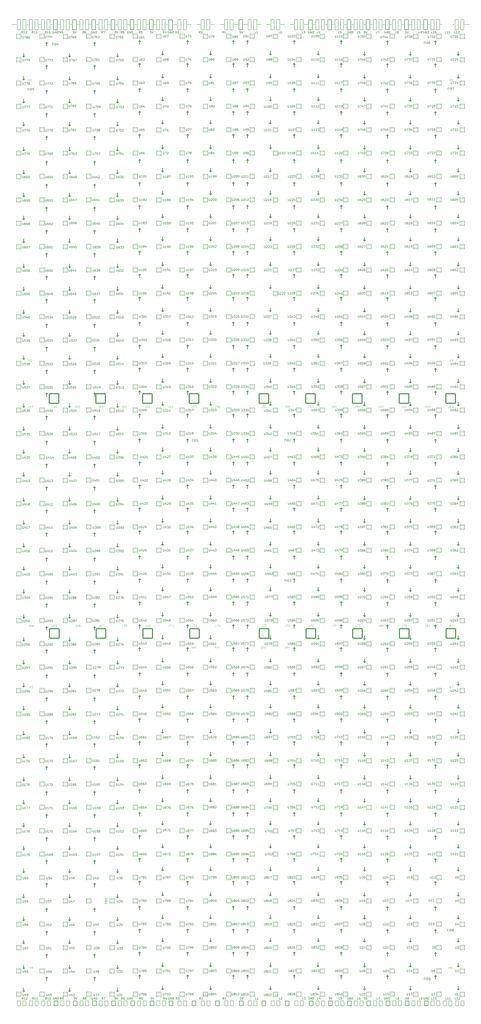
<source format=gto>
G04 #@! TF.GenerationSoftware,KiCad,Pcbnew,7.0.6*
G04 #@! TF.CreationDate,2024-11-03T17:15:59-05:00*
G04 #@! TF.ProjectId,Center_Flex_V1,43656e74-6572-45f4-966c-65785f56312e,rev?*
G04 #@! TF.SameCoordinates,Original*
G04 #@! TF.FileFunction,Legend,Top*
G04 #@! TF.FilePolarity,Positive*
%FSLAX46Y46*%
G04 Gerber Fmt 4.6, Leading zero omitted, Abs format (unit mm)*
G04 Created by KiCad (PCBNEW 7.0.6) date 2024-11-03 17:15:59*
%MOMM*%
%LPD*%
G01*
G04 APERTURE LIST*
G04 Aperture macros list*
%AMRoundRect*
0 Rectangle with rounded corners*
0 $1 Rounding radius*
0 $2 $3 $4 $5 $6 $7 $8 $9 X,Y pos of 4 corners*
0 Add a 4 corners polygon primitive as box body*
4,1,4,$2,$3,$4,$5,$6,$7,$8,$9,$2,$3,0*
0 Add four circle primitives for the rounded corners*
1,1,$1+$1,$2,$3*
1,1,$1+$1,$4,$5*
1,1,$1+$1,$6,$7*
1,1,$1+$1,$8,$9*
0 Add four rect primitives between the rounded corners*
20,1,$1+$1,$2,$3,$4,$5,0*
20,1,$1+$1,$4,$5,$6,$7,0*
20,1,$1+$1,$6,$7,$8,$9,0*
20,1,$1+$1,$8,$9,$2,$3,0*%
G04 Aperture macros list end*
%ADD10C,0.150000*%
%ADD11C,0.300000*%
%ADD12C,0.100000*%
%ADD13RoundRect,0.085000X-0.765000X-1.165000X0.765000X-1.165000X0.765000X1.165000X-0.765000X1.165000X0*%
%ADD14RoundRect,0.100000X-0.900000X-1.150000X0.900000X-1.150000X0.900000X1.150000X-0.900000X1.150000X0*%
%ADD15RoundRect,0.100000X0.900000X1.150000X-0.900000X1.150000X-0.900000X-1.150000X0.900000X-1.150000X0*%
%ADD16RoundRect,0.085000X-0.765000X-2.415000X0.765000X-2.415000X0.765000X2.415000X-0.765000X2.415000X0*%
%ADD17RoundRect,0.016000X0.144000X-0.334000X0.144000X0.334000X-0.144000X0.334000X-0.144000X-0.334000X0*%
%ADD18RoundRect,0.016000X-0.144000X0.334000X-0.144000X-0.334000X0.144000X-0.334000X0.144000X0.334000X0*%
%ADD19C,3.000000*%
%ADD20C,5.000000*%
%ADD21RoundRect,0.100000X-0.900000X-2.400000X0.900000X-2.400000X0.900000X2.400000X-0.900000X2.400000X0*%
%ADD22C,4.000000*%
%ADD23RoundRect,0.250000X-2.250000X-2.250000X2.250000X-2.250000X2.250000X2.250000X-2.250000X2.250000X0*%
G04 APERTURE END LIST*
D10*
X513512969Y-207569819D02*
X513036779Y-207569819D01*
X513036779Y-207569819D02*
X512989160Y-208046009D01*
X512989160Y-208046009D02*
X513036779Y-207998390D01*
X513036779Y-207998390D02*
X513132017Y-207950771D01*
X513132017Y-207950771D02*
X513370112Y-207950771D01*
X513370112Y-207950771D02*
X513465350Y-207998390D01*
X513465350Y-207998390D02*
X513512969Y-208046009D01*
X513512969Y-208046009D02*
X513560588Y-208141247D01*
X513560588Y-208141247D02*
X513560588Y-208379342D01*
X513560588Y-208379342D02*
X513512969Y-208474580D01*
X513512969Y-208474580D02*
X513465350Y-208522200D01*
X513465350Y-208522200D02*
X513370112Y-208569819D01*
X513370112Y-208569819D02*
X513132017Y-208569819D01*
X513132017Y-208569819D02*
X513036779Y-208522200D01*
X513036779Y-208522200D02*
X512989160Y-208474580D01*
X513846303Y-207569819D02*
X514179636Y-208569819D01*
X514179636Y-208569819D02*
X514512969Y-207569819D01*
X423960588Y-207617438D02*
X423865350Y-207569819D01*
X423865350Y-207569819D02*
X423722493Y-207569819D01*
X423722493Y-207569819D02*
X423579636Y-207617438D01*
X423579636Y-207617438D02*
X423484398Y-207712676D01*
X423484398Y-207712676D02*
X423436779Y-207807914D01*
X423436779Y-207807914D02*
X423389160Y-207998390D01*
X423389160Y-207998390D02*
X423389160Y-208141247D01*
X423389160Y-208141247D02*
X423436779Y-208331723D01*
X423436779Y-208331723D02*
X423484398Y-208426961D01*
X423484398Y-208426961D02*
X423579636Y-208522200D01*
X423579636Y-208522200D02*
X423722493Y-208569819D01*
X423722493Y-208569819D02*
X423817731Y-208569819D01*
X423817731Y-208569819D02*
X423960588Y-208522200D01*
X423960588Y-208522200D02*
X424008207Y-208474580D01*
X424008207Y-208474580D02*
X424008207Y-208141247D01*
X424008207Y-208141247D02*
X423817731Y-208141247D01*
X424436779Y-208569819D02*
X424436779Y-207569819D01*
X424436779Y-207569819D02*
X425008207Y-208569819D01*
X425008207Y-208569819D02*
X425008207Y-207569819D01*
X425484398Y-208569819D02*
X425484398Y-207569819D01*
X425484398Y-207569819D02*
X425722493Y-207569819D01*
X425722493Y-207569819D02*
X425865350Y-207617438D01*
X425865350Y-207617438D02*
X425960588Y-207712676D01*
X425960588Y-207712676D02*
X426008207Y-207807914D01*
X426008207Y-207807914D02*
X426055826Y-207998390D01*
X426055826Y-207998390D02*
X426055826Y-208141247D01*
X426055826Y-208141247D02*
X426008207Y-208331723D01*
X426008207Y-208331723D02*
X425960588Y-208426961D01*
X425960588Y-208426961D02*
X425865350Y-208522200D01*
X425865350Y-208522200D02*
X425722493Y-208569819D01*
X425722493Y-208569819D02*
X425484398Y-208569819D01*
X479160588Y-207617438D02*
X479065350Y-207569819D01*
X479065350Y-207569819D02*
X478922493Y-207569819D01*
X478922493Y-207569819D02*
X478779636Y-207617438D01*
X478779636Y-207617438D02*
X478684398Y-207712676D01*
X478684398Y-207712676D02*
X478636779Y-207807914D01*
X478636779Y-207807914D02*
X478589160Y-207998390D01*
X478589160Y-207998390D02*
X478589160Y-208141247D01*
X478589160Y-208141247D02*
X478636779Y-208331723D01*
X478636779Y-208331723D02*
X478684398Y-208426961D01*
X478684398Y-208426961D02*
X478779636Y-208522200D01*
X478779636Y-208522200D02*
X478922493Y-208569819D01*
X478922493Y-208569819D02*
X479017731Y-208569819D01*
X479017731Y-208569819D02*
X479160588Y-208522200D01*
X479160588Y-208522200D02*
X479208207Y-208474580D01*
X479208207Y-208474580D02*
X479208207Y-208141247D01*
X479208207Y-208141247D02*
X479017731Y-208141247D01*
X479636779Y-208569819D02*
X479636779Y-207569819D01*
X479636779Y-207569819D02*
X480208207Y-208569819D01*
X480208207Y-208569819D02*
X480208207Y-207569819D01*
X480684398Y-208569819D02*
X480684398Y-207569819D01*
X480684398Y-207569819D02*
X480922493Y-207569819D01*
X480922493Y-207569819D02*
X481065350Y-207617438D01*
X481065350Y-207617438D02*
X481160588Y-207712676D01*
X481160588Y-207712676D02*
X481208207Y-207807914D01*
X481208207Y-207807914D02*
X481255826Y-207998390D01*
X481255826Y-207998390D02*
X481255826Y-208141247D01*
X481255826Y-208141247D02*
X481208207Y-208331723D01*
X481208207Y-208331723D02*
X481160588Y-208426961D01*
X481160588Y-208426961D02*
X481065350Y-208522200D01*
X481065350Y-208522200D02*
X480922493Y-208569819D01*
X480922493Y-208569819D02*
X480684398Y-208569819D01*
X442360588Y-207617438D02*
X442265350Y-207569819D01*
X442265350Y-207569819D02*
X442122493Y-207569819D01*
X442122493Y-207569819D02*
X441979636Y-207617438D01*
X441979636Y-207617438D02*
X441884398Y-207712676D01*
X441884398Y-207712676D02*
X441836779Y-207807914D01*
X441836779Y-207807914D02*
X441789160Y-207998390D01*
X441789160Y-207998390D02*
X441789160Y-208141247D01*
X441789160Y-208141247D02*
X441836779Y-208331723D01*
X441836779Y-208331723D02*
X441884398Y-208426961D01*
X441884398Y-208426961D02*
X441979636Y-208522200D01*
X441979636Y-208522200D02*
X442122493Y-208569819D01*
X442122493Y-208569819D02*
X442217731Y-208569819D01*
X442217731Y-208569819D02*
X442360588Y-208522200D01*
X442360588Y-208522200D02*
X442408207Y-208474580D01*
X442408207Y-208474580D02*
X442408207Y-208141247D01*
X442408207Y-208141247D02*
X442217731Y-208141247D01*
X442836779Y-208569819D02*
X442836779Y-207569819D01*
X442836779Y-207569819D02*
X443408207Y-208569819D01*
X443408207Y-208569819D02*
X443408207Y-207569819D01*
X443884398Y-208569819D02*
X443884398Y-207569819D01*
X443884398Y-207569819D02*
X444122493Y-207569819D01*
X444122493Y-207569819D02*
X444265350Y-207617438D01*
X444265350Y-207617438D02*
X444360588Y-207712676D01*
X444360588Y-207712676D02*
X444408207Y-207807914D01*
X444408207Y-207807914D02*
X444455826Y-207998390D01*
X444455826Y-207998390D02*
X444455826Y-208141247D01*
X444455826Y-208141247D02*
X444408207Y-208331723D01*
X444408207Y-208331723D02*
X444360588Y-208426961D01*
X444360588Y-208426961D02*
X444265350Y-208522200D01*
X444265350Y-208522200D02*
X444122493Y-208569819D01*
X444122493Y-208569819D02*
X443884398Y-208569819D01*
X433712969Y-207569819D02*
X433236779Y-207569819D01*
X433236779Y-207569819D02*
X433189160Y-208046009D01*
X433189160Y-208046009D02*
X433236779Y-207998390D01*
X433236779Y-207998390D02*
X433332017Y-207950771D01*
X433332017Y-207950771D02*
X433570112Y-207950771D01*
X433570112Y-207950771D02*
X433665350Y-207998390D01*
X433665350Y-207998390D02*
X433712969Y-208046009D01*
X433712969Y-208046009D02*
X433760588Y-208141247D01*
X433760588Y-208141247D02*
X433760588Y-208379342D01*
X433760588Y-208379342D02*
X433712969Y-208474580D01*
X433712969Y-208474580D02*
X433665350Y-208522200D01*
X433665350Y-208522200D02*
X433570112Y-208569819D01*
X433570112Y-208569819D02*
X433332017Y-208569819D01*
X433332017Y-208569819D02*
X433236779Y-208522200D01*
X433236779Y-208522200D02*
X433189160Y-208474580D01*
X434046303Y-207569819D02*
X434379636Y-208569819D01*
X434379636Y-208569819D02*
X434712969Y-207569819D01*
X470612969Y-207569819D02*
X470136779Y-207569819D01*
X470136779Y-207569819D02*
X470089160Y-208046009D01*
X470089160Y-208046009D02*
X470136779Y-207998390D01*
X470136779Y-207998390D02*
X470232017Y-207950771D01*
X470232017Y-207950771D02*
X470470112Y-207950771D01*
X470470112Y-207950771D02*
X470565350Y-207998390D01*
X470565350Y-207998390D02*
X470612969Y-208046009D01*
X470612969Y-208046009D02*
X470660588Y-208141247D01*
X470660588Y-208141247D02*
X470660588Y-208379342D01*
X470660588Y-208379342D02*
X470612969Y-208474580D01*
X470612969Y-208474580D02*
X470565350Y-208522200D01*
X470565350Y-208522200D02*
X470470112Y-208569819D01*
X470470112Y-208569819D02*
X470232017Y-208569819D01*
X470232017Y-208569819D02*
X470136779Y-208522200D01*
X470136779Y-208522200D02*
X470089160Y-208474580D01*
X470946303Y-207569819D02*
X471279636Y-208569819D01*
X471279636Y-208569819D02*
X471612969Y-207569819D01*
X592912969Y-207569819D02*
X592436779Y-207569819D01*
X592436779Y-207569819D02*
X592389160Y-208046009D01*
X592389160Y-208046009D02*
X592436779Y-207998390D01*
X592436779Y-207998390D02*
X592532017Y-207950771D01*
X592532017Y-207950771D02*
X592770112Y-207950771D01*
X592770112Y-207950771D02*
X592865350Y-207998390D01*
X592865350Y-207998390D02*
X592912969Y-208046009D01*
X592912969Y-208046009D02*
X592960588Y-208141247D01*
X592960588Y-208141247D02*
X592960588Y-208379342D01*
X592960588Y-208379342D02*
X592912969Y-208474580D01*
X592912969Y-208474580D02*
X592865350Y-208522200D01*
X592865350Y-208522200D02*
X592770112Y-208569819D01*
X592770112Y-208569819D02*
X592532017Y-208569819D01*
X592532017Y-208569819D02*
X592436779Y-208522200D01*
X592436779Y-208522200D02*
X592389160Y-208474580D01*
X593246303Y-207569819D02*
X593579636Y-208569819D01*
X593579636Y-208569819D02*
X593912969Y-207569819D01*
X583060588Y-207617438D02*
X582965350Y-207569819D01*
X582965350Y-207569819D02*
X582822493Y-207569819D01*
X582822493Y-207569819D02*
X582679636Y-207617438D01*
X582679636Y-207617438D02*
X582584398Y-207712676D01*
X582584398Y-207712676D02*
X582536779Y-207807914D01*
X582536779Y-207807914D02*
X582489160Y-207998390D01*
X582489160Y-207998390D02*
X582489160Y-208141247D01*
X582489160Y-208141247D02*
X582536779Y-208331723D01*
X582536779Y-208331723D02*
X582584398Y-208426961D01*
X582584398Y-208426961D02*
X582679636Y-208522200D01*
X582679636Y-208522200D02*
X582822493Y-208569819D01*
X582822493Y-208569819D02*
X582917731Y-208569819D01*
X582917731Y-208569819D02*
X583060588Y-208522200D01*
X583060588Y-208522200D02*
X583108207Y-208474580D01*
X583108207Y-208474580D02*
X583108207Y-208141247D01*
X583108207Y-208141247D02*
X582917731Y-208141247D01*
X583536779Y-208569819D02*
X583536779Y-207569819D01*
X583536779Y-207569819D02*
X584108207Y-208569819D01*
X584108207Y-208569819D02*
X584108207Y-207569819D01*
X584584398Y-208569819D02*
X584584398Y-207569819D01*
X584584398Y-207569819D02*
X584822493Y-207569819D01*
X584822493Y-207569819D02*
X584965350Y-207617438D01*
X584965350Y-207617438D02*
X585060588Y-207712676D01*
X585060588Y-207712676D02*
X585108207Y-207807914D01*
X585108207Y-207807914D02*
X585155826Y-207998390D01*
X585155826Y-207998390D02*
X585155826Y-208141247D01*
X585155826Y-208141247D02*
X585108207Y-208331723D01*
X585108207Y-208331723D02*
X585060588Y-208426961D01*
X585060588Y-208426961D02*
X584965350Y-208522200D01*
X584965350Y-208522200D02*
X584822493Y-208569819D01*
X584822493Y-208569819D02*
X584584398Y-208569819D01*
X459660588Y-207617438D02*
X459565350Y-207569819D01*
X459565350Y-207569819D02*
X459422493Y-207569819D01*
X459422493Y-207569819D02*
X459279636Y-207617438D01*
X459279636Y-207617438D02*
X459184398Y-207712676D01*
X459184398Y-207712676D02*
X459136779Y-207807914D01*
X459136779Y-207807914D02*
X459089160Y-207998390D01*
X459089160Y-207998390D02*
X459089160Y-208141247D01*
X459089160Y-208141247D02*
X459136779Y-208331723D01*
X459136779Y-208331723D02*
X459184398Y-208426961D01*
X459184398Y-208426961D02*
X459279636Y-208522200D01*
X459279636Y-208522200D02*
X459422493Y-208569819D01*
X459422493Y-208569819D02*
X459517731Y-208569819D01*
X459517731Y-208569819D02*
X459660588Y-208522200D01*
X459660588Y-208522200D02*
X459708207Y-208474580D01*
X459708207Y-208474580D02*
X459708207Y-208141247D01*
X459708207Y-208141247D02*
X459517731Y-208141247D01*
X460136779Y-208569819D02*
X460136779Y-207569819D01*
X460136779Y-207569819D02*
X460708207Y-208569819D01*
X460708207Y-208569819D02*
X460708207Y-207569819D01*
X461184398Y-208569819D02*
X461184398Y-207569819D01*
X461184398Y-207569819D02*
X461422493Y-207569819D01*
X461422493Y-207569819D02*
X461565350Y-207617438D01*
X461565350Y-207617438D02*
X461660588Y-207712676D01*
X461660588Y-207712676D02*
X461708207Y-207807914D01*
X461708207Y-207807914D02*
X461755826Y-207998390D01*
X461755826Y-207998390D02*
X461755826Y-208141247D01*
X461755826Y-208141247D02*
X461708207Y-208331723D01*
X461708207Y-208331723D02*
X461660588Y-208426961D01*
X461660588Y-208426961D02*
X461565350Y-208522200D01*
X461565350Y-208522200D02*
X461422493Y-208569819D01*
X461422493Y-208569819D02*
X461184398Y-208569819D01*
X573112969Y-207569819D02*
X572636779Y-207569819D01*
X572636779Y-207569819D02*
X572589160Y-208046009D01*
X572589160Y-208046009D02*
X572636779Y-207998390D01*
X572636779Y-207998390D02*
X572732017Y-207950771D01*
X572732017Y-207950771D02*
X572970112Y-207950771D01*
X572970112Y-207950771D02*
X573065350Y-207998390D01*
X573065350Y-207998390D02*
X573112969Y-208046009D01*
X573112969Y-208046009D02*
X573160588Y-208141247D01*
X573160588Y-208141247D02*
X573160588Y-208379342D01*
X573160588Y-208379342D02*
X573112969Y-208474580D01*
X573112969Y-208474580D02*
X573065350Y-208522200D01*
X573065350Y-208522200D02*
X572970112Y-208569819D01*
X572970112Y-208569819D02*
X572732017Y-208569819D01*
X572732017Y-208569819D02*
X572636779Y-208522200D01*
X572636779Y-208522200D02*
X572589160Y-208474580D01*
X573446303Y-207569819D02*
X573779636Y-208569819D01*
X573779636Y-208569819D02*
X574112969Y-207569819D01*
X601560588Y-207617438D02*
X601465350Y-207569819D01*
X601465350Y-207569819D02*
X601322493Y-207569819D01*
X601322493Y-207569819D02*
X601179636Y-207617438D01*
X601179636Y-207617438D02*
X601084398Y-207712676D01*
X601084398Y-207712676D02*
X601036779Y-207807914D01*
X601036779Y-207807914D02*
X600989160Y-207998390D01*
X600989160Y-207998390D02*
X600989160Y-208141247D01*
X600989160Y-208141247D02*
X601036779Y-208331723D01*
X601036779Y-208331723D02*
X601084398Y-208426961D01*
X601084398Y-208426961D02*
X601179636Y-208522200D01*
X601179636Y-208522200D02*
X601322493Y-208569819D01*
X601322493Y-208569819D02*
X601417731Y-208569819D01*
X601417731Y-208569819D02*
X601560588Y-208522200D01*
X601560588Y-208522200D02*
X601608207Y-208474580D01*
X601608207Y-208474580D02*
X601608207Y-208141247D01*
X601608207Y-208141247D02*
X601417731Y-208141247D01*
X602036779Y-208569819D02*
X602036779Y-207569819D01*
X602036779Y-207569819D02*
X602608207Y-208569819D01*
X602608207Y-208569819D02*
X602608207Y-207569819D01*
X603084398Y-208569819D02*
X603084398Y-207569819D01*
X603084398Y-207569819D02*
X603322493Y-207569819D01*
X603322493Y-207569819D02*
X603465350Y-207617438D01*
X603465350Y-207617438D02*
X603560588Y-207712676D01*
X603560588Y-207712676D02*
X603608207Y-207807914D01*
X603608207Y-207807914D02*
X603655826Y-207998390D01*
X603655826Y-207998390D02*
X603655826Y-208141247D01*
X603655826Y-208141247D02*
X603608207Y-208331723D01*
X603608207Y-208331723D02*
X603560588Y-208426961D01*
X603560588Y-208426961D02*
X603465350Y-208522200D01*
X603465350Y-208522200D02*
X603322493Y-208569819D01*
X603322493Y-208569819D02*
X603084398Y-208569819D01*
X565360588Y-207617438D02*
X565265350Y-207569819D01*
X565265350Y-207569819D02*
X565122493Y-207569819D01*
X565122493Y-207569819D02*
X564979636Y-207617438D01*
X564979636Y-207617438D02*
X564884398Y-207712676D01*
X564884398Y-207712676D02*
X564836779Y-207807914D01*
X564836779Y-207807914D02*
X564789160Y-207998390D01*
X564789160Y-207998390D02*
X564789160Y-208141247D01*
X564789160Y-208141247D02*
X564836779Y-208331723D01*
X564836779Y-208331723D02*
X564884398Y-208426961D01*
X564884398Y-208426961D02*
X564979636Y-208522200D01*
X564979636Y-208522200D02*
X565122493Y-208569819D01*
X565122493Y-208569819D02*
X565217731Y-208569819D01*
X565217731Y-208569819D02*
X565360588Y-208522200D01*
X565360588Y-208522200D02*
X565408207Y-208474580D01*
X565408207Y-208474580D02*
X565408207Y-208141247D01*
X565408207Y-208141247D02*
X565217731Y-208141247D01*
X565836779Y-208569819D02*
X565836779Y-207569819D01*
X565836779Y-207569819D02*
X566408207Y-208569819D01*
X566408207Y-208569819D02*
X566408207Y-207569819D01*
X566884398Y-208569819D02*
X566884398Y-207569819D01*
X566884398Y-207569819D02*
X567122493Y-207569819D01*
X567122493Y-207569819D02*
X567265350Y-207617438D01*
X567265350Y-207617438D02*
X567360588Y-207712676D01*
X567360588Y-207712676D02*
X567408207Y-207807914D01*
X567408207Y-207807914D02*
X567455826Y-207998390D01*
X567455826Y-207998390D02*
X567455826Y-208141247D01*
X567455826Y-208141247D02*
X567408207Y-208331723D01*
X567408207Y-208331723D02*
X567360588Y-208426961D01*
X567360588Y-208426961D02*
X567265350Y-208522200D01*
X567265350Y-208522200D02*
X567122493Y-208569819D01*
X567122493Y-208569819D02*
X566884398Y-208569819D01*
X546360588Y-207617438D02*
X546265350Y-207569819D01*
X546265350Y-207569819D02*
X546122493Y-207569819D01*
X546122493Y-207569819D02*
X545979636Y-207617438D01*
X545979636Y-207617438D02*
X545884398Y-207712676D01*
X545884398Y-207712676D02*
X545836779Y-207807914D01*
X545836779Y-207807914D02*
X545789160Y-207998390D01*
X545789160Y-207998390D02*
X545789160Y-208141247D01*
X545789160Y-208141247D02*
X545836779Y-208331723D01*
X545836779Y-208331723D02*
X545884398Y-208426961D01*
X545884398Y-208426961D02*
X545979636Y-208522200D01*
X545979636Y-208522200D02*
X546122493Y-208569819D01*
X546122493Y-208569819D02*
X546217731Y-208569819D01*
X546217731Y-208569819D02*
X546360588Y-208522200D01*
X546360588Y-208522200D02*
X546408207Y-208474580D01*
X546408207Y-208474580D02*
X546408207Y-208141247D01*
X546408207Y-208141247D02*
X546217731Y-208141247D01*
X546836779Y-208569819D02*
X546836779Y-207569819D01*
X546836779Y-207569819D02*
X547408207Y-208569819D01*
X547408207Y-208569819D02*
X547408207Y-207569819D01*
X547884398Y-208569819D02*
X547884398Y-207569819D01*
X547884398Y-207569819D02*
X548122493Y-207569819D01*
X548122493Y-207569819D02*
X548265350Y-207617438D01*
X548265350Y-207617438D02*
X548360588Y-207712676D01*
X548360588Y-207712676D02*
X548408207Y-207807914D01*
X548408207Y-207807914D02*
X548455826Y-207998390D01*
X548455826Y-207998390D02*
X548455826Y-208141247D01*
X548455826Y-208141247D02*
X548408207Y-208331723D01*
X548408207Y-208331723D02*
X548360588Y-208426961D01*
X548360588Y-208426961D02*
X548265350Y-208522200D01*
X548265350Y-208522200D02*
X548122493Y-208569819D01*
X548122493Y-208569819D02*
X547884398Y-208569819D01*
X453712969Y-207569819D02*
X453236779Y-207569819D01*
X453236779Y-207569819D02*
X453189160Y-208046009D01*
X453189160Y-208046009D02*
X453236779Y-207998390D01*
X453236779Y-207998390D02*
X453332017Y-207950771D01*
X453332017Y-207950771D02*
X453570112Y-207950771D01*
X453570112Y-207950771D02*
X453665350Y-207998390D01*
X453665350Y-207998390D02*
X453712969Y-208046009D01*
X453712969Y-208046009D02*
X453760588Y-208141247D01*
X453760588Y-208141247D02*
X453760588Y-208379342D01*
X453760588Y-208379342D02*
X453712969Y-208474580D01*
X453712969Y-208474580D02*
X453665350Y-208522200D01*
X453665350Y-208522200D02*
X453570112Y-208569819D01*
X453570112Y-208569819D02*
X453332017Y-208569819D01*
X453332017Y-208569819D02*
X453236779Y-208522200D01*
X453236779Y-208522200D02*
X453189160Y-208474580D01*
X454046303Y-207569819D02*
X454379636Y-208569819D01*
X454379636Y-208569819D02*
X454712969Y-207569819D01*
X593112969Y-670669819D02*
X592636779Y-670669819D01*
X592636779Y-670669819D02*
X592589160Y-671146009D01*
X592589160Y-671146009D02*
X592636779Y-671098390D01*
X592636779Y-671098390D02*
X592732017Y-671050771D01*
X592732017Y-671050771D02*
X592970112Y-671050771D01*
X592970112Y-671050771D02*
X593065350Y-671098390D01*
X593065350Y-671098390D02*
X593112969Y-671146009D01*
X593112969Y-671146009D02*
X593160588Y-671241247D01*
X593160588Y-671241247D02*
X593160588Y-671479342D01*
X593160588Y-671479342D02*
X593112969Y-671574580D01*
X593112969Y-671574580D02*
X593065350Y-671622200D01*
X593065350Y-671622200D02*
X592970112Y-671669819D01*
X592970112Y-671669819D02*
X592732017Y-671669819D01*
X592732017Y-671669819D02*
X592636779Y-671622200D01*
X592636779Y-671622200D02*
X592589160Y-671574580D01*
X593446303Y-670669819D02*
X593779636Y-671669819D01*
X593779636Y-671669819D02*
X594112969Y-670669819D01*
X573212969Y-670669819D02*
X572736779Y-670669819D01*
X572736779Y-670669819D02*
X572689160Y-671146009D01*
X572689160Y-671146009D02*
X572736779Y-671098390D01*
X572736779Y-671098390D02*
X572832017Y-671050771D01*
X572832017Y-671050771D02*
X573070112Y-671050771D01*
X573070112Y-671050771D02*
X573165350Y-671098390D01*
X573165350Y-671098390D02*
X573212969Y-671146009D01*
X573212969Y-671146009D02*
X573260588Y-671241247D01*
X573260588Y-671241247D02*
X573260588Y-671479342D01*
X573260588Y-671479342D02*
X573212969Y-671574580D01*
X573212969Y-671574580D02*
X573165350Y-671622200D01*
X573165350Y-671622200D02*
X573070112Y-671669819D01*
X573070112Y-671669819D02*
X572832017Y-671669819D01*
X572832017Y-671669819D02*
X572736779Y-671622200D01*
X572736779Y-671622200D02*
X572689160Y-671574580D01*
X573546303Y-670669819D02*
X573879636Y-671669819D01*
X573879636Y-671669819D02*
X574212969Y-670669819D01*
X433912969Y-670669819D02*
X433436779Y-670669819D01*
X433436779Y-670669819D02*
X433389160Y-671146009D01*
X433389160Y-671146009D02*
X433436779Y-671098390D01*
X433436779Y-671098390D02*
X433532017Y-671050771D01*
X433532017Y-671050771D02*
X433770112Y-671050771D01*
X433770112Y-671050771D02*
X433865350Y-671098390D01*
X433865350Y-671098390D02*
X433912969Y-671146009D01*
X433912969Y-671146009D02*
X433960588Y-671241247D01*
X433960588Y-671241247D02*
X433960588Y-671479342D01*
X433960588Y-671479342D02*
X433912969Y-671574580D01*
X433912969Y-671574580D02*
X433865350Y-671622200D01*
X433865350Y-671622200D02*
X433770112Y-671669819D01*
X433770112Y-671669819D02*
X433532017Y-671669819D01*
X433532017Y-671669819D02*
X433436779Y-671622200D01*
X433436779Y-671622200D02*
X433389160Y-671574580D01*
X434246303Y-670669819D02*
X434579636Y-671669819D01*
X434579636Y-671669819D02*
X434912969Y-670669819D01*
X453612969Y-670669819D02*
X453136779Y-670669819D01*
X453136779Y-670669819D02*
X453089160Y-671146009D01*
X453089160Y-671146009D02*
X453136779Y-671098390D01*
X453136779Y-671098390D02*
X453232017Y-671050771D01*
X453232017Y-671050771D02*
X453470112Y-671050771D01*
X453470112Y-671050771D02*
X453565350Y-671098390D01*
X453565350Y-671098390D02*
X453612969Y-671146009D01*
X453612969Y-671146009D02*
X453660588Y-671241247D01*
X453660588Y-671241247D02*
X453660588Y-671479342D01*
X453660588Y-671479342D02*
X453612969Y-671574580D01*
X453612969Y-671574580D02*
X453565350Y-671622200D01*
X453565350Y-671622200D02*
X453470112Y-671669819D01*
X453470112Y-671669819D02*
X453232017Y-671669819D01*
X453232017Y-671669819D02*
X453136779Y-671622200D01*
X453136779Y-671622200D02*
X453089160Y-671574580D01*
X453946303Y-670669819D02*
X454279636Y-671669819D01*
X454279636Y-671669819D02*
X454612969Y-670669819D01*
X470812969Y-670669819D02*
X470336779Y-670669819D01*
X470336779Y-670669819D02*
X470289160Y-671146009D01*
X470289160Y-671146009D02*
X470336779Y-671098390D01*
X470336779Y-671098390D02*
X470432017Y-671050771D01*
X470432017Y-671050771D02*
X470670112Y-671050771D01*
X470670112Y-671050771D02*
X470765350Y-671098390D01*
X470765350Y-671098390D02*
X470812969Y-671146009D01*
X470812969Y-671146009D02*
X470860588Y-671241247D01*
X470860588Y-671241247D02*
X470860588Y-671479342D01*
X470860588Y-671479342D02*
X470812969Y-671574580D01*
X470812969Y-671574580D02*
X470765350Y-671622200D01*
X470765350Y-671622200D02*
X470670112Y-671669819D01*
X470670112Y-671669819D02*
X470432017Y-671669819D01*
X470432017Y-671669819D02*
X470336779Y-671622200D01*
X470336779Y-671622200D02*
X470289160Y-671574580D01*
X471146303Y-670669819D02*
X471479636Y-671669819D01*
X471479636Y-671669819D02*
X471812969Y-670669819D01*
X513712969Y-670669819D02*
X513236779Y-670669819D01*
X513236779Y-670669819D02*
X513189160Y-671146009D01*
X513189160Y-671146009D02*
X513236779Y-671098390D01*
X513236779Y-671098390D02*
X513332017Y-671050771D01*
X513332017Y-671050771D02*
X513570112Y-671050771D01*
X513570112Y-671050771D02*
X513665350Y-671098390D01*
X513665350Y-671098390D02*
X513712969Y-671146009D01*
X513712969Y-671146009D02*
X513760588Y-671241247D01*
X513760588Y-671241247D02*
X513760588Y-671479342D01*
X513760588Y-671479342D02*
X513712969Y-671574580D01*
X513712969Y-671574580D02*
X513665350Y-671622200D01*
X513665350Y-671622200D02*
X513570112Y-671669819D01*
X513570112Y-671669819D02*
X513332017Y-671669819D01*
X513332017Y-671669819D02*
X513236779Y-671622200D01*
X513236779Y-671622200D02*
X513189160Y-671574580D01*
X514046303Y-670669819D02*
X514379636Y-671669819D01*
X514379636Y-671669819D02*
X514712969Y-670669819D01*
X556312969Y-670669819D02*
X555836779Y-670669819D01*
X555836779Y-670669819D02*
X555789160Y-671146009D01*
X555789160Y-671146009D02*
X555836779Y-671098390D01*
X555836779Y-671098390D02*
X555932017Y-671050771D01*
X555932017Y-671050771D02*
X556170112Y-671050771D01*
X556170112Y-671050771D02*
X556265350Y-671098390D01*
X556265350Y-671098390D02*
X556312969Y-671146009D01*
X556312969Y-671146009D02*
X556360588Y-671241247D01*
X556360588Y-671241247D02*
X556360588Y-671479342D01*
X556360588Y-671479342D02*
X556312969Y-671574580D01*
X556312969Y-671574580D02*
X556265350Y-671622200D01*
X556265350Y-671622200D02*
X556170112Y-671669819D01*
X556170112Y-671669819D02*
X555932017Y-671669819D01*
X555932017Y-671669819D02*
X555836779Y-671622200D01*
X555836779Y-671622200D02*
X555789160Y-671574580D01*
X556646303Y-670669819D02*
X556979636Y-671669819D01*
X556979636Y-671669819D02*
X557312969Y-670669819D01*
X601760588Y-670717438D02*
X601665350Y-670669819D01*
X601665350Y-670669819D02*
X601522493Y-670669819D01*
X601522493Y-670669819D02*
X601379636Y-670717438D01*
X601379636Y-670717438D02*
X601284398Y-670812676D01*
X601284398Y-670812676D02*
X601236779Y-670907914D01*
X601236779Y-670907914D02*
X601189160Y-671098390D01*
X601189160Y-671098390D02*
X601189160Y-671241247D01*
X601189160Y-671241247D02*
X601236779Y-671431723D01*
X601236779Y-671431723D02*
X601284398Y-671526961D01*
X601284398Y-671526961D02*
X601379636Y-671622200D01*
X601379636Y-671622200D02*
X601522493Y-671669819D01*
X601522493Y-671669819D02*
X601617731Y-671669819D01*
X601617731Y-671669819D02*
X601760588Y-671622200D01*
X601760588Y-671622200D02*
X601808207Y-671574580D01*
X601808207Y-671574580D02*
X601808207Y-671241247D01*
X601808207Y-671241247D02*
X601617731Y-671241247D01*
X602236779Y-671669819D02*
X602236779Y-670669819D01*
X602236779Y-670669819D02*
X602808207Y-671669819D01*
X602808207Y-671669819D02*
X602808207Y-670669819D01*
X603284398Y-671669819D02*
X603284398Y-670669819D01*
X603284398Y-670669819D02*
X603522493Y-670669819D01*
X603522493Y-670669819D02*
X603665350Y-670717438D01*
X603665350Y-670717438D02*
X603760588Y-670812676D01*
X603760588Y-670812676D02*
X603808207Y-670907914D01*
X603808207Y-670907914D02*
X603855826Y-671098390D01*
X603855826Y-671098390D02*
X603855826Y-671241247D01*
X603855826Y-671241247D02*
X603808207Y-671431723D01*
X603808207Y-671431723D02*
X603760588Y-671526961D01*
X603760588Y-671526961D02*
X603665350Y-671622200D01*
X603665350Y-671622200D02*
X603522493Y-671669819D01*
X603522493Y-671669819D02*
X603284398Y-671669819D01*
X582860588Y-670717438D02*
X582765350Y-670669819D01*
X582765350Y-670669819D02*
X582622493Y-670669819D01*
X582622493Y-670669819D02*
X582479636Y-670717438D01*
X582479636Y-670717438D02*
X582384398Y-670812676D01*
X582384398Y-670812676D02*
X582336779Y-670907914D01*
X582336779Y-670907914D02*
X582289160Y-671098390D01*
X582289160Y-671098390D02*
X582289160Y-671241247D01*
X582289160Y-671241247D02*
X582336779Y-671431723D01*
X582336779Y-671431723D02*
X582384398Y-671526961D01*
X582384398Y-671526961D02*
X582479636Y-671622200D01*
X582479636Y-671622200D02*
X582622493Y-671669819D01*
X582622493Y-671669819D02*
X582717731Y-671669819D01*
X582717731Y-671669819D02*
X582860588Y-671622200D01*
X582860588Y-671622200D02*
X582908207Y-671574580D01*
X582908207Y-671574580D02*
X582908207Y-671241247D01*
X582908207Y-671241247D02*
X582717731Y-671241247D01*
X583336779Y-671669819D02*
X583336779Y-670669819D01*
X583336779Y-670669819D02*
X583908207Y-671669819D01*
X583908207Y-671669819D02*
X583908207Y-670669819D01*
X584384398Y-671669819D02*
X584384398Y-670669819D01*
X584384398Y-670669819D02*
X584622493Y-670669819D01*
X584622493Y-670669819D02*
X584765350Y-670717438D01*
X584765350Y-670717438D02*
X584860588Y-670812676D01*
X584860588Y-670812676D02*
X584908207Y-670907914D01*
X584908207Y-670907914D02*
X584955826Y-671098390D01*
X584955826Y-671098390D02*
X584955826Y-671241247D01*
X584955826Y-671241247D02*
X584908207Y-671431723D01*
X584908207Y-671431723D02*
X584860588Y-671526961D01*
X584860588Y-671526961D02*
X584765350Y-671622200D01*
X584765350Y-671622200D02*
X584622493Y-671669819D01*
X584622493Y-671669819D02*
X584384398Y-671669819D01*
X565160588Y-670717438D02*
X565065350Y-670669819D01*
X565065350Y-670669819D02*
X564922493Y-670669819D01*
X564922493Y-670669819D02*
X564779636Y-670717438D01*
X564779636Y-670717438D02*
X564684398Y-670812676D01*
X564684398Y-670812676D02*
X564636779Y-670907914D01*
X564636779Y-670907914D02*
X564589160Y-671098390D01*
X564589160Y-671098390D02*
X564589160Y-671241247D01*
X564589160Y-671241247D02*
X564636779Y-671431723D01*
X564636779Y-671431723D02*
X564684398Y-671526961D01*
X564684398Y-671526961D02*
X564779636Y-671622200D01*
X564779636Y-671622200D02*
X564922493Y-671669819D01*
X564922493Y-671669819D02*
X565017731Y-671669819D01*
X565017731Y-671669819D02*
X565160588Y-671622200D01*
X565160588Y-671622200D02*
X565208207Y-671574580D01*
X565208207Y-671574580D02*
X565208207Y-671241247D01*
X565208207Y-671241247D02*
X565017731Y-671241247D01*
X565636779Y-671669819D02*
X565636779Y-670669819D01*
X565636779Y-670669819D02*
X566208207Y-671669819D01*
X566208207Y-671669819D02*
X566208207Y-670669819D01*
X566684398Y-671669819D02*
X566684398Y-670669819D01*
X566684398Y-670669819D02*
X566922493Y-670669819D01*
X566922493Y-670669819D02*
X567065350Y-670717438D01*
X567065350Y-670717438D02*
X567160588Y-670812676D01*
X567160588Y-670812676D02*
X567208207Y-670907914D01*
X567208207Y-670907914D02*
X567255826Y-671098390D01*
X567255826Y-671098390D02*
X567255826Y-671241247D01*
X567255826Y-671241247D02*
X567208207Y-671431723D01*
X567208207Y-671431723D02*
X567160588Y-671526961D01*
X567160588Y-671526961D02*
X567065350Y-671622200D01*
X567065350Y-671622200D02*
X566922493Y-671669819D01*
X566922493Y-671669819D02*
X566684398Y-671669819D01*
X546560588Y-670717438D02*
X546465350Y-670669819D01*
X546465350Y-670669819D02*
X546322493Y-670669819D01*
X546322493Y-670669819D02*
X546179636Y-670717438D01*
X546179636Y-670717438D02*
X546084398Y-670812676D01*
X546084398Y-670812676D02*
X546036779Y-670907914D01*
X546036779Y-670907914D02*
X545989160Y-671098390D01*
X545989160Y-671098390D02*
X545989160Y-671241247D01*
X545989160Y-671241247D02*
X546036779Y-671431723D01*
X546036779Y-671431723D02*
X546084398Y-671526961D01*
X546084398Y-671526961D02*
X546179636Y-671622200D01*
X546179636Y-671622200D02*
X546322493Y-671669819D01*
X546322493Y-671669819D02*
X546417731Y-671669819D01*
X546417731Y-671669819D02*
X546560588Y-671622200D01*
X546560588Y-671622200D02*
X546608207Y-671574580D01*
X546608207Y-671574580D02*
X546608207Y-671241247D01*
X546608207Y-671241247D02*
X546417731Y-671241247D01*
X547036779Y-671669819D02*
X547036779Y-670669819D01*
X547036779Y-670669819D02*
X547608207Y-671669819D01*
X547608207Y-671669819D02*
X547608207Y-670669819D01*
X548084398Y-671669819D02*
X548084398Y-670669819D01*
X548084398Y-670669819D02*
X548322493Y-670669819D01*
X548322493Y-670669819D02*
X548465350Y-670717438D01*
X548465350Y-670717438D02*
X548560588Y-670812676D01*
X548560588Y-670812676D02*
X548608207Y-670907914D01*
X548608207Y-670907914D02*
X548655826Y-671098390D01*
X548655826Y-671098390D02*
X548655826Y-671241247D01*
X548655826Y-671241247D02*
X548608207Y-671431723D01*
X548608207Y-671431723D02*
X548560588Y-671526961D01*
X548560588Y-671526961D02*
X548465350Y-671622200D01*
X548465350Y-671622200D02*
X548322493Y-671669819D01*
X548322493Y-671669819D02*
X548084398Y-671669819D01*
X479360588Y-670717438D02*
X479265350Y-670669819D01*
X479265350Y-670669819D02*
X479122493Y-670669819D01*
X479122493Y-670669819D02*
X478979636Y-670717438D01*
X478979636Y-670717438D02*
X478884398Y-670812676D01*
X478884398Y-670812676D02*
X478836779Y-670907914D01*
X478836779Y-670907914D02*
X478789160Y-671098390D01*
X478789160Y-671098390D02*
X478789160Y-671241247D01*
X478789160Y-671241247D02*
X478836779Y-671431723D01*
X478836779Y-671431723D02*
X478884398Y-671526961D01*
X478884398Y-671526961D02*
X478979636Y-671622200D01*
X478979636Y-671622200D02*
X479122493Y-671669819D01*
X479122493Y-671669819D02*
X479217731Y-671669819D01*
X479217731Y-671669819D02*
X479360588Y-671622200D01*
X479360588Y-671622200D02*
X479408207Y-671574580D01*
X479408207Y-671574580D02*
X479408207Y-671241247D01*
X479408207Y-671241247D02*
X479217731Y-671241247D01*
X479836779Y-671669819D02*
X479836779Y-670669819D01*
X479836779Y-670669819D02*
X480408207Y-671669819D01*
X480408207Y-671669819D02*
X480408207Y-670669819D01*
X480884398Y-671669819D02*
X480884398Y-670669819D01*
X480884398Y-670669819D02*
X481122493Y-670669819D01*
X481122493Y-670669819D02*
X481265350Y-670717438D01*
X481265350Y-670717438D02*
X481360588Y-670812676D01*
X481360588Y-670812676D02*
X481408207Y-670907914D01*
X481408207Y-670907914D02*
X481455826Y-671098390D01*
X481455826Y-671098390D02*
X481455826Y-671241247D01*
X481455826Y-671241247D02*
X481408207Y-671431723D01*
X481408207Y-671431723D02*
X481360588Y-671526961D01*
X481360588Y-671526961D02*
X481265350Y-671622200D01*
X481265350Y-671622200D02*
X481122493Y-671669819D01*
X481122493Y-671669819D02*
X480884398Y-671669819D01*
X459660588Y-670717438D02*
X459565350Y-670669819D01*
X459565350Y-670669819D02*
X459422493Y-670669819D01*
X459422493Y-670669819D02*
X459279636Y-670717438D01*
X459279636Y-670717438D02*
X459184398Y-670812676D01*
X459184398Y-670812676D02*
X459136779Y-670907914D01*
X459136779Y-670907914D02*
X459089160Y-671098390D01*
X459089160Y-671098390D02*
X459089160Y-671241247D01*
X459089160Y-671241247D02*
X459136779Y-671431723D01*
X459136779Y-671431723D02*
X459184398Y-671526961D01*
X459184398Y-671526961D02*
X459279636Y-671622200D01*
X459279636Y-671622200D02*
X459422493Y-671669819D01*
X459422493Y-671669819D02*
X459517731Y-671669819D01*
X459517731Y-671669819D02*
X459660588Y-671622200D01*
X459660588Y-671622200D02*
X459708207Y-671574580D01*
X459708207Y-671574580D02*
X459708207Y-671241247D01*
X459708207Y-671241247D02*
X459517731Y-671241247D01*
X460136779Y-671669819D02*
X460136779Y-670669819D01*
X460136779Y-670669819D02*
X460708207Y-671669819D01*
X460708207Y-671669819D02*
X460708207Y-670669819D01*
X461184398Y-671669819D02*
X461184398Y-670669819D01*
X461184398Y-670669819D02*
X461422493Y-670669819D01*
X461422493Y-670669819D02*
X461565350Y-670717438D01*
X461565350Y-670717438D02*
X461660588Y-670812676D01*
X461660588Y-670812676D02*
X461708207Y-670907914D01*
X461708207Y-670907914D02*
X461755826Y-671098390D01*
X461755826Y-671098390D02*
X461755826Y-671241247D01*
X461755826Y-671241247D02*
X461708207Y-671431723D01*
X461708207Y-671431723D02*
X461660588Y-671526961D01*
X461660588Y-671526961D02*
X461565350Y-671622200D01*
X461565350Y-671622200D02*
X461422493Y-671669819D01*
X461422493Y-671669819D02*
X461184398Y-671669819D01*
X442560588Y-670717438D02*
X442465350Y-670669819D01*
X442465350Y-670669819D02*
X442322493Y-670669819D01*
X442322493Y-670669819D02*
X442179636Y-670717438D01*
X442179636Y-670717438D02*
X442084398Y-670812676D01*
X442084398Y-670812676D02*
X442036779Y-670907914D01*
X442036779Y-670907914D02*
X441989160Y-671098390D01*
X441989160Y-671098390D02*
X441989160Y-671241247D01*
X441989160Y-671241247D02*
X442036779Y-671431723D01*
X442036779Y-671431723D02*
X442084398Y-671526961D01*
X442084398Y-671526961D02*
X442179636Y-671622200D01*
X442179636Y-671622200D02*
X442322493Y-671669819D01*
X442322493Y-671669819D02*
X442417731Y-671669819D01*
X442417731Y-671669819D02*
X442560588Y-671622200D01*
X442560588Y-671622200D02*
X442608207Y-671574580D01*
X442608207Y-671574580D02*
X442608207Y-671241247D01*
X442608207Y-671241247D02*
X442417731Y-671241247D01*
X443036779Y-671669819D02*
X443036779Y-670669819D01*
X443036779Y-670669819D02*
X443608207Y-671669819D01*
X443608207Y-671669819D02*
X443608207Y-670669819D01*
X444084398Y-671669819D02*
X444084398Y-670669819D01*
X444084398Y-670669819D02*
X444322493Y-670669819D01*
X444322493Y-670669819D02*
X444465350Y-670717438D01*
X444465350Y-670717438D02*
X444560588Y-670812676D01*
X444560588Y-670812676D02*
X444608207Y-670907914D01*
X444608207Y-670907914D02*
X444655826Y-671098390D01*
X444655826Y-671098390D02*
X444655826Y-671241247D01*
X444655826Y-671241247D02*
X444608207Y-671431723D01*
X444608207Y-671431723D02*
X444560588Y-671526961D01*
X444560588Y-671526961D02*
X444465350Y-671622200D01*
X444465350Y-671622200D02*
X444322493Y-671669819D01*
X444322493Y-671669819D02*
X444084398Y-671669819D01*
X424160588Y-670717438D02*
X424065350Y-670669819D01*
X424065350Y-670669819D02*
X423922493Y-670669819D01*
X423922493Y-670669819D02*
X423779636Y-670717438D01*
X423779636Y-670717438D02*
X423684398Y-670812676D01*
X423684398Y-670812676D02*
X423636779Y-670907914D01*
X423636779Y-670907914D02*
X423589160Y-671098390D01*
X423589160Y-671098390D02*
X423589160Y-671241247D01*
X423589160Y-671241247D02*
X423636779Y-671431723D01*
X423636779Y-671431723D02*
X423684398Y-671526961D01*
X423684398Y-671526961D02*
X423779636Y-671622200D01*
X423779636Y-671622200D02*
X423922493Y-671669819D01*
X423922493Y-671669819D02*
X424017731Y-671669819D01*
X424017731Y-671669819D02*
X424160588Y-671622200D01*
X424160588Y-671622200D02*
X424208207Y-671574580D01*
X424208207Y-671574580D02*
X424208207Y-671241247D01*
X424208207Y-671241247D02*
X424017731Y-671241247D01*
X424636779Y-671669819D02*
X424636779Y-670669819D01*
X424636779Y-670669819D02*
X425208207Y-671669819D01*
X425208207Y-671669819D02*
X425208207Y-670669819D01*
X425684398Y-671669819D02*
X425684398Y-670669819D01*
X425684398Y-670669819D02*
X425922493Y-670669819D01*
X425922493Y-670669819D02*
X426065350Y-670717438D01*
X426065350Y-670717438D02*
X426160588Y-670812676D01*
X426160588Y-670812676D02*
X426208207Y-670907914D01*
X426208207Y-670907914D02*
X426255826Y-671098390D01*
X426255826Y-671098390D02*
X426255826Y-671241247D01*
X426255826Y-671241247D02*
X426208207Y-671431723D01*
X426208207Y-671431723D02*
X426160588Y-671526961D01*
X426160588Y-671526961D02*
X426065350Y-671622200D01*
X426065350Y-671622200D02*
X425922493Y-671669819D01*
X425922493Y-671669819D02*
X425684398Y-671669819D01*
X456808207Y-671669819D02*
X456474874Y-671193628D01*
X456236779Y-671669819D02*
X456236779Y-670669819D01*
X456236779Y-670669819D02*
X456617731Y-670669819D01*
X456617731Y-670669819D02*
X456712969Y-670717438D01*
X456712969Y-670717438D02*
X456760588Y-670765057D01*
X456760588Y-670765057D02*
X456808207Y-670860295D01*
X456808207Y-670860295D02*
X456808207Y-671003152D01*
X456808207Y-671003152D02*
X456760588Y-671098390D01*
X456760588Y-671098390D02*
X456712969Y-671146009D01*
X456712969Y-671146009D02*
X456617731Y-671193628D01*
X456617731Y-671193628D02*
X456236779Y-671193628D01*
X457665350Y-670669819D02*
X457474874Y-670669819D01*
X457474874Y-670669819D02*
X457379636Y-670717438D01*
X457379636Y-670717438D02*
X457332017Y-670765057D01*
X457332017Y-670765057D02*
X457236779Y-670907914D01*
X457236779Y-670907914D02*
X457189160Y-671098390D01*
X457189160Y-671098390D02*
X457189160Y-671479342D01*
X457189160Y-671479342D02*
X457236779Y-671574580D01*
X457236779Y-671574580D02*
X457284398Y-671622200D01*
X457284398Y-671622200D02*
X457379636Y-671669819D01*
X457379636Y-671669819D02*
X457570112Y-671669819D01*
X457570112Y-671669819D02*
X457665350Y-671622200D01*
X457665350Y-671622200D02*
X457712969Y-671574580D01*
X457712969Y-671574580D02*
X457760588Y-671479342D01*
X457760588Y-671479342D02*
X457760588Y-671241247D01*
X457760588Y-671241247D02*
X457712969Y-671146009D01*
X457712969Y-671146009D02*
X457665350Y-671098390D01*
X457665350Y-671098390D02*
X457570112Y-671050771D01*
X457570112Y-671050771D02*
X457379636Y-671050771D01*
X457379636Y-671050771D02*
X457284398Y-671098390D01*
X457284398Y-671098390D02*
X457236779Y-671146009D01*
X457236779Y-671146009D02*
X457189160Y-671241247D01*
X465508207Y-671669819D02*
X465174874Y-671193628D01*
X464936779Y-671669819D02*
X464936779Y-670669819D01*
X464936779Y-670669819D02*
X465317731Y-670669819D01*
X465317731Y-670669819D02*
X465412969Y-670717438D01*
X465412969Y-670717438D02*
X465460588Y-670765057D01*
X465460588Y-670765057D02*
X465508207Y-670860295D01*
X465508207Y-670860295D02*
X465508207Y-671003152D01*
X465508207Y-671003152D02*
X465460588Y-671098390D01*
X465460588Y-671098390D02*
X465412969Y-671146009D01*
X465412969Y-671146009D02*
X465317731Y-671193628D01*
X465317731Y-671193628D02*
X464936779Y-671193628D01*
X466412969Y-670669819D02*
X465936779Y-670669819D01*
X465936779Y-670669819D02*
X465889160Y-671146009D01*
X465889160Y-671146009D02*
X465936779Y-671098390D01*
X465936779Y-671098390D02*
X466032017Y-671050771D01*
X466032017Y-671050771D02*
X466270112Y-671050771D01*
X466270112Y-671050771D02*
X466365350Y-671098390D01*
X466365350Y-671098390D02*
X466412969Y-671146009D01*
X466412969Y-671146009D02*
X466460588Y-671241247D01*
X466460588Y-671241247D02*
X466460588Y-671479342D01*
X466460588Y-671479342D02*
X466412969Y-671574580D01*
X466412969Y-671574580D02*
X466365350Y-671622200D01*
X466365350Y-671622200D02*
X466270112Y-671669819D01*
X466270112Y-671669819D02*
X466032017Y-671669819D01*
X466032017Y-671669819D02*
X465936779Y-671622200D01*
X465936779Y-671622200D02*
X465889160Y-671574580D01*
X494308207Y-671669819D02*
X493974874Y-671193628D01*
X493736779Y-671669819D02*
X493736779Y-670669819D01*
X493736779Y-670669819D02*
X494117731Y-670669819D01*
X494117731Y-670669819D02*
X494212969Y-670717438D01*
X494212969Y-670717438D02*
X494260588Y-670765057D01*
X494260588Y-670765057D02*
X494308207Y-670860295D01*
X494308207Y-670860295D02*
X494308207Y-671003152D01*
X494308207Y-671003152D02*
X494260588Y-671098390D01*
X494260588Y-671098390D02*
X494212969Y-671146009D01*
X494212969Y-671146009D02*
X494117731Y-671193628D01*
X494117731Y-671193628D02*
X493736779Y-671193628D01*
X494689160Y-670765057D02*
X494736779Y-670717438D01*
X494736779Y-670717438D02*
X494832017Y-670669819D01*
X494832017Y-670669819D02*
X495070112Y-670669819D01*
X495070112Y-670669819D02*
X495165350Y-670717438D01*
X495165350Y-670717438D02*
X495212969Y-670765057D01*
X495212969Y-670765057D02*
X495260588Y-670860295D01*
X495260588Y-670860295D02*
X495260588Y-670955533D01*
X495260588Y-670955533D02*
X495212969Y-671098390D01*
X495212969Y-671098390D02*
X494641541Y-671669819D01*
X494641541Y-671669819D02*
X495260588Y-671669819D01*
X447508207Y-671669819D02*
X447174874Y-671193628D01*
X446936779Y-671669819D02*
X446936779Y-670669819D01*
X446936779Y-670669819D02*
X447317731Y-670669819D01*
X447317731Y-670669819D02*
X447412969Y-670717438D01*
X447412969Y-670717438D02*
X447460588Y-670765057D01*
X447460588Y-670765057D02*
X447508207Y-670860295D01*
X447508207Y-670860295D02*
X447508207Y-671003152D01*
X447508207Y-671003152D02*
X447460588Y-671098390D01*
X447460588Y-671098390D02*
X447412969Y-671146009D01*
X447412969Y-671146009D02*
X447317731Y-671193628D01*
X447317731Y-671193628D02*
X446936779Y-671193628D01*
X447841541Y-670669819D02*
X448508207Y-670669819D01*
X448508207Y-670669819D02*
X448079636Y-671669819D01*
X505508207Y-671669819D02*
X505174874Y-671193628D01*
X504936779Y-671669819D02*
X504936779Y-670669819D01*
X504936779Y-670669819D02*
X505317731Y-670669819D01*
X505317731Y-670669819D02*
X505412969Y-670717438D01*
X505412969Y-670717438D02*
X505460588Y-670765057D01*
X505460588Y-670765057D02*
X505508207Y-670860295D01*
X505508207Y-670860295D02*
X505508207Y-671003152D01*
X505508207Y-671003152D02*
X505460588Y-671098390D01*
X505460588Y-671098390D02*
X505412969Y-671146009D01*
X505412969Y-671146009D02*
X505317731Y-671193628D01*
X505317731Y-671193628D02*
X504936779Y-671193628D01*
X506460588Y-671669819D02*
X505889160Y-671669819D01*
X506174874Y-671669819D02*
X506174874Y-670669819D01*
X506174874Y-670669819D02*
X506079636Y-670812676D01*
X506079636Y-670812676D02*
X505984398Y-670907914D01*
X505984398Y-670907914D02*
X505889160Y-670955533D01*
X427508207Y-671669819D02*
X427174874Y-671193628D01*
X426936779Y-671669819D02*
X426936779Y-670669819D01*
X426936779Y-670669819D02*
X427317731Y-670669819D01*
X427317731Y-670669819D02*
X427412969Y-670717438D01*
X427412969Y-670717438D02*
X427460588Y-670765057D01*
X427460588Y-670765057D02*
X427508207Y-670860295D01*
X427508207Y-670860295D02*
X427508207Y-671003152D01*
X427508207Y-671003152D02*
X427460588Y-671098390D01*
X427460588Y-671098390D02*
X427412969Y-671146009D01*
X427412969Y-671146009D02*
X427317731Y-671193628D01*
X427317731Y-671193628D02*
X426936779Y-671193628D01*
X427984398Y-671669819D02*
X428174874Y-671669819D01*
X428174874Y-671669819D02*
X428270112Y-671622200D01*
X428270112Y-671622200D02*
X428317731Y-671574580D01*
X428317731Y-671574580D02*
X428412969Y-671431723D01*
X428412969Y-671431723D02*
X428460588Y-671241247D01*
X428460588Y-671241247D02*
X428460588Y-670860295D01*
X428460588Y-670860295D02*
X428412969Y-670765057D01*
X428412969Y-670765057D02*
X428365350Y-670717438D01*
X428365350Y-670717438D02*
X428270112Y-670669819D01*
X428270112Y-670669819D02*
X428079636Y-670669819D01*
X428079636Y-670669819D02*
X427984398Y-670717438D01*
X427984398Y-670717438D02*
X427936779Y-670765057D01*
X427936779Y-670765057D02*
X427889160Y-670860295D01*
X427889160Y-670860295D02*
X427889160Y-671098390D01*
X427889160Y-671098390D02*
X427936779Y-671193628D01*
X427936779Y-671193628D02*
X427984398Y-671241247D01*
X427984398Y-671241247D02*
X428079636Y-671288866D01*
X428079636Y-671288866D02*
X428270112Y-671288866D01*
X428270112Y-671288866D02*
X428365350Y-671241247D01*
X428365350Y-671241247D02*
X428412969Y-671193628D01*
X428412969Y-671193628D02*
X428460588Y-671098390D01*
X414208207Y-671669819D02*
X413874874Y-671193628D01*
X413636779Y-671669819D02*
X413636779Y-670669819D01*
X413636779Y-670669819D02*
X414017731Y-670669819D01*
X414017731Y-670669819D02*
X414112969Y-670717438D01*
X414112969Y-670717438D02*
X414160588Y-670765057D01*
X414160588Y-670765057D02*
X414208207Y-670860295D01*
X414208207Y-670860295D02*
X414208207Y-671003152D01*
X414208207Y-671003152D02*
X414160588Y-671098390D01*
X414160588Y-671098390D02*
X414112969Y-671146009D01*
X414112969Y-671146009D02*
X414017731Y-671193628D01*
X414017731Y-671193628D02*
X413636779Y-671193628D01*
X415160588Y-671669819D02*
X414589160Y-671669819D01*
X414874874Y-671669819D02*
X414874874Y-670669819D01*
X414874874Y-670669819D02*
X414779636Y-670812676D01*
X414779636Y-670812676D02*
X414684398Y-670907914D01*
X414684398Y-670907914D02*
X414589160Y-670955533D01*
X416112969Y-671669819D02*
X415541541Y-671669819D01*
X415827255Y-671669819D02*
X415827255Y-670669819D01*
X415827255Y-670669819D02*
X415732017Y-670812676D01*
X415732017Y-670812676D02*
X415636779Y-670907914D01*
X415636779Y-670907914D02*
X415541541Y-670955533D01*
X612301315Y-671669819D02*
X611825125Y-671669819D01*
X611825125Y-671669819D02*
X611825125Y-670669819D01*
X613158458Y-671669819D02*
X612587030Y-671669819D01*
X612872744Y-671669819D02*
X612872744Y-670669819D01*
X612872744Y-670669819D02*
X612777506Y-670812676D01*
X612777506Y-670812676D02*
X612682268Y-670907914D01*
X612682268Y-670907914D02*
X612587030Y-670955533D01*
X614110839Y-671669819D02*
X613539411Y-671669819D01*
X613825125Y-671669819D02*
X613825125Y-670669819D01*
X613825125Y-670669819D02*
X613729887Y-670812676D01*
X613729887Y-670812676D02*
X613634649Y-670907914D01*
X613634649Y-670907914D02*
X613539411Y-670955533D01*
X477008207Y-671669819D02*
X476674874Y-671193628D01*
X476436779Y-671669819D02*
X476436779Y-670669819D01*
X476436779Y-670669819D02*
X476817731Y-670669819D01*
X476817731Y-670669819D02*
X476912969Y-670717438D01*
X476912969Y-670717438D02*
X476960588Y-670765057D01*
X476960588Y-670765057D02*
X477008207Y-670860295D01*
X477008207Y-670860295D02*
X477008207Y-671003152D01*
X477008207Y-671003152D02*
X476960588Y-671098390D01*
X476960588Y-671098390D02*
X476912969Y-671146009D01*
X476912969Y-671146009D02*
X476817731Y-671193628D01*
X476817731Y-671193628D02*
X476436779Y-671193628D01*
X477865350Y-671003152D02*
X477865350Y-671669819D01*
X477627255Y-670622200D02*
X477389160Y-671336485D01*
X477389160Y-671336485D02*
X478008207Y-671336485D01*
X543653696Y-671669819D02*
X543177506Y-671669819D01*
X543177506Y-671669819D02*
X543177506Y-670669819D01*
X543891792Y-670669819D02*
X544510839Y-670669819D01*
X544510839Y-670669819D02*
X544177506Y-671050771D01*
X544177506Y-671050771D02*
X544320363Y-671050771D01*
X544320363Y-671050771D02*
X544415601Y-671098390D01*
X544415601Y-671098390D02*
X544463220Y-671146009D01*
X544463220Y-671146009D02*
X544510839Y-671241247D01*
X544510839Y-671241247D02*
X544510839Y-671479342D01*
X544510839Y-671479342D02*
X544463220Y-671574580D01*
X544463220Y-671574580D02*
X544415601Y-671622200D01*
X544415601Y-671622200D02*
X544320363Y-671669819D01*
X544320363Y-671669819D02*
X544034649Y-671669819D01*
X544034649Y-671669819D02*
X543939411Y-671622200D01*
X543939411Y-671622200D02*
X543891792Y-671574580D01*
X550853696Y-671669819D02*
X550377506Y-671669819D01*
X550377506Y-671669819D02*
X550377506Y-670669819D01*
X551615601Y-671003152D02*
X551615601Y-671669819D01*
X551377506Y-670622200D02*
X551139411Y-671336485D01*
X551139411Y-671336485D02*
X551758458Y-671336485D01*
X605501315Y-671669819D02*
X605025125Y-671669819D01*
X605025125Y-671669819D02*
X605025125Y-670669819D01*
X606358458Y-671669819D02*
X605787030Y-671669819D01*
X606072744Y-671669819D02*
X606072744Y-670669819D01*
X606072744Y-670669819D02*
X605977506Y-670812676D01*
X605977506Y-670812676D02*
X605882268Y-670907914D01*
X605882268Y-670907914D02*
X605787030Y-670955533D01*
X606977506Y-670669819D02*
X607072744Y-670669819D01*
X607072744Y-670669819D02*
X607167982Y-670717438D01*
X607167982Y-670717438D02*
X607215601Y-670765057D01*
X607215601Y-670765057D02*
X607263220Y-670860295D01*
X607263220Y-670860295D02*
X607310839Y-671050771D01*
X607310839Y-671050771D02*
X607310839Y-671288866D01*
X607310839Y-671288866D02*
X607263220Y-671479342D01*
X607263220Y-671479342D02*
X607215601Y-671574580D01*
X607215601Y-671574580D02*
X607167982Y-671622200D01*
X607167982Y-671622200D02*
X607072744Y-671669819D01*
X607072744Y-671669819D02*
X606977506Y-671669819D01*
X606977506Y-671669819D02*
X606882268Y-671622200D01*
X606882268Y-671622200D02*
X606834649Y-671574580D01*
X606834649Y-671574580D02*
X606787030Y-671479342D01*
X606787030Y-671479342D02*
X606739411Y-671288866D01*
X606739411Y-671288866D02*
X606739411Y-671050771D01*
X606739411Y-671050771D02*
X606787030Y-670860295D01*
X606787030Y-670860295D02*
X606834649Y-670765057D01*
X606834649Y-670765057D02*
X606882268Y-670717438D01*
X606882268Y-670717438D02*
X606977506Y-670669819D01*
X588553696Y-671669819D02*
X588077506Y-671669819D01*
X588077506Y-671669819D02*
X588077506Y-670669819D01*
X589029887Y-671098390D02*
X588934649Y-671050771D01*
X588934649Y-671050771D02*
X588887030Y-671003152D01*
X588887030Y-671003152D02*
X588839411Y-670907914D01*
X588839411Y-670907914D02*
X588839411Y-670860295D01*
X588839411Y-670860295D02*
X588887030Y-670765057D01*
X588887030Y-670765057D02*
X588934649Y-670717438D01*
X588934649Y-670717438D02*
X589029887Y-670669819D01*
X589029887Y-670669819D02*
X589220363Y-670669819D01*
X589220363Y-670669819D02*
X589315601Y-670717438D01*
X589315601Y-670717438D02*
X589363220Y-670765057D01*
X589363220Y-670765057D02*
X589410839Y-670860295D01*
X589410839Y-670860295D02*
X589410839Y-670907914D01*
X589410839Y-670907914D02*
X589363220Y-671003152D01*
X589363220Y-671003152D02*
X589315601Y-671050771D01*
X589315601Y-671050771D02*
X589220363Y-671098390D01*
X589220363Y-671098390D02*
X589029887Y-671098390D01*
X589029887Y-671098390D02*
X588934649Y-671146009D01*
X588934649Y-671146009D02*
X588887030Y-671193628D01*
X588887030Y-671193628D02*
X588839411Y-671288866D01*
X588839411Y-671288866D02*
X588839411Y-671479342D01*
X588839411Y-671479342D02*
X588887030Y-671574580D01*
X588887030Y-671574580D02*
X588934649Y-671622200D01*
X588934649Y-671622200D02*
X589029887Y-671669819D01*
X589029887Y-671669819D02*
X589220363Y-671669819D01*
X589220363Y-671669819D02*
X589315601Y-671622200D01*
X589315601Y-671622200D02*
X589363220Y-671574580D01*
X589363220Y-671574580D02*
X589410839Y-671479342D01*
X589410839Y-671479342D02*
X589410839Y-671288866D01*
X589410839Y-671288866D02*
X589363220Y-671193628D01*
X589363220Y-671193628D02*
X589315601Y-671146009D01*
X589315601Y-671146009D02*
X589220363Y-671098390D01*
X616801315Y-671669819D02*
X616325125Y-671669819D01*
X616325125Y-671669819D02*
X616325125Y-670669819D01*
X617658458Y-671669819D02*
X617087030Y-671669819D01*
X617372744Y-671669819D02*
X617372744Y-670669819D01*
X617372744Y-670669819D02*
X617277506Y-670812676D01*
X617277506Y-670812676D02*
X617182268Y-670907914D01*
X617182268Y-670907914D02*
X617087030Y-670955533D01*
X618039411Y-670765057D02*
X618087030Y-670717438D01*
X618087030Y-670717438D02*
X618182268Y-670669819D01*
X618182268Y-670669819D02*
X618420363Y-670669819D01*
X618420363Y-670669819D02*
X618515601Y-670717438D01*
X618515601Y-670717438D02*
X618563220Y-670765057D01*
X618563220Y-670765057D02*
X618610839Y-670860295D01*
X618610839Y-670860295D02*
X618610839Y-670955533D01*
X618610839Y-670955533D02*
X618563220Y-671098390D01*
X618563220Y-671098390D02*
X617991792Y-671669819D01*
X617991792Y-671669819D02*
X618610839Y-671669819D01*
X483008207Y-671669819D02*
X482674874Y-671193628D01*
X482436779Y-671669819D02*
X482436779Y-670669819D01*
X482436779Y-670669819D02*
X482817731Y-670669819D01*
X482817731Y-670669819D02*
X482912969Y-670717438D01*
X482912969Y-670717438D02*
X482960588Y-670765057D01*
X482960588Y-670765057D02*
X483008207Y-670860295D01*
X483008207Y-670860295D02*
X483008207Y-671003152D01*
X483008207Y-671003152D02*
X482960588Y-671098390D01*
X482960588Y-671098390D02*
X482912969Y-671146009D01*
X482912969Y-671146009D02*
X482817731Y-671193628D01*
X482817731Y-671193628D02*
X482436779Y-671193628D01*
X483341541Y-670669819D02*
X483960588Y-670669819D01*
X483960588Y-670669819D02*
X483627255Y-671050771D01*
X483627255Y-671050771D02*
X483770112Y-671050771D01*
X483770112Y-671050771D02*
X483865350Y-671098390D01*
X483865350Y-671098390D02*
X483912969Y-671146009D01*
X483912969Y-671146009D02*
X483960588Y-671241247D01*
X483960588Y-671241247D02*
X483960588Y-671479342D01*
X483960588Y-671479342D02*
X483912969Y-671574580D01*
X483912969Y-671574580D02*
X483865350Y-671622200D01*
X483865350Y-671622200D02*
X483770112Y-671669819D01*
X483770112Y-671669819D02*
X483484398Y-671669819D01*
X483484398Y-671669819D02*
X483389160Y-671622200D01*
X483389160Y-671622200D02*
X483341541Y-671574580D01*
X420408207Y-671669819D02*
X420074874Y-671193628D01*
X419836779Y-671669819D02*
X419836779Y-670669819D01*
X419836779Y-670669819D02*
X420217731Y-670669819D01*
X420217731Y-670669819D02*
X420312969Y-670717438D01*
X420312969Y-670717438D02*
X420360588Y-670765057D01*
X420360588Y-670765057D02*
X420408207Y-670860295D01*
X420408207Y-670860295D02*
X420408207Y-671003152D01*
X420408207Y-671003152D02*
X420360588Y-671098390D01*
X420360588Y-671098390D02*
X420312969Y-671146009D01*
X420312969Y-671146009D02*
X420217731Y-671193628D01*
X420217731Y-671193628D02*
X419836779Y-671193628D01*
X421360588Y-671669819D02*
X420789160Y-671669819D01*
X421074874Y-671669819D02*
X421074874Y-670669819D01*
X421074874Y-670669819D02*
X420979636Y-670812676D01*
X420979636Y-670812676D02*
X420884398Y-670907914D01*
X420884398Y-670907914D02*
X420789160Y-670955533D01*
X421979636Y-670669819D02*
X422074874Y-670669819D01*
X422074874Y-670669819D02*
X422170112Y-670717438D01*
X422170112Y-670717438D02*
X422217731Y-670765057D01*
X422217731Y-670765057D02*
X422265350Y-670860295D01*
X422265350Y-670860295D02*
X422312969Y-671050771D01*
X422312969Y-671050771D02*
X422312969Y-671288866D01*
X422312969Y-671288866D02*
X422265350Y-671479342D01*
X422265350Y-671479342D02*
X422217731Y-671574580D01*
X422217731Y-671574580D02*
X422170112Y-671622200D01*
X422170112Y-671622200D02*
X422074874Y-671669819D01*
X422074874Y-671669819D02*
X421979636Y-671669819D01*
X421979636Y-671669819D02*
X421884398Y-671622200D01*
X421884398Y-671622200D02*
X421836779Y-671574580D01*
X421836779Y-671574580D02*
X421789160Y-671479342D01*
X421789160Y-671479342D02*
X421741541Y-671288866D01*
X421741541Y-671288866D02*
X421741541Y-671050771D01*
X421741541Y-671050771D02*
X421789160Y-670860295D01*
X421789160Y-670860295D02*
X421836779Y-670765057D01*
X421836779Y-670765057D02*
X421884398Y-670717438D01*
X421884398Y-670717438D02*
X421979636Y-670669819D01*
X438408207Y-671669819D02*
X438074874Y-671193628D01*
X437836779Y-671669819D02*
X437836779Y-670669819D01*
X437836779Y-670669819D02*
X438217731Y-670669819D01*
X438217731Y-670669819D02*
X438312969Y-670717438D01*
X438312969Y-670717438D02*
X438360588Y-670765057D01*
X438360588Y-670765057D02*
X438408207Y-670860295D01*
X438408207Y-670860295D02*
X438408207Y-671003152D01*
X438408207Y-671003152D02*
X438360588Y-671098390D01*
X438360588Y-671098390D02*
X438312969Y-671146009D01*
X438312969Y-671146009D02*
X438217731Y-671193628D01*
X438217731Y-671193628D02*
X437836779Y-671193628D01*
X438979636Y-671098390D02*
X438884398Y-671050771D01*
X438884398Y-671050771D02*
X438836779Y-671003152D01*
X438836779Y-671003152D02*
X438789160Y-670907914D01*
X438789160Y-670907914D02*
X438789160Y-670860295D01*
X438789160Y-670860295D02*
X438836779Y-670765057D01*
X438836779Y-670765057D02*
X438884398Y-670717438D01*
X438884398Y-670717438D02*
X438979636Y-670669819D01*
X438979636Y-670669819D02*
X439170112Y-670669819D01*
X439170112Y-670669819D02*
X439265350Y-670717438D01*
X439265350Y-670717438D02*
X439312969Y-670765057D01*
X439312969Y-670765057D02*
X439360588Y-670860295D01*
X439360588Y-670860295D02*
X439360588Y-670907914D01*
X439360588Y-670907914D02*
X439312969Y-671003152D01*
X439312969Y-671003152D02*
X439265350Y-671050771D01*
X439265350Y-671050771D02*
X439170112Y-671098390D01*
X439170112Y-671098390D02*
X438979636Y-671098390D01*
X438979636Y-671098390D02*
X438884398Y-671146009D01*
X438884398Y-671146009D02*
X438836779Y-671193628D01*
X438836779Y-671193628D02*
X438789160Y-671288866D01*
X438789160Y-671288866D02*
X438789160Y-671479342D01*
X438789160Y-671479342D02*
X438836779Y-671574580D01*
X438836779Y-671574580D02*
X438884398Y-671622200D01*
X438884398Y-671622200D02*
X438979636Y-671669819D01*
X438979636Y-671669819D02*
X439170112Y-671669819D01*
X439170112Y-671669819D02*
X439265350Y-671622200D01*
X439265350Y-671622200D02*
X439312969Y-671574580D01*
X439312969Y-671574580D02*
X439360588Y-671479342D01*
X439360588Y-671479342D02*
X439360588Y-671288866D01*
X439360588Y-671288866D02*
X439312969Y-671193628D01*
X439312969Y-671193628D02*
X439265350Y-671146009D01*
X439265350Y-671146009D02*
X439170112Y-671098390D01*
X561053696Y-671669819D02*
X560577506Y-671669819D01*
X560577506Y-671669819D02*
X560577506Y-670669819D01*
X561863220Y-670669819D02*
X561387030Y-670669819D01*
X561387030Y-670669819D02*
X561339411Y-671146009D01*
X561339411Y-671146009D02*
X561387030Y-671098390D01*
X561387030Y-671098390D02*
X561482268Y-671050771D01*
X561482268Y-671050771D02*
X561720363Y-671050771D01*
X561720363Y-671050771D02*
X561815601Y-671098390D01*
X561815601Y-671098390D02*
X561863220Y-671146009D01*
X561863220Y-671146009D02*
X561910839Y-671241247D01*
X561910839Y-671241247D02*
X561910839Y-671479342D01*
X561910839Y-671479342D02*
X561863220Y-671574580D01*
X561863220Y-671574580D02*
X561815601Y-671622200D01*
X561815601Y-671622200D02*
X561720363Y-671669819D01*
X561720363Y-671669819D02*
X561482268Y-671669819D01*
X561482268Y-671669819D02*
X561387030Y-671622200D01*
X561387030Y-671622200D02*
X561339411Y-671574580D01*
X532453696Y-671669819D02*
X531977506Y-671669819D01*
X531977506Y-671669819D02*
X531977506Y-670669819D01*
X532739411Y-670765057D02*
X532787030Y-670717438D01*
X532787030Y-670717438D02*
X532882268Y-670669819D01*
X532882268Y-670669819D02*
X533120363Y-670669819D01*
X533120363Y-670669819D02*
X533215601Y-670717438D01*
X533215601Y-670717438D02*
X533263220Y-670765057D01*
X533263220Y-670765057D02*
X533310839Y-670860295D01*
X533310839Y-670860295D02*
X533310839Y-670955533D01*
X533310839Y-670955533D02*
X533263220Y-671098390D01*
X533263220Y-671098390D02*
X532691792Y-671669819D01*
X532691792Y-671669819D02*
X533310839Y-671669819D01*
X599653696Y-671669819D02*
X599177506Y-671669819D01*
X599177506Y-671669819D02*
X599177506Y-670669819D01*
X600034649Y-671669819D02*
X600225125Y-671669819D01*
X600225125Y-671669819D02*
X600320363Y-671622200D01*
X600320363Y-671622200D02*
X600367982Y-671574580D01*
X600367982Y-671574580D02*
X600463220Y-671431723D01*
X600463220Y-671431723D02*
X600510839Y-671241247D01*
X600510839Y-671241247D02*
X600510839Y-670860295D01*
X600510839Y-670860295D02*
X600463220Y-670765057D01*
X600463220Y-670765057D02*
X600415601Y-670717438D01*
X600415601Y-670717438D02*
X600320363Y-670669819D01*
X600320363Y-670669819D02*
X600129887Y-670669819D01*
X600129887Y-670669819D02*
X600034649Y-670717438D01*
X600034649Y-670717438D02*
X599987030Y-670765057D01*
X599987030Y-670765057D02*
X599939411Y-670860295D01*
X599939411Y-670860295D02*
X599939411Y-671098390D01*
X599939411Y-671098390D02*
X599987030Y-671193628D01*
X599987030Y-671193628D02*
X600034649Y-671241247D01*
X600034649Y-671241247D02*
X600129887Y-671288866D01*
X600129887Y-671288866D02*
X600320363Y-671288866D01*
X600320363Y-671288866D02*
X600415601Y-671241247D01*
X600415601Y-671241247D02*
X600463220Y-671193628D01*
X600463220Y-671193628D02*
X600510839Y-671098390D01*
X409208207Y-671669819D02*
X408874874Y-671193628D01*
X408636779Y-671669819D02*
X408636779Y-670669819D01*
X408636779Y-670669819D02*
X409017731Y-670669819D01*
X409017731Y-670669819D02*
X409112969Y-670717438D01*
X409112969Y-670717438D02*
X409160588Y-670765057D01*
X409160588Y-670765057D02*
X409208207Y-670860295D01*
X409208207Y-670860295D02*
X409208207Y-671003152D01*
X409208207Y-671003152D02*
X409160588Y-671098390D01*
X409160588Y-671098390D02*
X409112969Y-671146009D01*
X409112969Y-671146009D02*
X409017731Y-671193628D01*
X409017731Y-671193628D02*
X408636779Y-671193628D01*
X410160588Y-671669819D02*
X409589160Y-671669819D01*
X409874874Y-671669819D02*
X409874874Y-670669819D01*
X409874874Y-670669819D02*
X409779636Y-670812676D01*
X409779636Y-670812676D02*
X409684398Y-670907914D01*
X409684398Y-670907914D02*
X409589160Y-670955533D01*
X410541541Y-670765057D02*
X410589160Y-670717438D01*
X410589160Y-670717438D02*
X410684398Y-670669819D01*
X410684398Y-670669819D02*
X410922493Y-670669819D01*
X410922493Y-670669819D02*
X411017731Y-670717438D01*
X411017731Y-670717438D02*
X411065350Y-670765057D01*
X411065350Y-670765057D02*
X411112969Y-670860295D01*
X411112969Y-670860295D02*
X411112969Y-670955533D01*
X411112969Y-670955533D02*
X411065350Y-671098390D01*
X411065350Y-671098390D02*
X410493922Y-671669819D01*
X410493922Y-671669819D02*
X411112969Y-671669819D01*
X579253696Y-671669819D02*
X578777506Y-671669819D01*
X578777506Y-671669819D02*
X578777506Y-670669819D01*
X579491792Y-670669819D02*
X580158458Y-670669819D01*
X580158458Y-670669819D02*
X579729887Y-671669819D01*
X521053696Y-671669819D02*
X520577506Y-671669819D01*
X520577506Y-671669819D02*
X520577506Y-670669819D01*
X521910839Y-671669819D02*
X521339411Y-671669819D01*
X521625125Y-671669819D02*
X521625125Y-670669819D01*
X521625125Y-670669819D02*
X521529887Y-670812676D01*
X521529887Y-670812676D02*
X521434649Y-670907914D01*
X521434649Y-670907914D02*
X521339411Y-670955533D01*
X570053696Y-671669819D02*
X569577506Y-671669819D01*
X569577506Y-671669819D02*
X569577506Y-670669819D01*
X570815601Y-670669819D02*
X570625125Y-670669819D01*
X570625125Y-670669819D02*
X570529887Y-670717438D01*
X570529887Y-670717438D02*
X570482268Y-670765057D01*
X570482268Y-670765057D02*
X570387030Y-670907914D01*
X570387030Y-670907914D02*
X570339411Y-671098390D01*
X570339411Y-671098390D02*
X570339411Y-671479342D01*
X570339411Y-671479342D02*
X570387030Y-671574580D01*
X570387030Y-671574580D02*
X570434649Y-671622200D01*
X570434649Y-671622200D02*
X570529887Y-671669819D01*
X570529887Y-671669819D02*
X570720363Y-671669819D01*
X570720363Y-671669819D02*
X570815601Y-671622200D01*
X570815601Y-671622200D02*
X570863220Y-671574580D01*
X570863220Y-671574580D02*
X570910839Y-671479342D01*
X570910839Y-671479342D02*
X570910839Y-671241247D01*
X570910839Y-671241247D02*
X570863220Y-671146009D01*
X570863220Y-671146009D02*
X570815601Y-671098390D01*
X570815601Y-671098390D02*
X570720363Y-671050771D01*
X570720363Y-671050771D02*
X570529887Y-671050771D01*
X570529887Y-671050771D02*
X570434649Y-671098390D01*
X570434649Y-671098390D02*
X570387030Y-671146009D01*
X570387030Y-671146009D02*
X570339411Y-671241247D01*
X569853696Y-208569819D02*
X569377506Y-208569819D01*
X569377506Y-208569819D02*
X569377506Y-207569819D01*
X570615601Y-207569819D02*
X570425125Y-207569819D01*
X570425125Y-207569819D02*
X570329887Y-207617438D01*
X570329887Y-207617438D02*
X570282268Y-207665057D01*
X570282268Y-207665057D02*
X570187030Y-207807914D01*
X570187030Y-207807914D02*
X570139411Y-207998390D01*
X570139411Y-207998390D02*
X570139411Y-208379342D01*
X570139411Y-208379342D02*
X570187030Y-208474580D01*
X570187030Y-208474580D02*
X570234649Y-208522200D01*
X570234649Y-208522200D02*
X570329887Y-208569819D01*
X570329887Y-208569819D02*
X570520363Y-208569819D01*
X570520363Y-208569819D02*
X570615601Y-208522200D01*
X570615601Y-208522200D02*
X570663220Y-208474580D01*
X570663220Y-208474580D02*
X570710839Y-208379342D01*
X570710839Y-208379342D02*
X570710839Y-208141247D01*
X570710839Y-208141247D02*
X570663220Y-208046009D01*
X570663220Y-208046009D02*
X570615601Y-207998390D01*
X570615601Y-207998390D02*
X570520363Y-207950771D01*
X570520363Y-207950771D02*
X570329887Y-207950771D01*
X570329887Y-207950771D02*
X570234649Y-207998390D01*
X570234649Y-207998390D02*
X570187030Y-208046009D01*
X570187030Y-208046009D02*
X570139411Y-208141247D01*
X560853696Y-208569819D02*
X560377506Y-208569819D01*
X560377506Y-208569819D02*
X560377506Y-207569819D01*
X561663220Y-207569819D02*
X561187030Y-207569819D01*
X561187030Y-207569819D02*
X561139411Y-208046009D01*
X561139411Y-208046009D02*
X561187030Y-207998390D01*
X561187030Y-207998390D02*
X561282268Y-207950771D01*
X561282268Y-207950771D02*
X561520363Y-207950771D01*
X561520363Y-207950771D02*
X561615601Y-207998390D01*
X561615601Y-207998390D02*
X561663220Y-208046009D01*
X561663220Y-208046009D02*
X561710839Y-208141247D01*
X561710839Y-208141247D02*
X561710839Y-208379342D01*
X561710839Y-208379342D02*
X561663220Y-208474580D01*
X561663220Y-208474580D02*
X561615601Y-208522200D01*
X561615601Y-208522200D02*
X561520363Y-208569819D01*
X561520363Y-208569819D02*
X561282268Y-208569819D01*
X561282268Y-208569819D02*
X561187030Y-208522200D01*
X561187030Y-208522200D02*
X561139411Y-208474580D01*
X532253696Y-208569819D02*
X531777506Y-208569819D01*
X531777506Y-208569819D02*
X531777506Y-207569819D01*
X532539411Y-207665057D02*
X532587030Y-207617438D01*
X532587030Y-207617438D02*
X532682268Y-207569819D01*
X532682268Y-207569819D02*
X532920363Y-207569819D01*
X532920363Y-207569819D02*
X533015601Y-207617438D01*
X533015601Y-207617438D02*
X533063220Y-207665057D01*
X533063220Y-207665057D02*
X533110839Y-207760295D01*
X533110839Y-207760295D02*
X533110839Y-207855533D01*
X533110839Y-207855533D02*
X533063220Y-207998390D01*
X533063220Y-207998390D02*
X532491792Y-208569819D01*
X532491792Y-208569819D02*
X533110839Y-208569819D01*
X579053696Y-208569819D02*
X578577506Y-208569819D01*
X578577506Y-208569819D02*
X578577506Y-207569819D01*
X579291792Y-207569819D02*
X579958458Y-207569819D01*
X579958458Y-207569819D02*
X579529887Y-208569819D01*
X520853696Y-208569819D02*
X520377506Y-208569819D01*
X520377506Y-208569819D02*
X520377506Y-207569819D01*
X521710839Y-208569819D02*
X521139411Y-208569819D01*
X521425125Y-208569819D02*
X521425125Y-207569819D01*
X521425125Y-207569819D02*
X521329887Y-207712676D01*
X521329887Y-207712676D02*
X521234649Y-207807914D01*
X521234649Y-207807914D02*
X521139411Y-207855533D01*
X599453696Y-208569819D02*
X598977506Y-208569819D01*
X598977506Y-208569819D02*
X598977506Y-207569819D01*
X599834649Y-208569819D02*
X600025125Y-208569819D01*
X600025125Y-208569819D02*
X600120363Y-208522200D01*
X600120363Y-208522200D02*
X600167982Y-208474580D01*
X600167982Y-208474580D02*
X600263220Y-208331723D01*
X600263220Y-208331723D02*
X600310839Y-208141247D01*
X600310839Y-208141247D02*
X600310839Y-207760295D01*
X600310839Y-207760295D02*
X600263220Y-207665057D01*
X600263220Y-207665057D02*
X600215601Y-207617438D01*
X600215601Y-207617438D02*
X600120363Y-207569819D01*
X600120363Y-207569819D02*
X599929887Y-207569819D01*
X599929887Y-207569819D02*
X599834649Y-207617438D01*
X599834649Y-207617438D02*
X599787030Y-207665057D01*
X599787030Y-207665057D02*
X599739411Y-207760295D01*
X599739411Y-207760295D02*
X599739411Y-207998390D01*
X599739411Y-207998390D02*
X599787030Y-208093628D01*
X599787030Y-208093628D02*
X599834649Y-208141247D01*
X599834649Y-208141247D02*
X599929887Y-208188866D01*
X599929887Y-208188866D02*
X600120363Y-208188866D01*
X600120363Y-208188866D02*
X600215601Y-208141247D01*
X600215601Y-208141247D02*
X600263220Y-208093628D01*
X600263220Y-208093628D02*
X600310839Y-207998390D01*
X612101315Y-208569819D02*
X611625125Y-208569819D01*
X611625125Y-208569819D02*
X611625125Y-207569819D01*
X612958458Y-208569819D02*
X612387030Y-208569819D01*
X612672744Y-208569819D02*
X612672744Y-207569819D01*
X612672744Y-207569819D02*
X612577506Y-207712676D01*
X612577506Y-207712676D02*
X612482268Y-207807914D01*
X612482268Y-207807914D02*
X612387030Y-207855533D01*
X613910839Y-208569819D02*
X613339411Y-208569819D01*
X613625125Y-208569819D02*
X613625125Y-207569819D01*
X613625125Y-207569819D02*
X613529887Y-207712676D01*
X613529887Y-207712676D02*
X613434649Y-207807914D01*
X613434649Y-207807914D02*
X613339411Y-207855533D01*
X550653696Y-208569819D02*
X550177506Y-208569819D01*
X550177506Y-208569819D02*
X550177506Y-207569819D01*
X551415601Y-207903152D02*
X551415601Y-208569819D01*
X551177506Y-207522200D02*
X550939411Y-208236485D01*
X550939411Y-208236485D02*
X551558458Y-208236485D01*
X543453696Y-208569819D02*
X542977506Y-208569819D01*
X542977506Y-208569819D02*
X542977506Y-207569819D01*
X543691792Y-207569819D02*
X544310839Y-207569819D01*
X544310839Y-207569819D02*
X543977506Y-207950771D01*
X543977506Y-207950771D02*
X544120363Y-207950771D01*
X544120363Y-207950771D02*
X544215601Y-207998390D01*
X544215601Y-207998390D02*
X544263220Y-208046009D01*
X544263220Y-208046009D02*
X544310839Y-208141247D01*
X544310839Y-208141247D02*
X544310839Y-208379342D01*
X544310839Y-208379342D02*
X544263220Y-208474580D01*
X544263220Y-208474580D02*
X544215601Y-208522200D01*
X544215601Y-208522200D02*
X544120363Y-208569819D01*
X544120363Y-208569819D02*
X543834649Y-208569819D01*
X543834649Y-208569819D02*
X543739411Y-208522200D01*
X543739411Y-208522200D02*
X543691792Y-208474580D01*
X605401315Y-208569819D02*
X604925125Y-208569819D01*
X604925125Y-208569819D02*
X604925125Y-207569819D01*
X606258458Y-208569819D02*
X605687030Y-208569819D01*
X605972744Y-208569819D02*
X605972744Y-207569819D01*
X605972744Y-207569819D02*
X605877506Y-207712676D01*
X605877506Y-207712676D02*
X605782268Y-207807914D01*
X605782268Y-207807914D02*
X605687030Y-207855533D01*
X606877506Y-207569819D02*
X606972744Y-207569819D01*
X606972744Y-207569819D02*
X607067982Y-207617438D01*
X607067982Y-207617438D02*
X607115601Y-207665057D01*
X607115601Y-207665057D02*
X607163220Y-207760295D01*
X607163220Y-207760295D02*
X607210839Y-207950771D01*
X607210839Y-207950771D02*
X607210839Y-208188866D01*
X607210839Y-208188866D02*
X607163220Y-208379342D01*
X607163220Y-208379342D02*
X607115601Y-208474580D01*
X607115601Y-208474580D02*
X607067982Y-208522200D01*
X607067982Y-208522200D02*
X606972744Y-208569819D01*
X606972744Y-208569819D02*
X606877506Y-208569819D01*
X606877506Y-208569819D02*
X606782268Y-208522200D01*
X606782268Y-208522200D02*
X606734649Y-208474580D01*
X606734649Y-208474580D02*
X606687030Y-208379342D01*
X606687030Y-208379342D02*
X606639411Y-208188866D01*
X606639411Y-208188866D02*
X606639411Y-207950771D01*
X606639411Y-207950771D02*
X606687030Y-207760295D01*
X606687030Y-207760295D02*
X606734649Y-207665057D01*
X606734649Y-207665057D02*
X606782268Y-207617438D01*
X606782268Y-207617438D02*
X606877506Y-207569819D01*
X588353696Y-208569819D02*
X587877506Y-208569819D01*
X587877506Y-208569819D02*
X587877506Y-207569819D01*
X588829887Y-207998390D02*
X588734649Y-207950771D01*
X588734649Y-207950771D02*
X588687030Y-207903152D01*
X588687030Y-207903152D02*
X588639411Y-207807914D01*
X588639411Y-207807914D02*
X588639411Y-207760295D01*
X588639411Y-207760295D02*
X588687030Y-207665057D01*
X588687030Y-207665057D02*
X588734649Y-207617438D01*
X588734649Y-207617438D02*
X588829887Y-207569819D01*
X588829887Y-207569819D02*
X589020363Y-207569819D01*
X589020363Y-207569819D02*
X589115601Y-207617438D01*
X589115601Y-207617438D02*
X589163220Y-207665057D01*
X589163220Y-207665057D02*
X589210839Y-207760295D01*
X589210839Y-207760295D02*
X589210839Y-207807914D01*
X589210839Y-207807914D02*
X589163220Y-207903152D01*
X589163220Y-207903152D02*
X589115601Y-207950771D01*
X589115601Y-207950771D02*
X589020363Y-207998390D01*
X589020363Y-207998390D02*
X588829887Y-207998390D01*
X588829887Y-207998390D02*
X588734649Y-208046009D01*
X588734649Y-208046009D02*
X588687030Y-208093628D01*
X588687030Y-208093628D02*
X588639411Y-208188866D01*
X588639411Y-208188866D02*
X588639411Y-208379342D01*
X588639411Y-208379342D02*
X588687030Y-208474580D01*
X588687030Y-208474580D02*
X588734649Y-208522200D01*
X588734649Y-208522200D02*
X588829887Y-208569819D01*
X588829887Y-208569819D02*
X589020363Y-208569819D01*
X589020363Y-208569819D02*
X589115601Y-208522200D01*
X589115601Y-208522200D02*
X589163220Y-208474580D01*
X589163220Y-208474580D02*
X589210839Y-208379342D01*
X589210839Y-208379342D02*
X589210839Y-208188866D01*
X589210839Y-208188866D02*
X589163220Y-208093628D01*
X589163220Y-208093628D02*
X589115601Y-208046009D01*
X589115601Y-208046009D02*
X589020363Y-207998390D01*
X616601315Y-208569819D02*
X616125125Y-208569819D01*
X616125125Y-208569819D02*
X616125125Y-207569819D01*
X617458458Y-208569819D02*
X616887030Y-208569819D01*
X617172744Y-208569819D02*
X617172744Y-207569819D01*
X617172744Y-207569819D02*
X617077506Y-207712676D01*
X617077506Y-207712676D02*
X616982268Y-207807914D01*
X616982268Y-207807914D02*
X616887030Y-207855533D01*
X617839411Y-207665057D02*
X617887030Y-207617438D01*
X617887030Y-207617438D02*
X617982268Y-207569819D01*
X617982268Y-207569819D02*
X618220363Y-207569819D01*
X618220363Y-207569819D02*
X618315601Y-207617438D01*
X618315601Y-207617438D02*
X618363220Y-207665057D01*
X618363220Y-207665057D02*
X618410839Y-207760295D01*
X618410839Y-207760295D02*
X618410839Y-207855533D01*
X618410839Y-207855533D02*
X618363220Y-207998390D01*
X618363220Y-207998390D02*
X617791792Y-208569819D01*
X617791792Y-208569819D02*
X618410839Y-208569819D01*
X409008207Y-208569819D02*
X408674874Y-208093628D01*
X408436779Y-208569819D02*
X408436779Y-207569819D01*
X408436779Y-207569819D02*
X408817731Y-207569819D01*
X408817731Y-207569819D02*
X408912969Y-207617438D01*
X408912969Y-207617438D02*
X408960588Y-207665057D01*
X408960588Y-207665057D02*
X409008207Y-207760295D01*
X409008207Y-207760295D02*
X409008207Y-207903152D01*
X409008207Y-207903152D02*
X408960588Y-207998390D01*
X408960588Y-207998390D02*
X408912969Y-208046009D01*
X408912969Y-208046009D02*
X408817731Y-208093628D01*
X408817731Y-208093628D02*
X408436779Y-208093628D01*
X409960588Y-208569819D02*
X409389160Y-208569819D01*
X409674874Y-208569819D02*
X409674874Y-207569819D01*
X409674874Y-207569819D02*
X409579636Y-207712676D01*
X409579636Y-207712676D02*
X409484398Y-207807914D01*
X409484398Y-207807914D02*
X409389160Y-207855533D01*
X410341541Y-207665057D02*
X410389160Y-207617438D01*
X410389160Y-207617438D02*
X410484398Y-207569819D01*
X410484398Y-207569819D02*
X410722493Y-207569819D01*
X410722493Y-207569819D02*
X410817731Y-207617438D01*
X410817731Y-207617438D02*
X410865350Y-207665057D01*
X410865350Y-207665057D02*
X410912969Y-207760295D01*
X410912969Y-207760295D02*
X410912969Y-207855533D01*
X410912969Y-207855533D02*
X410865350Y-207998390D01*
X410865350Y-207998390D02*
X410293922Y-208569819D01*
X410293922Y-208569819D02*
X410912969Y-208569819D01*
X414008207Y-208569819D02*
X413674874Y-208093628D01*
X413436779Y-208569819D02*
X413436779Y-207569819D01*
X413436779Y-207569819D02*
X413817731Y-207569819D01*
X413817731Y-207569819D02*
X413912969Y-207617438D01*
X413912969Y-207617438D02*
X413960588Y-207665057D01*
X413960588Y-207665057D02*
X414008207Y-207760295D01*
X414008207Y-207760295D02*
X414008207Y-207903152D01*
X414008207Y-207903152D02*
X413960588Y-207998390D01*
X413960588Y-207998390D02*
X413912969Y-208046009D01*
X413912969Y-208046009D02*
X413817731Y-208093628D01*
X413817731Y-208093628D02*
X413436779Y-208093628D01*
X414960588Y-208569819D02*
X414389160Y-208569819D01*
X414674874Y-208569819D02*
X414674874Y-207569819D01*
X414674874Y-207569819D02*
X414579636Y-207712676D01*
X414579636Y-207712676D02*
X414484398Y-207807914D01*
X414484398Y-207807914D02*
X414389160Y-207855533D01*
X415912969Y-208569819D02*
X415341541Y-208569819D01*
X415627255Y-208569819D02*
X415627255Y-207569819D01*
X415627255Y-207569819D02*
X415532017Y-207712676D01*
X415532017Y-207712676D02*
X415436779Y-207807914D01*
X415436779Y-207807914D02*
X415341541Y-207855533D01*
X420208207Y-208569819D02*
X419874874Y-208093628D01*
X419636779Y-208569819D02*
X419636779Y-207569819D01*
X419636779Y-207569819D02*
X420017731Y-207569819D01*
X420017731Y-207569819D02*
X420112969Y-207617438D01*
X420112969Y-207617438D02*
X420160588Y-207665057D01*
X420160588Y-207665057D02*
X420208207Y-207760295D01*
X420208207Y-207760295D02*
X420208207Y-207903152D01*
X420208207Y-207903152D02*
X420160588Y-207998390D01*
X420160588Y-207998390D02*
X420112969Y-208046009D01*
X420112969Y-208046009D02*
X420017731Y-208093628D01*
X420017731Y-208093628D02*
X419636779Y-208093628D01*
X421160588Y-208569819D02*
X420589160Y-208569819D01*
X420874874Y-208569819D02*
X420874874Y-207569819D01*
X420874874Y-207569819D02*
X420779636Y-207712676D01*
X420779636Y-207712676D02*
X420684398Y-207807914D01*
X420684398Y-207807914D02*
X420589160Y-207855533D01*
X421779636Y-207569819D02*
X421874874Y-207569819D01*
X421874874Y-207569819D02*
X421970112Y-207617438D01*
X421970112Y-207617438D02*
X422017731Y-207665057D01*
X422017731Y-207665057D02*
X422065350Y-207760295D01*
X422065350Y-207760295D02*
X422112969Y-207950771D01*
X422112969Y-207950771D02*
X422112969Y-208188866D01*
X422112969Y-208188866D02*
X422065350Y-208379342D01*
X422065350Y-208379342D02*
X422017731Y-208474580D01*
X422017731Y-208474580D02*
X421970112Y-208522200D01*
X421970112Y-208522200D02*
X421874874Y-208569819D01*
X421874874Y-208569819D02*
X421779636Y-208569819D01*
X421779636Y-208569819D02*
X421684398Y-208522200D01*
X421684398Y-208522200D02*
X421636779Y-208474580D01*
X421636779Y-208474580D02*
X421589160Y-208379342D01*
X421589160Y-208379342D02*
X421541541Y-208188866D01*
X421541541Y-208188866D02*
X421541541Y-207950771D01*
X421541541Y-207950771D02*
X421589160Y-207760295D01*
X421589160Y-207760295D02*
X421636779Y-207665057D01*
X421636779Y-207665057D02*
X421684398Y-207617438D01*
X421684398Y-207617438D02*
X421779636Y-207569819D01*
X427308207Y-208569819D02*
X426974874Y-208093628D01*
X426736779Y-208569819D02*
X426736779Y-207569819D01*
X426736779Y-207569819D02*
X427117731Y-207569819D01*
X427117731Y-207569819D02*
X427212969Y-207617438D01*
X427212969Y-207617438D02*
X427260588Y-207665057D01*
X427260588Y-207665057D02*
X427308207Y-207760295D01*
X427308207Y-207760295D02*
X427308207Y-207903152D01*
X427308207Y-207903152D02*
X427260588Y-207998390D01*
X427260588Y-207998390D02*
X427212969Y-208046009D01*
X427212969Y-208046009D02*
X427117731Y-208093628D01*
X427117731Y-208093628D02*
X426736779Y-208093628D01*
X427784398Y-208569819D02*
X427974874Y-208569819D01*
X427974874Y-208569819D02*
X428070112Y-208522200D01*
X428070112Y-208522200D02*
X428117731Y-208474580D01*
X428117731Y-208474580D02*
X428212969Y-208331723D01*
X428212969Y-208331723D02*
X428260588Y-208141247D01*
X428260588Y-208141247D02*
X428260588Y-207760295D01*
X428260588Y-207760295D02*
X428212969Y-207665057D01*
X428212969Y-207665057D02*
X428165350Y-207617438D01*
X428165350Y-207617438D02*
X428070112Y-207569819D01*
X428070112Y-207569819D02*
X427879636Y-207569819D01*
X427879636Y-207569819D02*
X427784398Y-207617438D01*
X427784398Y-207617438D02*
X427736779Y-207665057D01*
X427736779Y-207665057D02*
X427689160Y-207760295D01*
X427689160Y-207760295D02*
X427689160Y-207998390D01*
X427689160Y-207998390D02*
X427736779Y-208093628D01*
X427736779Y-208093628D02*
X427784398Y-208141247D01*
X427784398Y-208141247D02*
X427879636Y-208188866D01*
X427879636Y-208188866D02*
X428070112Y-208188866D01*
X428070112Y-208188866D02*
X428165350Y-208141247D01*
X428165350Y-208141247D02*
X428212969Y-208093628D01*
X428212969Y-208093628D02*
X428260588Y-207998390D01*
X438208207Y-208569819D02*
X437874874Y-208093628D01*
X437636779Y-208569819D02*
X437636779Y-207569819D01*
X437636779Y-207569819D02*
X438017731Y-207569819D01*
X438017731Y-207569819D02*
X438112969Y-207617438D01*
X438112969Y-207617438D02*
X438160588Y-207665057D01*
X438160588Y-207665057D02*
X438208207Y-207760295D01*
X438208207Y-207760295D02*
X438208207Y-207903152D01*
X438208207Y-207903152D02*
X438160588Y-207998390D01*
X438160588Y-207998390D02*
X438112969Y-208046009D01*
X438112969Y-208046009D02*
X438017731Y-208093628D01*
X438017731Y-208093628D02*
X437636779Y-208093628D01*
X438779636Y-207998390D02*
X438684398Y-207950771D01*
X438684398Y-207950771D02*
X438636779Y-207903152D01*
X438636779Y-207903152D02*
X438589160Y-207807914D01*
X438589160Y-207807914D02*
X438589160Y-207760295D01*
X438589160Y-207760295D02*
X438636779Y-207665057D01*
X438636779Y-207665057D02*
X438684398Y-207617438D01*
X438684398Y-207617438D02*
X438779636Y-207569819D01*
X438779636Y-207569819D02*
X438970112Y-207569819D01*
X438970112Y-207569819D02*
X439065350Y-207617438D01*
X439065350Y-207617438D02*
X439112969Y-207665057D01*
X439112969Y-207665057D02*
X439160588Y-207760295D01*
X439160588Y-207760295D02*
X439160588Y-207807914D01*
X439160588Y-207807914D02*
X439112969Y-207903152D01*
X439112969Y-207903152D02*
X439065350Y-207950771D01*
X439065350Y-207950771D02*
X438970112Y-207998390D01*
X438970112Y-207998390D02*
X438779636Y-207998390D01*
X438779636Y-207998390D02*
X438684398Y-208046009D01*
X438684398Y-208046009D02*
X438636779Y-208093628D01*
X438636779Y-208093628D02*
X438589160Y-208188866D01*
X438589160Y-208188866D02*
X438589160Y-208379342D01*
X438589160Y-208379342D02*
X438636779Y-208474580D01*
X438636779Y-208474580D02*
X438684398Y-208522200D01*
X438684398Y-208522200D02*
X438779636Y-208569819D01*
X438779636Y-208569819D02*
X438970112Y-208569819D01*
X438970112Y-208569819D02*
X439065350Y-208522200D01*
X439065350Y-208522200D02*
X439112969Y-208474580D01*
X439112969Y-208474580D02*
X439160588Y-208379342D01*
X439160588Y-208379342D02*
X439160588Y-208188866D01*
X439160588Y-208188866D02*
X439112969Y-208093628D01*
X439112969Y-208093628D02*
X439065350Y-208046009D01*
X439065350Y-208046009D02*
X438970112Y-207998390D01*
X447308207Y-208569819D02*
X446974874Y-208093628D01*
X446736779Y-208569819D02*
X446736779Y-207569819D01*
X446736779Y-207569819D02*
X447117731Y-207569819D01*
X447117731Y-207569819D02*
X447212969Y-207617438D01*
X447212969Y-207617438D02*
X447260588Y-207665057D01*
X447260588Y-207665057D02*
X447308207Y-207760295D01*
X447308207Y-207760295D02*
X447308207Y-207903152D01*
X447308207Y-207903152D02*
X447260588Y-207998390D01*
X447260588Y-207998390D02*
X447212969Y-208046009D01*
X447212969Y-208046009D02*
X447117731Y-208093628D01*
X447117731Y-208093628D02*
X446736779Y-208093628D01*
X447641541Y-207569819D02*
X448308207Y-207569819D01*
X448308207Y-207569819D02*
X447879636Y-208569819D01*
X456608207Y-208569819D02*
X456274874Y-208093628D01*
X456036779Y-208569819D02*
X456036779Y-207569819D01*
X456036779Y-207569819D02*
X456417731Y-207569819D01*
X456417731Y-207569819D02*
X456512969Y-207617438D01*
X456512969Y-207617438D02*
X456560588Y-207665057D01*
X456560588Y-207665057D02*
X456608207Y-207760295D01*
X456608207Y-207760295D02*
X456608207Y-207903152D01*
X456608207Y-207903152D02*
X456560588Y-207998390D01*
X456560588Y-207998390D02*
X456512969Y-208046009D01*
X456512969Y-208046009D02*
X456417731Y-208093628D01*
X456417731Y-208093628D02*
X456036779Y-208093628D01*
X457465350Y-207569819D02*
X457274874Y-207569819D01*
X457274874Y-207569819D02*
X457179636Y-207617438D01*
X457179636Y-207617438D02*
X457132017Y-207665057D01*
X457132017Y-207665057D02*
X457036779Y-207807914D01*
X457036779Y-207807914D02*
X456989160Y-207998390D01*
X456989160Y-207998390D02*
X456989160Y-208379342D01*
X456989160Y-208379342D02*
X457036779Y-208474580D01*
X457036779Y-208474580D02*
X457084398Y-208522200D01*
X457084398Y-208522200D02*
X457179636Y-208569819D01*
X457179636Y-208569819D02*
X457370112Y-208569819D01*
X457370112Y-208569819D02*
X457465350Y-208522200D01*
X457465350Y-208522200D02*
X457512969Y-208474580D01*
X457512969Y-208474580D02*
X457560588Y-208379342D01*
X457560588Y-208379342D02*
X457560588Y-208141247D01*
X457560588Y-208141247D02*
X457512969Y-208046009D01*
X457512969Y-208046009D02*
X457465350Y-207998390D01*
X457465350Y-207998390D02*
X457370112Y-207950771D01*
X457370112Y-207950771D02*
X457179636Y-207950771D01*
X457179636Y-207950771D02*
X457084398Y-207998390D01*
X457084398Y-207998390D02*
X457036779Y-208046009D01*
X457036779Y-208046009D02*
X456989160Y-208141247D01*
X465308207Y-208569819D02*
X464974874Y-208093628D01*
X464736779Y-208569819D02*
X464736779Y-207569819D01*
X464736779Y-207569819D02*
X465117731Y-207569819D01*
X465117731Y-207569819D02*
X465212969Y-207617438D01*
X465212969Y-207617438D02*
X465260588Y-207665057D01*
X465260588Y-207665057D02*
X465308207Y-207760295D01*
X465308207Y-207760295D02*
X465308207Y-207903152D01*
X465308207Y-207903152D02*
X465260588Y-207998390D01*
X465260588Y-207998390D02*
X465212969Y-208046009D01*
X465212969Y-208046009D02*
X465117731Y-208093628D01*
X465117731Y-208093628D02*
X464736779Y-208093628D01*
X466212969Y-207569819D02*
X465736779Y-207569819D01*
X465736779Y-207569819D02*
X465689160Y-208046009D01*
X465689160Y-208046009D02*
X465736779Y-207998390D01*
X465736779Y-207998390D02*
X465832017Y-207950771D01*
X465832017Y-207950771D02*
X466070112Y-207950771D01*
X466070112Y-207950771D02*
X466165350Y-207998390D01*
X466165350Y-207998390D02*
X466212969Y-208046009D01*
X466212969Y-208046009D02*
X466260588Y-208141247D01*
X466260588Y-208141247D02*
X466260588Y-208379342D01*
X466260588Y-208379342D02*
X466212969Y-208474580D01*
X466212969Y-208474580D02*
X466165350Y-208522200D01*
X466165350Y-208522200D02*
X466070112Y-208569819D01*
X466070112Y-208569819D02*
X465832017Y-208569819D01*
X465832017Y-208569819D02*
X465736779Y-208522200D01*
X465736779Y-208522200D02*
X465689160Y-208474580D01*
X476808207Y-208569819D02*
X476474874Y-208093628D01*
X476236779Y-208569819D02*
X476236779Y-207569819D01*
X476236779Y-207569819D02*
X476617731Y-207569819D01*
X476617731Y-207569819D02*
X476712969Y-207617438D01*
X476712969Y-207617438D02*
X476760588Y-207665057D01*
X476760588Y-207665057D02*
X476808207Y-207760295D01*
X476808207Y-207760295D02*
X476808207Y-207903152D01*
X476808207Y-207903152D02*
X476760588Y-207998390D01*
X476760588Y-207998390D02*
X476712969Y-208046009D01*
X476712969Y-208046009D02*
X476617731Y-208093628D01*
X476617731Y-208093628D02*
X476236779Y-208093628D01*
X477665350Y-207903152D02*
X477665350Y-208569819D01*
X477427255Y-207522200D02*
X477189160Y-208236485D01*
X477189160Y-208236485D02*
X477808207Y-208236485D01*
X482808207Y-208569819D02*
X482474874Y-208093628D01*
X482236779Y-208569819D02*
X482236779Y-207569819D01*
X482236779Y-207569819D02*
X482617731Y-207569819D01*
X482617731Y-207569819D02*
X482712969Y-207617438D01*
X482712969Y-207617438D02*
X482760588Y-207665057D01*
X482760588Y-207665057D02*
X482808207Y-207760295D01*
X482808207Y-207760295D02*
X482808207Y-207903152D01*
X482808207Y-207903152D02*
X482760588Y-207998390D01*
X482760588Y-207998390D02*
X482712969Y-208046009D01*
X482712969Y-208046009D02*
X482617731Y-208093628D01*
X482617731Y-208093628D02*
X482236779Y-208093628D01*
X483141541Y-207569819D02*
X483760588Y-207569819D01*
X483760588Y-207569819D02*
X483427255Y-207950771D01*
X483427255Y-207950771D02*
X483570112Y-207950771D01*
X483570112Y-207950771D02*
X483665350Y-207998390D01*
X483665350Y-207998390D02*
X483712969Y-208046009D01*
X483712969Y-208046009D02*
X483760588Y-208141247D01*
X483760588Y-208141247D02*
X483760588Y-208379342D01*
X483760588Y-208379342D02*
X483712969Y-208474580D01*
X483712969Y-208474580D02*
X483665350Y-208522200D01*
X483665350Y-208522200D02*
X483570112Y-208569819D01*
X483570112Y-208569819D02*
X483284398Y-208569819D01*
X483284398Y-208569819D02*
X483189160Y-208522200D01*
X483189160Y-208522200D02*
X483141541Y-208474580D01*
X494108207Y-208569819D02*
X493774874Y-208093628D01*
X493536779Y-208569819D02*
X493536779Y-207569819D01*
X493536779Y-207569819D02*
X493917731Y-207569819D01*
X493917731Y-207569819D02*
X494012969Y-207617438D01*
X494012969Y-207617438D02*
X494060588Y-207665057D01*
X494060588Y-207665057D02*
X494108207Y-207760295D01*
X494108207Y-207760295D02*
X494108207Y-207903152D01*
X494108207Y-207903152D02*
X494060588Y-207998390D01*
X494060588Y-207998390D02*
X494012969Y-208046009D01*
X494012969Y-208046009D02*
X493917731Y-208093628D01*
X493917731Y-208093628D02*
X493536779Y-208093628D01*
X494489160Y-207665057D02*
X494536779Y-207617438D01*
X494536779Y-207617438D02*
X494632017Y-207569819D01*
X494632017Y-207569819D02*
X494870112Y-207569819D01*
X494870112Y-207569819D02*
X494965350Y-207617438D01*
X494965350Y-207617438D02*
X495012969Y-207665057D01*
X495012969Y-207665057D02*
X495060588Y-207760295D01*
X495060588Y-207760295D02*
X495060588Y-207855533D01*
X495060588Y-207855533D02*
X495012969Y-207998390D01*
X495012969Y-207998390D02*
X494441541Y-208569819D01*
X494441541Y-208569819D02*
X495060588Y-208569819D01*
X505308207Y-208569819D02*
X504974874Y-208093628D01*
X504736779Y-208569819D02*
X504736779Y-207569819D01*
X504736779Y-207569819D02*
X505117731Y-207569819D01*
X505117731Y-207569819D02*
X505212969Y-207617438D01*
X505212969Y-207617438D02*
X505260588Y-207665057D01*
X505260588Y-207665057D02*
X505308207Y-207760295D01*
X505308207Y-207760295D02*
X505308207Y-207903152D01*
X505308207Y-207903152D02*
X505260588Y-207998390D01*
X505260588Y-207998390D02*
X505212969Y-208046009D01*
X505212969Y-208046009D02*
X505117731Y-208093628D01*
X505117731Y-208093628D02*
X504736779Y-208093628D01*
X506260588Y-208569819D02*
X505689160Y-208569819D01*
X505974874Y-208569819D02*
X505974874Y-207569819D01*
X505974874Y-207569819D02*
X505879636Y-207712676D01*
X505879636Y-207712676D02*
X505784398Y-207807914D01*
X505784398Y-207807914D02*
X505689160Y-207855533D01*
D11*
X550700000Y-465000000D02*
X550225000Y-464525000D01*
X516700000Y-504750000D02*
X516700000Y-503000000D01*
X488000000Y-559000000D02*
X488475000Y-559475000D01*
X516700000Y-615000000D02*
X517175000Y-615475000D01*
X539137500Y-604000000D02*
X539612500Y-604475000D01*
X516700000Y-246000000D02*
X516225000Y-246475000D01*
X409400000Y-465950000D02*
X408925000Y-465475000D01*
X606862500Y-537162500D02*
X607337500Y-537637500D01*
X510000000Y-526000000D02*
X510475000Y-526475000D01*
X583862500Y-380162500D02*
X584337500Y-380637500D01*
X454400000Y-633950000D02*
X454875000Y-633475000D01*
X550700000Y-407250000D02*
X550700000Y-409000000D01*
D10*
X600900000Y-204400000D02*
X600100000Y-204400000D01*
D11*
X527700000Y-656000000D02*
X527225000Y-655525000D01*
X527700000Y-566000000D02*
X528175000Y-565525000D01*
X539137500Y-426750000D02*
X539137500Y-425000000D01*
X583862500Y-537162500D02*
X584337500Y-537637500D01*
X606862500Y-604162500D02*
X606387500Y-604637500D01*
X583862500Y-247912500D02*
X583862500Y-246162500D01*
X476000000Y-273250000D02*
X476000000Y-275000000D01*
X409400000Y-588950000D02*
X408925000Y-588475000D01*
X409400000Y-409950000D02*
X409875000Y-409475000D01*
X465000000Y-538750000D02*
X465000000Y-537000000D01*
D10*
X445100000Y-204400000D02*
X444300000Y-204400000D01*
D11*
X465000000Y-380000000D02*
X464525000Y-380475000D01*
X454400000Y-297950000D02*
X454875000Y-297475000D01*
X443400000Y-539700000D02*
X443400000Y-537950000D01*
X443400000Y-335950000D02*
X443875000Y-336425000D01*
X606862500Y-649162500D02*
X607337500Y-649637500D01*
X488000000Y-593000000D02*
X487525000Y-593475000D01*
X420400000Y-638950000D02*
X419925000Y-639425000D01*
X454400000Y-419200000D02*
X454400000Y-420950000D01*
X431400000Y-532950000D02*
X430925000Y-532475000D01*
X606862500Y-660162500D02*
X607337500Y-660637500D01*
X420400000Y-649950000D02*
X419925000Y-650425000D01*
X527700000Y-476000000D02*
X527225000Y-475525000D01*
X476000000Y-219000000D02*
X476475000Y-218525000D01*
X409400000Y-443950000D02*
X409875000Y-443475000D01*
X583862500Y-403162500D02*
X583387500Y-403637500D01*
X510000000Y-527750000D02*
X510000000Y-526000000D01*
X409400000Y-532950000D02*
X409875000Y-532475000D01*
X454400000Y-218200000D02*
X454400000Y-219950000D01*
X443400000Y-271700000D02*
X443400000Y-269950000D01*
X443400000Y-651700000D02*
X443400000Y-649950000D01*
X465000000Y-559000000D02*
X465475000Y-559475000D01*
X527700000Y-553250000D02*
X527700000Y-555000000D01*
X431400000Y-285200000D02*
X431400000Y-286950000D01*
X550700000Y-553250000D02*
X550700000Y-555000000D01*
X510000000Y-583750000D02*
X510000000Y-582000000D01*
X516700000Y-415750000D02*
X516700000Y-414000000D01*
X443400000Y-391950000D02*
X443875000Y-392425000D01*
X617862500Y-295412500D02*
X617862500Y-297162500D01*
X583862500Y-270912500D02*
X583862500Y-269162500D01*
X499000000Y-499000000D02*
X498525000Y-498525000D01*
X499000000Y-497250000D02*
X499000000Y-499000000D01*
X606862500Y-571162500D02*
X606387500Y-571637500D01*
X561700000Y-223000000D02*
X561225000Y-223475000D01*
X594862500Y-454162500D02*
X594387500Y-453687500D01*
X583862500Y-246162500D02*
X583387500Y-246637500D01*
X499000000Y-542250000D02*
X499000000Y-544000000D01*
X431400000Y-622950000D02*
X430925000Y-622475000D01*
X409400000Y-476950000D02*
X409875000Y-476475000D01*
X550500000Y-656000000D02*
X550975000Y-655525000D01*
X539137500Y-246000000D02*
X538662500Y-246475000D01*
X510000000Y-661750000D02*
X510000000Y-660000000D01*
X420400000Y-492950000D02*
X419925000Y-493425000D01*
X516700000Y-324000000D02*
X517175000Y-324475000D01*
X516700000Y-347000000D02*
X517175000Y-347475000D01*
X572862500Y-308162500D02*
X573337500Y-307687500D01*
X527700000Y-564250000D02*
X527700000Y-566000000D01*
X499000000Y-264000000D02*
X498525000Y-263525000D01*
X465000000Y-324000000D02*
X464525000Y-324475000D01*
X431400000Y-521950000D02*
X431875000Y-521475000D01*
X583862500Y-391162500D02*
X584337500Y-391637500D01*
X476000000Y-398000000D02*
X475525000Y-397525000D01*
X583862500Y-236912500D02*
X583862500Y-235162500D01*
X583862500Y-302162500D02*
X584337500Y-302637500D01*
X583862500Y-559162500D02*
X583387500Y-559637500D01*
X488000000Y-660000000D02*
X488475000Y-660475000D01*
X420400000Y-483700000D02*
X420400000Y-481950000D01*
X572862500Y-331162500D02*
X573337500Y-330687500D01*
X420400000Y-225700000D02*
X420400000Y-223950000D01*
X476000000Y-275000000D02*
X475525000Y-274525000D01*
X476000000Y-610000000D02*
X476475000Y-609525000D01*
X516700000Y-257000000D02*
X516225000Y-257475000D01*
X454400000Y-342950000D02*
X453925000Y-342475000D01*
X409400000Y-376950000D02*
X409875000Y-376475000D01*
X594862500Y-667162500D02*
X594387500Y-666687500D01*
X510000000Y-593000000D02*
X509525000Y-593475000D01*
X510000000Y-660000000D02*
X510475000Y-660475000D01*
X617862500Y-665412500D02*
X617862500Y-667162500D01*
X510000000Y-358000000D02*
X509525000Y-358475000D01*
X516700000Y-616750000D02*
X516700000Y-615000000D01*
X510000000Y-270750000D02*
X510000000Y-269000000D01*
X510000000Y-459000000D02*
X509525000Y-459475000D01*
X550700000Y-353000000D02*
X550225000Y-352525000D01*
X561700000Y-503000000D02*
X561225000Y-503475000D01*
X476000000Y-510000000D02*
X476475000Y-509525000D01*
X499000000Y-443000000D02*
X498525000Y-442525000D01*
X488000000Y-223000000D02*
X488475000Y-223475000D01*
X465000000Y-593000000D02*
X465475000Y-593475000D01*
X594862500Y-387162500D02*
X595337500Y-386687500D01*
X431400000Y-352200000D02*
X431400000Y-353950000D01*
X499000000Y-521000000D02*
X498525000Y-520525000D01*
X409400000Y-352200000D02*
X409400000Y-353950000D01*
X594862500Y-432162500D02*
X594387500Y-431687500D01*
X527700000Y-488000000D02*
X528175000Y-487525000D01*
X617862500Y-575412500D02*
X617862500Y-577162500D01*
X572862500Y-667162500D02*
X573337500Y-666687500D01*
X431400000Y-464200000D02*
X431400000Y-465950000D01*
X409400000Y-274200000D02*
X409400000Y-275950000D01*
X572862500Y-340412500D02*
X572862500Y-342162500D01*
X488000000Y-269000000D02*
X488475000Y-269475000D01*
X476000000Y-396250000D02*
X476000000Y-398000000D01*
X431400000Y-465950000D02*
X430925000Y-465475000D01*
X594862500Y-633162500D02*
X595337500Y-632687500D01*
X606862500Y-447162500D02*
X606387500Y-447637500D01*
X527700000Y-443000000D02*
X527225000Y-442525000D01*
X583862500Y-380162500D02*
X583387500Y-380637500D01*
X606862500Y-313162500D02*
X607337500Y-313637500D01*
X443400000Y-369950000D02*
X442925000Y-370425000D01*
X539137500Y-537000000D02*
X539612500Y-537475000D01*
X488000000Y-403000000D02*
X488475000Y-403475000D01*
X561700000Y-537000000D02*
X561225000Y-537475000D01*
X443400000Y-537950000D02*
X443875000Y-538425000D01*
X431400000Y-241950000D02*
X430925000Y-241475000D01*
X516700000Y-492000000D02*
X516225000Y-492475000D01*
X443400000Y-517700000D02*
X443400000Y-515950000D01*
X550700000Y-308000000D02*
X550225000Y-307525000D01*
X550700000Y-499000000D02*
X550225000Y-498525000D01*
X539137500Y-335000000D02*
X539612500Y-335475000D01*
X409400000Y-576200000D02*
X409400000Y-577950000D01*
X572862500Y-275162500D02*
X572387500Y-274687500D01*
X617862500Y-633162500D02*
X618337500Y-632687500D01*
X617862500Y-230162500D02*
X617387500Y-229687500D01*
X527700000Y-342000000D02*
X528175000Y-341525000D01*
X443400000Y-291950000D02*
X442925000Y-292425000D01*
X561700000Y-403000000D02*
X562175000Y-403475000D01*
X583862500Y-358162500D02*
X583387500Y-358637500D01*
X454400000Y-352200000D02*
X454400000Y-353950000D01*
X420400000Y-638950000D02*
X420875000Y-639425000D01*
X488000000Y-572750000D02*
X488000000Y-571000000D01*
X465000000Y-223000000D02*
X464525000Y-223475000D01*
X499000000Y-418250000D02*
X499000000Y-420000000D01*
X594862500Y-342162500D02*
X594387500Y-341687500D01*
X583862500Y-425162500D02*
X584337500Y-425637500D01*
X594862500Y-273412500D02*
X594862500Y-275162500D01*
X510000000Y-314750000D02*
X510000000Y-313000000D01*
X550700000Y-454000000D02*
X550225000Y-453525000D01*
X431400000Y-476950000D02*
X431875000Y-476475000D01*
X516700000Y-403000000D02*
X516225000Y-403475000D01*
X527700000Y-306250000D02*
X527700000Y-308000000D01*
X527700000Y-329250000D02*
X527700000Y-331000000D01*
X454400000Y-297950000D02*
X453925000Y-297475000D01*
X516700000Y-582000000D02*
X516225000Y-582475000D01*
X527700000Y-241000000D02*
X527225000Y-240525000D01*
X454400000Y-499950000D02*
X453925000Y-499475000D01*
X443400000Y-405700000D02*
X443400000Y-403950000D01*
X465000000Y-481000000D02*
X464525000Y-481475000D01*
X476000000Y-566000000D02*
X475525000Y-565525000D01*
X606862500Y-503162500D02*
X606387500Y-503637500D01*
X539137500Y-515000000D02*
X539612500Y-515475000D01*
X476000000Y-521000000D02*
X476475000Y-520525000D01*
X539137500Y-548000000D02*
X538662500Y-548475000D01*
X583862500Y-415912500D02*
X583862500Y-414162500D01*
X550700000Y-499000000D02*
X551175000Y-498525000D01*
X499000000Y-318250000D02*
X499000000Y-320000000D01*
X499000000Y-432000000D02*
X499475000Y-431525000D01*
X527700000Y-407250000D02*
X527700000Y-409000000D01*
X516700000Y-269000000D02*
X516225000Y-269475000D01*
X420400000Y-447950000D02*
X420875000Y-448425000D01*
X617862500Y-329412500D02*
X617862500Y-331162500D01*
D10*
X423300000Y-204400000D02*
X422500000Y-204400000D01*
D11*
X527700000Y-508250000D02*
X527700000Y-510000000D01*
X420400000Y-660950000D02*
X419925000Y-661425000D01*
X516700000Y-404750000D02*
X516700000Y-403000000D01*
X561700000Y-235000000D02*
X562175000Y-235475000D01*
X539137500Y-437750000D02*
X539137500Y-436000000D01*
X465000000Y-549750000D02*
X465000000Y-548000000D01*
X617862500Y-667162500D02*
X618337500Y-666687500D01*
X527700000Y-376000000D02*
X527225000Y-375525000D01*
X443400000Y-492950000D02*
X443875000Y-493425000D01*
X583862500Y-548162500D02*
X583387500Y-548637500D01*
X443400000Y-604950000D02*
X442925000Y-605425000D01*
X583862500Y-414162500D02*
X584337500Y-414637500D01*
X409400000Y-498200000D02*
X409400000Y-499950000D01*
X527700000Y-340250000D02*
X527700000Y-342000000D01*
X561700000Y-516750000D02*
X561700000Y-515000000D01*
X539137500Y-212000000D02*
X539612500Y-212475000D01*
X443400000Y-528700000D02*
X443400000Y-526950000D01*
X420400000Y-559950000D02*
X420875000Y-560425000D01*
X454400000Y-454950000D02*
X453925000Y-454475000D01*
X465000000Y-258750000D02*
X465000000Y-257000000D01*
X420400000Y-271700000D02*
X420400000Y-269950000D01*
X454400000Y-532950000D02*
X454875000Y-532475000D01*
X572862500Y-264162500D02*
X573337500Y-263687500D01*
X561700000Y-615000000D02*
X561225000Y-615475000D01*
X572862500Y-353162500D02*
X572387500Y-352687500D01*
X499000000Y-622000000D02*
X498525000Y-621525000D01*
X431400000Y-442200000D02*
X431400000Y-443950000D01*
X561700000Y-448750000D02*
X561700000Y-447000000D01*
X476000000Y-318250000D02*
X476000000Y-320000000D01*
X594862500Y-219162500D02*
X594387500Y-218687500D01*
X527700000Y-474250000D02*
X527700000Y-476000000D01*
X431400000Y-397200000D02*
X431400000Y-398950000D01*
X572862500Y-286162500D02*
X572387500Y-285687500D01*
X527700000Y-398000000D02*
X527225000Y-397525000D01*
X499000000Y-286000000D02*
X498525000Y-285525000D01*
X465000000Y-537000000D02*
X465475000Y-537475000D01*
X499000000Y-308000000D02*
X499475000Y-307525000D01*
X443400000Y-593950000D02*
X443875000Y-594425000D01*
X594862500Y-418412500D02*
X594862500Y-420162500D01*
X594862500Y-599162500D02*
X594387500Y-598687500D01*
X420400000Y-223950000D02*
X419925000Y-224425000D01*
X561700000Y-313000000D02*
X561225000Y-313475000D01*
X476000000Y-463250000D02*
X476000000Y-465000000D01*
X550700000Y-342000000D02*
X550225000Y-341525000D01*
X409400000Y-264950000D02*
X408925000Y-264475000D01*
X454400000Y-387950000D02*
X453925000Y-387475000D01*
X572862500Y-530412500D02*
X572862500Y-532162500D01*
X606862500Y-638162500D02*
X607337500Y-638637500D01*
X476000000Y-342000000D02*
X476475000Y-341525000D01*
X606862500Y-381912500D02*
X606862500Y-380162500D01*
X454400000Y-386200000D02*
X454400000Y-387950000D01*
X420400000Y-259700000D02*
X420400000Y-257950000D01*
X488000000Y-583750000D02*
X488000000Y-582000000D01*
X454400000Y-398950000D02*
X454875000Y-398475000D01*
X516700000Y-358000000D02*
X516225000Y-358475000D01*
X572862500Y-452412500D02*
X572862500Y-454162500D01*
X516700000Y-527750000D02*
X516700000Y-526000000D01*
X431400000Y-286950000D02*
X431875000Y-286475000D01*
X516700000Y-503000000D02*
X517175000Y-503475000D01*
X420400000Y-380950000D02*
X419925000Y-381425000D01*
X454400000Y-420950000D02*
X454875000Y-420475000D01*
X539137500Y-660000000D02*
X538662500Y-660475000D01*
X499000000Y-342000000D02*
X498525000Y-341525000D01*
X476000000Y-555000000D02*
X475525000Y-554525000D01*
X454400000Y-219950000D02*
X454875000Y-219475000D01*
X527700000Y-633000000D02*
X528175000Y-632525000D01*
X527700000Y-452250000D02*
X527700000Y-454000000D01*
X488000000Y-270750000D02*
X488000000Y-269000000D01*
X476000000Y-297000000D02*
X475525000Y-296525000D01*
X454400000Y-330200000D02*
X454400000Y-331950000D01*
X516700000Y-447000000D02*
X516225000Y-447475000D01*
X527700000Y-320000000D02*
X528175000Y-319525000D01*
X476000000Y-432000000D02*
X475525000Y-431525000D01*
X561700000Y-447000000D02*
X561225000Y-447475000D01*
D10*
X494100000Y-204400000D02*
X492300000Y-204400000D01*
D11*
X617862500Y-597412500D02*
X617862500Y-599162500D01*
X431400000Y-264950000D02*
X430925000Y-264475000D01*
X527700000Y-409000000D02*
X527225000Y-408525000D01*
X550700000Y-351250000D02*
X550700000Y-353000000D01*
X476000000Y-519250000D02*
X476000000Y-521000000D01*
X583862500Y-460912500D02*
X583862500Y-459162500D01*
X409400000Y-532950000D02*
X408925000Y-532475000D01*
X465000000Y-470000000D02*
X465475000Y-470475000D01*
X431400000Y-307200000D02*
X431400000Y-308950000D01*
X606862500Y-627162500D02*
X606387500Y-627637500D01*
X443400000Y-257950000D02*
X443875000Y-258425000D01*
X617862500Y-519412500D02*
X617862500Y-521162500D01*
X527700000Y-230000000D02*
X527225000Y-229525000D01*
X561700000Y-638000000D02*
X562175000Y-638475000D01*
X594862500Y-499162500D02*
X595337500Y-498687500D01*
X420400000Y-470950000D02*
X420875000Y-471425000D01*
X539137500Y-516750000D02*
X539137500Y-515000000D01*
X572862500Y-420162500D02*
X573337500Y-419687500D01*
X465000000Y-604000000D02*
X465475000Y-604475000D01*
X409400000Y-599950000D02*
X409875000Y-599475000D01*
X431400000Y-488950000D02*
X430925000Y-488475000D01*
X594862500Y-610162500D02*
X595337500Y-609687500D01*
X561700000Y-470000000D02*
X561225000Y-470475000D01*
X465000000Y-359750000D02*
X465000000Y-358000000D01*
X550700000Y-430250000D02*
X550700000Y-432000000D01*
X617862500Y-622162500D02*
X618337500Y-621687500D01*
X510000000Y-537000000D02*
X510475000Y-537475000D01*
X606862500Y-336912500D02*
X606862500Y-335162500D01*
X476000000Y-644000000D02*
X476475000Y-643525000D01*
X443400000Y-302950000D02*
X442925000Y-303425000D01*
X594862500Y-656162500D02*
X594387500Y-655687500D01*
X465000000Y-482750000D02*
X465000000Y-481000000D01*
X443400000Y-582950000D02*
X443875000Y-583425000D01*
X527700000Y-588000000D02*
X527225000Y-587525000D01*
X606862500Y-582162500D02*
X606387500Y-582637500D01*
X488000000Y-414000000D02*
X488475000Y-414475000D01*
X617862500Y-297162500D02*
X618337500Y-296687500D01*
X561700000Y-359750000D02*
X561700000Y-358000000D01*
X431400000Y-409950000D02*
X430925000Y-409475000D01*
X443400000Y-246950000D02*
X442925000Y-247425000D01*
X409400000Y-387950000D02*
X409875000Y-387475000D01*
X465000000Y-605750000D02*
X465000000Y-604000000D01*
X443400000Y-347950000D02*
X442925000Y-348425000D01*
X516700000Y-548000000D02*
X517175000Y-548475000D01*
X454400000Y-566950000D02*
X454875000Y-566475000D01*
X510000000Y-235000000D02*
X509525000Y-235475000D01*
X539137500Y-638000000D02*
X538662500Y-638475000D01*
X409400000Y-487200000D02*
X409400000Y-488950000D01*
X476000000Y-351250000D02*
X476000000Y-353000000D01*
X583862500Y-515162500D02*
X583387500Y-515637500D01*
X443400000Y-571950000D02*
X442925000Y-572425000D01*
X409400000Y-251200000D02*
X409400000Y-252950000D01*
X443400000Y-269950000D02*
X442925000Y-270425000D01*
X431400000Y-521950000D02*
X430925000Y-521475000D01*
X465000000Y-459000000D02*
X465475000Y-459475000D01*
X510000000Y-447000000D02*
X510475000Y-447475000D01*
X510000000Y-246000000D02*
X509525000Y-246475000D01*
X420400000Y-571950000D02*
X420875000Y-572425000D01*
X409400000Y-521950000D02*
X409875000Y-521475000D01*
X550700000Y-230000000D02*
X551175000Y-229525000D01*
X420400000Y-214700000D02*
X420400000Y-212950000D01*
X476000000Y-420000000D02*
X475525000Y-419525000D01*
X409400000Y-398950000D02*
X409875000Y-398475000D01*
X454400000Y-432950000D02*
X453925000Y-432475000D01*
X431400000Y-510950000D02*
X430925000Y-510475000D01*
X420400000Y-427700000D02*
X420400000Y-425950000D01*
X488000000Y-604000000D02*
X488475000Y-604475000D01*
X572862500Y-499162500D02*
X572387500Y-498687500D01*
X443400000Y-548950000D02*
X442925000Y-549425000D01*
X499000000Y-564250000D02*
X499000000Y-566000000D01*
X561700000Y-212000000D02*
X561225000Y-212475000D01*
X572862500Y-575412500D02*
X572862500Y-577162500D01*
X443400000Y-582950000D02*
X442925000Y-583425000D01*
X539137500Y-391000000D02*
X538662500Y-391475000D01*
X583862500Y-369162500D02*
X583387500Y-369637500D01*
X550700000Y-441250000D02*
X550700000Y-443000000D01*
X431400000Y-499950000D02*
X430925000Y-499475000D01*
X465000000Y-403000000D02*
X464525000Y-403475000D01*
X465000000Y-516750000D02*
X465000000Y-515000000D01*
X420400000Y-615950000D02*
X419925000Y-616425000D01*
X499000000Y-230000000D02*
X498525000Y-229525000D01*
X527700000Y-521000000D02*
X527225000Y-520525000D01*
X431400000Y-297950000D02*
X431875000Y-297475000D01*
X499000000Y-320000000D02*
X499475000Y-319525000D01*
X606862500Y-615162500D02*
X607337500Y-615637500D01*
D10*
X564100000Y-204400000D02*
X563300000Y-204400000D01*
D11*
X606862500Y-605912500D02*
X606862500Y-604162500D01*
X431400000Y-263200000D02*
X431400000Y-264950000D01*
X443400000Y-259700000D02*
X443400000Y-257950000D01*
X583862500Y-649162500D02*
X583387500Y-649637500D01*
X454400000Y-341200000D02*
X454400000Y-342950000D01*
X409400000Y-599950000D02*
X408925000Y-599475000D01*
X454400000Y-331950000D02*
X453925000Y-331475000D01*
X420400000Y-604950000D02*
X420875000Y-605425000D01*
X454400000Y-632200000D02*
X454400000Y-633950000D01*
X443400000Y-481950000D02*
X443875000Y-482425000D01*
X476000000Y-385250000D02*
X476000000Y-387000000D01*
X539137500Y-594750000D02*
X539137500Y-593000000D01*
X606862500Y-650912500D02*
X606862500Y-649162500D01*
X527700000Y-499000000D02*
X528175000Y-498525000D01*
X550700000Y-610000000D02*
X550225000Y-609525000D01*
X583862500Y-459162500D02*
X584337500Y-459637500D01*
X572862500Y-622162500D02*
X572387500Y-621687500D01*
X488000000Y-336750000D02*
X488000000Y-335000000D01*
X465000000Y-302000000D02*
X464525000Y-302475000D01*
X476000000Y-376000000D02*
X475525000Y-375525000D01*
X488000000Y-247750000D02*
X488000000Y-246000000D01*
X510000000Y-224750000D02*
X510000000Y-223000000D01*
X409400000Y-397200000D02*
X409400000Y-398950000D01*
D10*
X441700000Y-204400000D02*
X440900000Y-204400000D01*
D11*
X431400000Y-566950000D02*
X430925000Y-566475000D01*
X539137500Y-212000000D02*
X538662500Y-212475000D01*
X550700000Y-508250000D02*
X550700000Y-510000000D01*
X443400000Y-257950000D02*
X442925000Y-258425000D01*
X431400000Y-667950000D02*
X431875000Y-667475000D01*
X594862500Y-499162500D02*
X594387500Y-498687500D01*
X409400000Y-544950000D02*
X409875000Y-544475000D01*
X476000000Y-295250000D02*
X476000000Y-297000000D01*
X499000000Y-353000000D02*
X498525000Y-352525000D01*
X539137500Y-661750000D02*
X539137500Y-660000000D01*
X476000000Y-465000000D02*
X476475000Y-464525000D01*
X420400000Y-304700000D02*
X420400000Y-302950000D01*
X516700000Y-526000000D02*
X517175000Y-526475000D01*
X550700000Y-577000000D02*
X551175000Y-576525000D01*
X594862500Y-396412500D02*
X594862500Y-398162500D01*
X527700000Y-275000000D02*
X527225000Y-274525000D01*
D10*
X450900000Y-204400000D02*
X450100000Y-204400000D01*
D11*
X510000000Y-269000000D02*
X509525000Y-269475000D01*
X465000000Y-224750000D02*
X465000000Y-223000000D01*
X409400000Y-398950000D02*
X408925000Y-398475000D01*
D10*
X417500000Y-204400000D02*
X416700000Y-204400000D01*
D11*
X561700000Y-661750000D02*
X561700000Y-660000000D01*
X443400000Y-380950000D02*
X442925000Y-381425000D01*
X443400000Y-223950000D02*
X442925000Y-224425000D01*
X465000000Y-302000000D02*
X465475000Y-302475000D01*
X617862500Y-376162500D02*
X618337500Y-375687500D01*
X516700000Y-605750000D02*
X516700000Y-604000000D01*
X409400000Y-499950000D02*
X408925000Y-499475000D01*
X454400000Y-598200000D02*
X454400000Y-599950000D01*
X420400000Y-604950000D02*
X419925000Y-605425000D01*
X488000000Y-447000000D02*
X487525000Y-447475000D01*
X431400000Y-230950000D02*
X430925000Y-230475000D01*
X606862500Y-235162500D02*
X606387500Y-235637500D01*
X510000000Y-324000000D02*
X509525000Y-324475000D01*
X465000000Y-213750000D02*
X465000000Y-212000000D01*
X561700000Y-404750000D02*
X561700000Y-403000000D01*
X539137500Y-537000000D02*
X538662500Y-537475000D01*
X510000000Y-471750000D02*
X510000000Y-470000000D01*
X572862500Y-342162500D02*
X572387500Y-341687500D01*
X510000000Y-223000000D02*
X509525000Y-223475000D01*
X583862500Y-313162500D02*
X584337500Y-313637500D01*
X516700000Y-571000000D02*
X516225000Y-571475000D01*
X583862500Y-571162500D02*
X583387500Y-571637500D01*
X420400000Y-660950000D02*
X420875000Y-661425000D01*
X510000000Y-212000000D02*
X510475000Y-212475000D01*
X465000000Y-415750000D02*
X465000000Y-414000000D01*
X409400000Y-219950000D02*
X408925000Y-219475000D01*
X499000000Y-286000000D02*
X499475000Y-285525000D01*
X539137500Y-471750000D02*
X539137500Y-470000000D01*
X617862500Y-308162500D02*
X617387500Y-307687500D01*
X606862500Y-493912500D02*
X606862500Y-492162500D01*
X516700000Y-437750000D02*
X516700000Y-436000000D01*
X420400000Y-280950000D02*
X419925000Y-281425000D01*
X527700000Y-610000000D02*
X528175000Y-609525000D01*
X510000000Y-291000000D02*
X509525000Y-291475000D01*
X420400000Y-436950000D02*
X419925000Y-437425000D01*
X572862500Y-588162500D02*
X573337500Y-587687500D01*
X606862500Y-492162500D02*
X606387500Y-492637500D01*
X476000000Y-228250000D02*
X476000000Y-230000000D01*
X617862500Y-362412500D02*
X617862500Y-364162500D01*
X550700000Y-250250000D02*
X550700000Y-252000000D01*
X443400000Y-470950000D02*
X443875000Y-471425000D01*
X539137500Y-481000000D02*
X539612500Y-481475000D01*
X409400000Y-353950000D02*
X408925000Y-353475000D01*
X443400000Y-358950000D02*
X443875000Y-359425000D01*
X443400000Y-212950000D02*
X442925000Y-213425000D01*
D10*
X454300000Y-204400000D02*
X453500000Y-204400000D01*
D11*
X476000000Y-622000000D02*
X476475000Y-621525000D01*
X527700000Y-497250000D02*
X527700000Y-499000000D01*
X572862500Y-542412500D02*
X572862500Y-544162500D01*
X510000000Y-605750000D02*
X510000000Y-604000000D01*
X431400000Y-565200000D02*
X431400000Y-566950000D01*
X465000000Y-212000000D02*
X464525000Y-212475000D01*
X516700000Y-471750000D02*
X516700000Y-470000000D01*
X465000000Y-627000000D02*
X464525000Y-627475000D01*
X594862500Y-656162500D02*
X595337500Y-655687500D01*
X561700000Y-582000000D02*
X561225000Y-582475000D01*
X488000000Y-515000000D02*
X488475000Y-515475000D01*
X465000000Y-270750000D02*
X465000000Y-269000000D01*
X431400000Y-588950000D02*
X430925000Y-588475000D01*
X606862500Y-404912500D02*
X606862500Y-403162500D01*
X409400000Y-252950000D02*
X408925000Y-252475000D01*
X516700000Y-460750000D02*
X516700000Y-459000000D01*
X465000000Y-436000000D02*
X464525000Y-436475000D01*
X572862500Y-364162500D02*
X572387500Y-363687500D01*
X476000000Y-667000000D02*
X475525000Y-666525000D01*
X465000000Y-616750000D02*
X465000000Y-615000000D01*
X516700000Y-257000000D02*
X517175000Y-257475000D01*
X409400000Y-499950000D02*
X409875000Y-499475000D01*
X594862500Y-544162500D02*
X594387500Y-543687500D01*
X550700000Y-320000000D02*
X550225000Y-319525000D01*
X583862500Y-212162500D02*
X584337500Y-212637500D01*
X606862500Y-358162500D02*
X607337500Y-358637500D01*
X465000000Y-391000000D02*
X465475000Y-391475000D01*
X527700000Y-532000000D02*
X527225000Y-531525000D01*
X488000000Y-492000000D02*
X488475000Y-492475000D01*
X572862500Y-544162500D02*
X572387500Y-543687500D01*
X465000000Y-526000000D02*
X464525000Y-526475000D01*
X510000000Y-303750000D02*
X510000000Y-302000000D01*
X594862500Y-364162500D02*
X594387500Y-363687500D01*
X516700000Y-223000000D02*
X516225000Y-223475000D01*
X488000000Y-482750000D02*
X488000000Y-481000000D01*
X420400000Y-293700000D02*
X420400000Y-291950000D01*
X516700000Y-391000000D02*
X517175000Y-391475000D01*
X420400000Y-393700000D02*
X420400000Y-391950000D01*
X606862500Y-269162500D02*
X606387500Y-269637500D01*
X539137500Y-492000000D02*
X538662500Y-492475000D01*
X488000000Y-257000000D02*
X488475000Y-257475000D01*
X465000000Y-280000000D02*
X464525000Y-280475000D01*
X476000000Y-407250000D02*
X476000000Y-409000000D01*
X443400000Y-403950000D02*
X443875000Y-404425000D01*
X409400000Y-342950000D02*
X409875000Y-342475000D01*
X499000000Y-219000000D02*
X498525000Y-218525000D01*
X499000000Y-599000000D02*
X499475000Y-598525000D01*
X594862500Y-497412500D02*
X594862500Y-499162500D01*
X476000000Y-264000000D02*
X476475000Y-263525000D01*
X516700000Y-459000000D02*
X516225000Y-459475000D01*
X572862500Y-488162500D02*
X573337500Y-487687500D01*
X527700000Y-262250000D02*
X527700000Y-264000000D01*
X443400000Y-459950000D02*
X443875000Y-460425000D01*
X454400000Y-331950000D02*
X454875000Y-331475000D01*
X409400000Y-554200000D02*
X409400000Y-555950000D01*
X476000000Y-376000000D02*
X476475000Y-375525000D01*
X594862500Y-239412500D02*
X594862500Y-241162500D01*
X572862500Y-374412500D02*
X572862500Y-376162500D01*
X499000000Y-329250000D02*
X499000000Y-331000000D01*
X499000000Y-555000000D02*
X499475000Y-554525000D01*
X488000000Y-471750000D02*
X488000000Y-470000000D01*
X431400000Y-286950000D02*
X430925000Y-286475000D01*
X499000000Y-488000000D02*
X499475000Y-487525000D01*
X409400000Y-544950000D02*
X408925000Y-544475000D01*
X499000000Y-217250000D02*
X499000000Y-219000000D01*
X594862500Y-264162500D02*
X594387500Y-263687500D01*
X572862500Y-486412500D02*
X572862500Y-488162500D01*
X409400000Y-432950000D02*
X409875000Y-432475000D01*
X539137500Y-460750000D02*
X539137500Y-459000000D01*
X499000000Y-599000000D02*
X498525000Y-598525000D01*
X550700000Y-374250000D02*
X550700000Y-376000000D01*
X409400000Y-667950000D02*
X408925000Y-667475000D01*
X550700000Y-284250000D02*
X550700000Y-286000000D01*
D10*
X489700000Y-204400000D02*
X487900000Y-204400000D01*
D11*
X488000000Y-404750000D02*
X488000000Y-403000000D01*
X510000000Y-627000000D02*
X509525000Y-627475000D01*
X488000000Y-460750000D02*
X488000000Y-459000000D01*
X510000000Y-302000000D02*
X509525000Y-302475000D01*
X516700000Y-258750000D02*
X516700000Y-257000000D01*
X420400000Y-459950000D02*
X420875000Y-460425000D01*
X499000000Y-362250000D02*
X499000000Y-364000000D01*
X572862500Y-241162500D02*
X572387500Y-240687500D01*
X510000000Y-381750000D02*
X510000000Y-380000000D01*
X594862500Y-667162500D02*
X595337500Y-666687500D01*
X572862500Y-362412500D02*
X572862500Y-364162500D01*
X606862500Y-370912500D02*
X606862500Y-369162500D01*
X454400000Y-240200000D02*
X454400000Y-241950000D01*
X420400000Y-358950000D02*
X419925000Y-359425000D01*
X488000000Y-425000000D02*
X488475000Y-425475000D01*
X409400000Y-475200000D02*
X409400000Y-476950000D01*
X561700000Y-460750000D02*
X561700000Y-459000000D01*
X465000000Y-650750000D02*
X465000000Y-649000000D01*
X431400000Y-487200000D02*
X431400000Y-488950000D01*
X617862500Y-441412500D02*
X617862500Y-443162500D01*
X516700000Y-470000000D02*
X517175000Y-470475000D01*
X454400000Y-397200000D02*
X454400000Y-398950000D01*
X561700000Y-247750000D02*
X561700000Y-246000000D01*
X476000000Y-631250000D02*
X476000000Y-633000000D01*
X443400000Y-459950000D02*
X442925000Y-460425000D01*
X516700000Y-380000000D02*
X517175000Y-380475000D01*
D10*
X426700000Y-204400000D02*
X425900000Y-204400000D01*
X558300000Y-204400000D02*
X557500000Y-204400000D01*
D11*
X454400000Y-363200000D02*
X454400000Y-364950000D01*
X527700000Y-264000000D02*
X527225000Y-263525000D01*
X594862500Y-329412500D02*
X594862500Y-331162500D01*
X527700000Y-273250000D02*
X527700000Y-275000000D01*
X409400000Y-387950000D02*
X408925000Y-387475000D01*
X409400000Y-656950000D02*
X408925000Y-656475000D01*
X443400000Y-662700000D02*
X443400000Y-660950000D01*
X572862500Y-239412500D02*
X572862500Y-241162500D01*
X572862500Y-476162500D02*
X572387500Y-475687500D01*
X583862500Y-571162500D02*
X584337500Y-571637500D01*
X465000000Y-660000000D02*
X464525000Y-660475000D01*
X594862500Y-465162500D02*
X595337500Y-464687500D01*
X594862500Y-443162500D02*
X594387500Y-442687500D01*
X550700000Y-275000000D02*
X550225000Y-274525000D01*
X550700000Y-308000000D02*
X551175000Y-307525000D01*
X527700000Y-532000000D02*
X528175000Y-531525000D01*
X527700000Y-376000000D02*
X528175000Y-375525000D01*
X550700000Y-396250000D02*
X550700000Y-398000000D01*
X561700000Y-605750000D02*
X561700000Y-604000000D01*
X539137500Y-391000000D02*
X539612500Y-391475000D01*
X454400000Y-488950000D02*
X453925000Y-488475000D01*
X583862500Y-604162500D02*
X584337500Y-604637500D01*
X420400000Y-436950000D02*
X420875000Y-437425000D01*
X465000000Y-414000000D02*
X464525000Y-414475000D01*
X527700000Y-443000000D02*
X528175000Y-442525000D01*
X420400000Y-503950000D02*
X420875000Y-504425000D01*
X465000000Y-594750000D02*
X465000000Y-593000000D01*
X409400000Y-520200000D02*
X409400000Y-521950000D01*
X420400000Y-369950000D02*
X420875000Y-370425000D01*
X550700000Y-252000000D02*
X550225000Y-251525000D01*
X420400000Y-548950000D02*
X419925000Y-549425000D01*
D10*
X567500000Y-204400000D02*
X566700000Y-204400000D01*
D11*
X572862500Y-387162500D02*
X572387500Y-386687500D01*
X443400000Y-324950000D02*
X443875000Y-325425000D01*
X409400000Y-419200000D02*
X409400000Y-420950000D01*
X527700000Y-610000000D02*
X527225000Y-609525000D01*
X572862500Y-228412500D02*
X572862500Y-230162500D01*
X594862500Y-622162500D02*
X594387500Y-621687500D01*
X550700000Y-622000000D02*
X550225000Y-621525000D01*
X561700000Y-582000000D02*
X562175000Y-582475000D01*
X539137500Y-559000000D02*
X538662500Y-559475000D01*
X617862500Y-275162500D02*
X617387500Y-274687500D01*
X454400000Y-610950000D02*
X453925000Y-610475000D01*
X488000000Y-627000000D02*
X488475000Y-627475000D01*
X510000000Y-325750000D02*
X510000000Y-324000000D01*
X583862500Y-347162500D02*
X583387500Y-347637500D01*
X476000000Y-665250000D02*
X476000000Y-667000000D01*
X606862500Y-380162500D02*
X607337500Y-380637500D01*
D10*
X576700000Y-204400000D02*
X575900000Y-204400000D01*
D11*
X488000000Y-414000000D02*
X487525000Y-414475000D01*
X606862500Y-526162500D02*
X606387500Y-526637500D01*
X488000000Y-549750000D02*
X488000000Y-548000000D01*
X583862500Y-615162500D02*
X584337500Y-615637500D01*
X420400000Y-559950000D02*
X419925000Y-560425000D01*
X409400000Y-275950000D02*
X408925000Y-275475000D01*
X420400000Y-438700000D02*
X420400000Y-436950000D01*
X443400000Y-414950000D02*
X443875000Y-415425000D01*
X420400000Y-291950000D02*
X419925000Y-292425000D01*
X409400000Y-555950000D02*
X409875000Y-555475000D01*
X443400000Y-483700000D02*
X443400000Y-481950000D01*
X550700000Y-331000000D02*
X550225000Y-330525000D01*
X431400000Y-475200000D02*
X431400000Y-476950000D01*
X454400000Y-443950000D02*
X453925000Y-443475000D01*
X510000000Y-503000000D02*
X510475000Y-503475000D01*
X572862500Y-553412500D02*
X572862500Y-555162500D01*
X617862500Y-555162500D02*
X617387500Y-554687500D01*
X454400000Y-520200000D02*
X454400000Y-521950000D01*
X510000000Y-515000000D02*
X509525000Y-515475000D01*
X527700000Y-597250000D02*
X527700000Y-599000000D01*
X606862500Y-280162500D02*
X606387500Y-280637500D01*
X510000000Y-504750000D02*
X510000000Y-503000000D01*
X583862500Y-593162500D02*
X583387500Y-593637500D01*
X431400000Y-599950000D02*
X431875000Y-599475000D01*
X510000000Y-292750000D02*
X510000000Y-291000000D01*
X476000000Y-241000000D02*
X475525000Y-240525000D01*
X539137500Y-583750000D02*
X539137500Y-582000000D01*
X561700000Y-616750000D02*
X561700000Y-615000000D01*
X572862500Y-241162500D02*
X573337500Y-240687500D01*
X550500000Y-654250000D02*
X550500000Y-656000000D01*
X583862500Y-605912500D02*
X583862500Y-604162500D01*
X499000000Y-364000000D02*
X499475000Y-363525000D01*
X539137500Y-380000000D02*
X538662500Y-380475000D01*
X550700000Y-566000000D02*
X551175000Y-565525000D01*
X465000000Y-481000000D02*
X465475000Y-481475000D01*
X617862500Y-230162500D02*
X618337500Y-229687500D01*
X594862500Y-474412500D02*
X594862500Y-476162500D01*
X409400000Y-454950000D02*
X409875000Y-454475000D01*
X539137500Y-436000000D02*
X538662500Y-436475000D01*
X465000000Y-515000000D02*
X465475000Y-515475000D01*
X594862500Y-575412500D02*
X594862500Y-577162500D01*
X606862500Y-470162500D02*
X607337500Y-470637500D01*
X594862500Y-608412500D02*
X594862500Y-610162500D01*
X594862500Y-644162500D02*
X594387500Y-643687500D01*
X516700000Y-291000000D02*
X516225000Y-291475000D01*
X499000000Y-555000000D02*
X498525000Y-554525000D01*
X465000000Y-247750000D02*
X465000000Y-246000000D01*
X539137500Y-369000000D02*
X538662500Y-369475000D01*
X527700000Y-250250000D02*
X527700000Y-252000000D01*
X409400000Y-296200000D02*
X409400000Y-297950000D01*
X583862500Y-369162500D02*
X584337500Y-369637500D01*
X583862500Y-503162500D02*
X584337500Y-503637500D01*
X583862500Y-212162500D02*
X583387500Y-212637500D01*
X420400000Y-360700000D02*
X420400000Y-358950000D01*
X572862500Y-250412500D02*
X572862500Y-252162500D01*
X583862500Y-436162500D02*
X583387500Y-436637500D01*
X510000000Y-302000000D02*
X510475000Y-302475000D01*
X550700000Y-217250000D02*
X550700000Y-219000000D01*
X516700000Y-313000000D02*
X517175000Y-313475000D01*
X516700000Y-336750000D02*
X516700000Y-335000000D01*
X488000000Y-504750000D02*
X488000000Y-503000000D01*
X594862500Y-521162500D02*
X595337500Y-520687500D01*
X516700000Y-213750000D02*
X516700000Y-212000000D01*
X561700000Y-628750000D02*
X561700000Y-627000000D01*
X606862500Y-537162500D02*
X606387500Y-537637500D01*
X465000000Y-560750000D02*
X465000000Y-559000000D01*
X527700000Y-644000000D02*
X528175000Y-643525000D01*
X409400000Y-566950000D02*
X408925000Y-566475000D01*
X510000000Y-616750000D02*
X510000000Y-615000000D01*
X454400000Y-286950000D02*
X454875000Y-286475000D01*
D10*
X549100000Y-204400000D02*
X548300000Y-204400000D01*
D11*
X431400000Y-252950000D02*
X430925000Y-252475000D01*
X420400000Y-640700000D02*
X420400000Y-638950000D01*
X499000000Y-610000000D02*
X499475000Y-609525000D01*
X550700000Y-342000000D02*
X551175000Y-341525000D01*
X516700000Y-583750000D02*
X516700000Y-582000000D01*
X561700000Y-391000000D02*
X561225000Y-391475000D01*
X539137500Y-572750000D02*
X539137500Y-571000000D01*
X539137500Y-246000000D02*
X539612500Y-246475000D01*
X539137500Y-470000000D02*
X538662500Y-470475000D01*
X561700000Y-257000000D02*
X561225000Y-257475000D01*
X420400000Y-235950000D02*
X420875000Y-236425000D01*
X583862500Y-235162500D02*
X583387500Y-235637500D01*
X465000000Y-404750000D02*
X465000000Y-403000000D01*
X527700000Y-465000000D02*
X527225000Y-464525000D01*
X561700000Y-459000000D02*
X561225000Y-459475000D01*
X539137500Y-538750000D02*
X539137500Y-537000000D01*
X510000000Y-437750000D02*
X510000000Y-436000000D01*
X431400000Y-218200000D02*
X431400000Y-219950000D01*
X583862500Y-660162500D02*
X583387500Y-660637500D01*
X617862500Y-306412500D02*
X617862500Y-308162500D01*
X617862500Y-510162500D02*
X617387500Y-509687500D01*
X594862500Y-577162500D02*
X594387500Y-576687500D01*
X561700000Y-246000000D02*
X561225000Y-246475000D01*
X561700000Y-369000000D02*
X562175000Y-369475000D01*
X539137500Y-269000000D02*
X538662500Y-269475000D01*
X465000000Y-593000000D02*
X464525000Y-593475000D01*
X431400000Y-531200000D02*
X431400000Y-532950000D01*
X454400000Y-353950000D02*
X454875000Y-353475000D01*
X539137500Y-347000000D02*
X539612500Y-347475000D01*
X606862500Y-302162500D02*
X606387500Y-302637500D01*
X539137500Y-660000000D02*
X539612500Y-660475000D01*
D10*
X554900000Y-204400000D02*
X554100000Y-204400000D01*
D11*
X465000000Y-527750000D02*
X465000000Y-526000000D01*
X561700000Y-292750000D02*
X561700000Y-291000000D01*
X561700000Y-335000000D02*
X561225000Y-335475000D01*
X617862500Y-420162500D02*
X617387500Y-419687500D01*
X443400000Y-526950000D02*
X442925000Y-527425000D01*
X420400000Y-651700000D02*
X420400000Y-649950000D01*
X516700000Y-414000000D02*
X517175000Y-414475000D01*
X516700000Y-627000000D02*
X517175000Y-627475000D01*
X606862500Y-616912500D02*
X606862500Y-615162500D01*
X583862500Y-324162500D02*
X583387500Y-324637500D01*
X409400000Y-241950000D02*
X408925000Y-241475000D01*
X516700000Y-661750000D02*
X516700000Y-660000000D01*
X499000000Y-488000000D02*
X498525000Y-487525000D01*
X594862500Y-510162500D02*
X594387500Y-509687500D01*
X572862500Y-284412500D02*
X572862500Y-286162500D01*
X572862500Y-508412500D02*
X572862500Y-510162500D01*
X443400000Y-573700000D02*
X443400000Y-571950000D01*
X583862500Y-391162500D02*
X583387500Y-391637500D01*
X617862500Y-631412500D02*
X617862500Y-633162500D01*
X510000000Y-247750000D02*
X510000000Y-246000000D01*
X516700000Y-403000000D02*
X517175000Y-403475000D01*
X527700000Y-654250000D02*
X527700000Y-656000000D01*
X561700000Y-571000000D02*
X562175000Y-571475000D01*
X527700000Y-264000000D02*
X528175000Y-263525000D01*
X550500000Y-656000000D02*
X550025000Y-655525000D01*
X550700000Y-542250000D02*
X550700000Y-544000000D01*
X561700000Y-314750000D02*
X561700000Y-313000000D01*
X443400000Y-660950000D02*
X442925000Y-661425000D01*
X420400000Y-481950000D02*
X419925000Y-482425000D01*
D10*
X411700000Y-204400000D02*
X410900000Y-204400000D01*
D11*
X420400000Y-503950000D02*
X419925000Y-504425000D01*
X561700000Y-593000000D02*
X562175000Y-593475000D01*
X583862500Y-593162500D02*
X584337500Y-593637500D01*
X550700000Y-454000000D02*
X551175000Y-453525000D01*
D10*
X591700000Y-204400000D02*
X590900000Y-204400000D01*
D11*
X572862500Y-443162500D02*
X573337500Y-442687500D01*
X488000000Y-459000000D02*
X488475000Y-459475000D01*
X550700000Y-564250000D02*
X550700000Y-566000000D01*
X550700000Y-665250000D02*
X550700000Y-667000000D01*
X527700000Y-297000000D02*
X528175000Y-296525000D01*
X476000000Y-420000000D02*
X476475000Y-419525000D01*
X539137500Y-548000000D02*
X539612500Y-548475000D01*
X465000000Y-447000000D02*
X464525000Y-447475000D01*
X583862500Y-281912500D02*
X583862500Y-280162500D01*
X465000000Y-358000000D02*
X464525000Y-358475000D01*
X488000000Y-369000000D02*
X487525000Y-369475000D01*
X420400000Y-425950000D02*
X419925000Y-426425000D01*
X606862500Y-235162500D02*
X607337500Y-235637500D01*
X561700000Y-258750000D02*
X561700000Y-257000000D01*
X476000000Y-262250000D02*
X476000000Y-264000000D01*
X499000000Y-532000000D02*
X499475000Y-531525000D01*
X409400000Y-621200000D02*
X409400000Y-622950000D01*
X583862500Y-336912500D02*
X583862500Y-335162500D01*
X572862500Y-432162500D02*
X572387500Y-431687500D01*
X583862500Y-303912500D02*
X583862500Y-302162500D01*
X561700000Y-638000000D02*
X561225000Y-638475000D01*
X516700000Y-280000000D02*
X517175000Y-280475000D01*
X539137500Y-336750000D02*
X539137500Y-335000000D01*
X617862500Y-508412500D02*
X617862500Y-510162500D01*
X583862500Y-515162500D02*
X584337500Y-515637500D01*
X561700000Y-335000000D02*
X562175000Y-335475000D01*
X583862500Y-403162500D02*
X584337500Y-403637500D01*
X510000000Y-426750000D02*
X510000000Y-425000000D01*
X550700000Y-219000000D02*
X551175000Y-218525000D01*
X420400000Y-414950000D02*
X419925000Y-415425000D01*
X583862500Y-649162500D02*
X584337500Y-649637500D01*
X431400000Y-644950000D02*
X431875000Y-644475000D01*
X409400000Y-319200000D02*
X409400000Y-320950000D01*
X443400000Y-293700000D02*
X443400000Y-291950000D01*
X409400000Y-230950000D02*
X409875000Y-230475000D01*
X606862500Y-303912500D02*
X606862500Y-302162500D01*
X550700000Y-385250000D02*
X550700000Y-387000000D01*
X454400000Y-622950000D02*
X454875000Y-622475000D01*
X617862500Y-420162500D02*
X618337500Y-419687500D01*
X606862500Y-481162500D02*
X606387500Y-481637500D01*
X465000000Y-335000000D02*
X464525000Y-335475000D01*
X454400000Y-364950000D02*
X453925000Y-364475000D01*
X476000000Y-608250000D02*
X476000000Y-610000000D01*
X499000000Y-644000000D02*
X498525000Y-643525000D01*
X499000000Y-454000000D02*
X498525000Y-453525000D01*
X454400000Y-409950000D02*
X453925000Y-409475000D01*
X510000000Y-280000000D02*
X510475000Y-280475000D01*
X510000000Y-391000000D02*
X510475000Y-391475000D01*
X420400000Y-582950000D02*
X419925000Y-583425000D01*
D10*
X620900000Y-204400000D02*
X623200000Y-204400000D01*
D11*
X431400000Y-610950000D02*
X431875000Y-610475000D01*
X420400000Y-662700000D02*
X420400000Y-660950000D01*
X572862500Y-396412500D02*
X572862500Y-398162500D01*
X420400000Y-269950000D02*
X420875000Y-270425000D01*
X539137500Y-359750000D02*
X539137500Y-358000000D01*
X617862500Y-610162500D02*
X617387500Y-609687500D01*
X476000000Y-297000000D02*
X476475000Y-296525000D01*
X527700000Y-430250000D02*
X527700000Y-432000000D01*
X454400000Y-420950000D02*
X453925000Y-420475000D01*
X420400000Y-302950000D02*
X419925000Y-303425000D01*
X583862500Y-358162500D02*
X584337500Y-358637500D01*
X465000000Y-583750000D02*
X465000000Y-582000000D01*
X510000000Y-559000000D02*
X510475000Y-559475000D01*
X594862500Y-486412500D02*
X594862500Y-488162500D01*
X516700000Y-627000000D02*
X516225000Y-627475000D01*
X583862500Y-447162500D02*
X584337500Y-447637500D01*
X488000000Y-303750000D02*
X488000000Y-302000000D01*
X454400000Y-465950000D02*
X453925000Y-465475000D01*
X539137500Y-224750000D02*
X539137500Y-223000000D01*
X594862500Y-532162500D02*
X595337500Y-531687500D01*
X516700000Y-380000000D02*
X516225000Y-380475000D01*
X606862500Y-415912500D02*
X606862500Y-414162500D01*
X594862500Y-252162500D02*
X594387500Y-251687500D01*
X454400000Y-275950000D02*
X453925000Y-275475000D01*
X550700000Y-588000000D02*
X551175000Y-587525000D01*
X516700000Y-436000000D02*
X517175000Y-436475000D01*
X465000000Y-460750000D02*
X465000000Y-459000000D01*
X454400000Y-644950000D02*
X453925000Y-644475000D01*
X488000000Y-537000000D02*
X488475000Y-537475000D01*
X431400000Y-443950000D02*
X431875000Y-443475000D01*
X539137500Y-325750000D02*
X539137500Y-324000000D01*
X606862500Y-593162500D02*
X607337500Y-593637500D01*
X431400000Y-408200000D02*
X431400000Y-409950000D01*
X476000000Y-508250000D02*
X476000000Y-510000000D01*
X420400000Y-515950000D02*
X420875000Y-516425000D01*
X488000000Y-628750000D02*
X488000000Y-627000000D01*
X409400000Y-521950000D02*
X408925000Y-521475000D01*
X454400000Y-521950000D02*
X454875000Y-521475000D01*
X431400000Y-587200000D02*
X431400000Y-588950000D01*
X583862500Y-335162500D02*
X583387500Y-335637500D01*
X476000000Y-409000000D02*
X475525000Y-408525000D01*
X572862500Y-577162500D02*
X572387500Y-576687500D01*
X488000000Y-292750000D02*
X488000000Y-291000000D01*
X594862500Y-297162500D02*
X595337500Y-296687500D01*
X516700000Y-593000000D02*
X517175000Y-593475000D01*
X465000000Y-291000000D02*
X465475000Y-291475000D01*
X431400000Y-532950000D02*
X431875000Y-532475000D01*
X488000000Y-593000000D02*
X488475000Y-593475000D01*
X527700000Y-530250000D02*
X527700000Y-532000000D01*
X594862500Y-432162500D02*
X595337500Y-431687500D01*
X443400000Y-212950000D02*
X443875000Y-213425000D01*
X606862500Y-503162500D02*
X607337500Y-503637500D01*
X594862500Y-476162500D02*
X594387500Y-475687500D01*
X431400000Y-454950000D02*
X431875000Y-454475000D01*
X550700000Y-295250000D02*
X550700000Y-297000000D01*
X572862500Y-320162500D02*
X573337500Y-319687500D01*
X409400000Y-386200000D02*
X409400000Y-387950000D01*
X527700000Y-544000000D02*
X527225000Y-543525000D01*
X606862500Y-481162500D02*
X607337500Y-481637500D01*
X583862500Y-493912500D02*
X583862500Y-492162500D01*
X443400000Y-584700000D02*
X443400000Y-582950000D01*
X443400000Y-449700000D02*
X443400000Y-447950000D01*
X454400000Y-475200000D02*
X454400000Y-476950000D01*
X476000000Y-239250000D02*
X476000000Y-241000000D01*
X431400000Y-643200000D02*
X431400000Y-644950000D01*
X617862500Y-264162500D02*
X617387500Y-263687500D01*
X539137500Y-481000000D02*
X538662500Y-481475000D01*
X539137500Y-302000000D02*
X538662500Y-302475000D01*
X488000000Y-560750000D02*
X488000000Y-559000000D01*
X572862500Y-286162500D02*
X573337500Y-285687500D01*
X606862500Y-391162500D02*
X607337500Y-391637500D01*
X594862500Y-519412500D02*
X594862500Y-521162500D01*
X499000000Y-407250000D02*
X499000000Y-409000000D01*
X510000000Y-628750000D02*
X510000000Y-627000000D01*
X443400000Y-235950000D02*
X442925000Y-236425000D01*
X420400000Y-526950000D02*
X420875000Y-527425000D01*
X539137500Y-358000000D02*
X538662500Y-358475000D01*
X420400000Y-257950000D02*
X419925000Y-258425000D01*
X527700000Y-465000000D02*
X528175000Y-464525000D01*
X606862500Y-270912500D02*
X606862500Y-269162500D01*
X617862500Y-340412500D02*
X617862500Y-342162500D01*
D10*
X545700000Y-204400000D02*
X543900000Y-204400000D01*
D11*
X499000000Y-644000000D02*
X499475000Y-643525000D01*
X431400000Y-297950000D02*
X430925000Y-297475000D01*
D10*
X500900000Y-204400000D02*
X499100000Y-204400000D01*
D11*
X465000000Y-459000000D02*
X464525000Y-459475000D01*
X510000000Y-515000000D02*
X510475000Y-515475000D01*
X510000000Y-604000000D02*
X509525000Y-604475000D01*
X527700000Y-398000000D02*
X528175000Y-397525000D01*
X606862500Y-527912500D02*
X606862500Y-526162500D01*
X465000000Y-639750000D02*
X465000000Y-638000000D01*
X527700000Y-219000000D02*
X527225000Y-218525000D01*
X527700000Y-620250000D02*
X527700000Y-622000000D01*
X499000000Y-353000000D02*
X499475000Y-352525000D01*
X550700000Y-633000000D02*
X550225000Y-632525000D01*
X617862500Y-476162500D02*
X617387500Y-475687500D01*
X583862500Y-661912500D02*
X583862500Y-660162500D01*
X606862500Y-638162500D02*
X606387500Y-638637500D01*
X465000000Y-582000000D02*
X465475000Y-582475000D01*
X617862500Y-510162500D02*
X618337500Y-509687500D01*
X527700000Y-362250000D02*
X527700000Y-364000000D01*
X594862500Y-597412500D02*
X594862500Y-599162500D01*
X420400000Y-414950000D02*
X420875000Y-415425000D01*
X499000000Y-331000000D02*
X498525000Y-330525000D01*
X594862500Y-376162500D02*
X594387500Y-375687500D01*
X572862500Y-409162500D02*
X573337500Y-408687500D01*
X476000000Y-588000000D02*
X475525000Y-587525000D01*
X499000000Y-667000000D02*
X498525000Y-666525000D01*
X420400000Y-582950000D02*
X420875000Y-583425000D01*
X420400000Y-528700000D02*
X420400000Y-526950000D01*
X420400000Y-269950000D02*
X419925000Y-270425000D01*
X476000000Y-441250000D02*
X476000000Y-443000000D01*
D10*
X610100000Y-204400000D02*
X609300000Y-204400000D01*
D11*
X561700000Y-639750000D02*
X561700000Y-638000000D01*
X476000000Y-353000000D02*
X475525000Y-352525000D01*
X561700000Y-493750000D02*
X561700000Y-492000000D01*
X550700000Y-530250000D02*
X550700000Y-532000000D01*
X510000000Y-615000000D02*
X510475000Y-615475000D01*
X499000000Y-633000000D02*
X499475000Y-632525000D01*
X594862500Y-566162500D02*
X595337500Y-565687500D01*
X594862500Y-488162500D02*
X594387500Y-487687500D01*
X443400000Y-559950000D02*
X442925000Y-560425000D01*
X617862500Y-398162500D02*
X618337500Y-397687500D01*
X572862500Y-510162500D02*
X573337500Y-509687500D01*
X510000000Y-436000000D02*
X509525000Y-436475000D01*
X476000000Y-599000000D02*
X476475000Y-598525000D01*
X539137500Y-571000000D02*
X539612500Y-571475000D01*
X516700000Y-425000000D02*
X516225000Y-425475000D01*
X550700000Y-486250000D02*
X550700000Y-488000000D01*
D10*
X512200000Y-204400000D02*
X510300000Y-204400000D01*
D11*
X516700000Y-638000000D02*
X517175000Y-638475000D01*
X606862500Y-594912500D02*
X606862500Y-593162500D01*
X499000000Y-284250000D02*
X499000000Y-286000000D01*
X510000000Y-213750000D02*
X510000000Y-212000000D01*
X443400000Y-638950000D02*
X443875000Y-639425000D01*
X420400000Y-573700000D02*
X420400000Y-571950000D01*
X550700000Y-273250000D02*
X550700000Y-275000000D01*
X617862500Y-622162500D02*
X617387500Y-621687500D01*
X561700000Y-594750000D02*
X561700000Y-593000000D01*
X594862500Y-219162500D02*
X595337500Y-218687500D01*
X488000000Y-314750000D02*
X488000000Y-313000000D01*
X516700000Y-515000000D02*
X517175000Y-515475000D01*
X539137500Y-292750000D02*
X539137500Y-291000000D01*
X488000000Y-324000000D02*
X487525000Y-324475000D01*
X527700000Y-308000000D02*
X527225000Y-307525000D01*
X510000000Y-638000000D02*
X510475000Y-638475000D01*
X527700000Y-454000000D02*
X528175000Y-453525000D01*
X510000000Y-493750000D02*
X510000000Y-492000000D01*
X516700000Y-303750000D02*
X516700000Y-302000000D01*
X550700000Y-376000000D02*
X550225000Y-375525000D01*
X443400000Y-438700000D02*
X443400000Y-436950000D01*
X617862500Y-250412500D02*
X617862500Y-252162500D01*
X539137500Y-527750000D02*
X539137500Y-526000000D01*
X606862500Y-348912500D02*
X606862500Y-347162500D01*
X499000000Y-320000000D02*
X498525000Y-319525000D01*
X583862500Y-335162500D02*
X584337500Y-335637500D01*
X409400000Y-320950000D02*
X409875000Y-320475000D01*
X617862500Y-599162500D02*
X617387500Y-598687500D01*
X572862500Y-297162500D02*
X573337500Y-296687500D01*
X499000000Y-499000000D02*
X499475000Y-498525000D01*
X606862500Y-280162500D02*
X607337500Y-280637500D01*
X516700000Y-526000000D02*
X516225000Y-526475000D01*
X420400000Y-324950000D02*
X419925000Y-325425000D01*
X539137500Y-347000000D02*
X538662500Y-347475000D01*
X499000000Y-297000000D02*
X498525000Y-296525000D01*
X499000000Y-398000000D02*
X499475000Y-397525000D01*
X431400000Y-409950000D02*
X431875000Y-409475000D01*
X431400000Y-609200000D02*
X431400000Y-610950000D01*
X510000000Y-448750000D02*
X510000000Y-447000000D01*
X516700000Y-571000000D02*
X517175000Y-571475000D01*
X409400000Y-375200000D02*
X409400000Y-376950000D01*
X431400000Y-219950000D02*
X431875000Y-219475000D01*
X539137500Y-604000000D02*
X538662500Y-604475000D01*
X550700000Y-488000000D02*
X551175000Y-487525000D01*
X617862500Y-374412500D02*
X617862500Y-376162500D01*
X420400000Y-526950000D02*
X419925000Y-527425000D01*
X617862500Y-241162500D02*
X618337500Y-240687500D01*
X617862500Y-432162500D02*
X617387500Y-431687500D01*
X539137500Y-313000000D02*
X538662500Y-313475000D01*
X409400000Y-598200000D02*
X409400000Y-599950000D01*
X476000000Y-443000000D02*
X476475000Y-442525000D01*
X488000000Y-459000000D02*
X487525000Y-459475000D01*
X465000000Y-470000000D02*
X464525000Y-470475000D01*
X465000000Y-369000000D02*
X464525000Y-369475000D01*
X476000000Y-499000000D02*
X476475000Y-498525000D01*
X561700000Y-235000000D02*
X561225000Y-235475000D01*
X561700000Y-291000000D02*
X562175000Y-291475000D01*
X550700000Y-519250000D02*
X550700000Y-521000000D01*
X488000000Y-392750000D02*
X488000000Y-391000000D01*
X583862500Y-269162500D02*
X583387500Y-269637500D01*
X510000000Y-257000000D02*
X510475000Y-257475000D01*
X516700000Y-348750000D02*
X516700000Y-347000000D01*
X488000000Y-269000000D02*
X487525000Y-269475000D01*
X594862500Y-622162500D02*
X595337500Y-621687500D01*
D10*
X469300000Y-204400000D02*
X468500000Y-204400000D01*
D11*
X550700000Y-387000000D02*
X550225000Y-386525000D01*
X499000000Y-275000000D02*
X498525000Y-274525000D01*
X499000000Y-474250000D02*
X499000000Y-476000000D01*
X572862500Y-474412500D02*
X572862500Y-476162500D01*
X431400000Y-520200000D02*
X431400000Y-521950000D01*
X409400000Y-644950000D02*
X408925000Y-644475000D01*
X476000000Y-430250000D02*
X476000000Y-432000000D01*
X516700000Y-604000000D02*
X517175000Y-604475000D01*
X465000000Y-515000000D02*
X464525000Y-515475000D01*
X499000000Y-510000000D02*
X498525000Y-509525000D01*
X488000000Y-391000000D02*
X488475000Y-391475000D01*
X606862500Y-380162500D02*
X606387500Y-380637500D01*
X594862500Y-521162500D02*
X594387500Y-520687500D01*
X488000000Y-313000000D02*
X487525000Y-313475000D01*
X617862500Y-443162500D02*
X617387500Y-442687500D01*
X617862500Y-667162500D02*
X617387500Y-666687500D01*
X583862500Y-447162500D02*
X583387500Y-447637500D01*
X617862500Y-396412500D02*
X617862500Y-398162500D01*
X420400000Y-537950000D02*
X419925000Y-538425000D01*
X550700000Y-642250000D02*
X550700000Y-644000000D01*
X465000000Y-660000000D02*
X465475000Y-660475000D01*
X465000000Y-369000000D02*
X465475000Y-369475000D01*
X488000000Y-347000000D02*
X487525000Y-347475000D01*
X454400000Y-263200000D02*
X454400000Y-264950000D01*
X499000000Y-631250000D02*
X499000000Y-633000000D01*
X539137500Y-615000000D02*
X538662500Y-615475000D01*
X488000000Y-246000000D02*
X488475000Y-246475000D01*
X409400000Y-218200000D02*
X409400000Y-219950000D01*
X409400000Y-655200000D02*
X409400000Y-656950000D01*
X510000000Y-627000000D02*
X510475000Y-627475000D01*
X550700000Y-667000000D02*
X551175000Y-666525000D01*
X454400000Y-409950000D02*
X454875000Y-409475000D01*
X594862500Y-362412500D02*
X594862500Y-364162500D01*
X617862500Y-409162500D02*
X617387500Y-408687500D01*
X606862500Y-324162500D02*
X606387500Y-324637500D01*
X510000000Y-246000000D02*
X510475000Y-246475000D01*
X499000000Y-510000000D02*
X499475000Y-509525000D01*
X510000000Y-391000000D02*
X509525000Y-391475000D01*
X476000000Y-575250000D02*
X476000000Y-577000000D01*
X465000000Y-492000000D02*
X464525000Y-492475000D01*
X550700000Y-544000000D02*
X550225000Y-543525000D01*
X465000000Y-235000000D02*
X465475000Y-235475000D01*
X572862500Y-519412500D02*
X572862500Y-521162500D01*
X454400000Y-621200000D02*
X454400000Y-622950000D01*
X617862500Y-364162500D02*
X617387500Y-363687500D01*
X409400000Y-454950000D02*
X408925000Y-454475000D01*
X476000000Y-667000000D02*
X476475000Y-666525000D01*
X617862500Y-488162500D02*
X617387500Y-487687500D01*
X443400000Y-291950000D02*
X443875000Y-292425000D01*
X443400000Y-537950000D02*
X442925000Y-538425000D01*
X550700000Y-465000000D02*
X551175000Y-464525000D01*
X465000000Y-425000000D02*
X464525000Y-425475000D01*
X539137500Y-627000000D02*
X539612500Y-627475000D01*
X454400000Y-531200000D02*
X454400000Y-532950000D01*
X510000000Y-447000000D02*
X509525000Y-447475000D01*
X572862500Y-409162500D02*
X572387500Y-408687500D01*
X617862500Y-465162500D02*
X617387500Y-464687500D01*
X550700000Y-241000000D02*
X551175000Y-240525000D01*
X617862500Y-465162500D02*
X618337500Y-464687500D01*
X488000000Y-436000000D02*
X487525000Y-436475000D01*
X420400000Y-246950000D02*
X419925000Y-247425000D01*
X499000000Y-306250000D02*
X499000000Y-308000000D01*
X454400000Y-487200000D02*
X454400000Y-488950000D01*
X561700000Y-348750000D02*
X561700000Y-347000000D01*
X516700000Y-281750000D02*
X516700000Y-280000000D01*
X527700000Y-353000000D02*
X528175000Y-352525000D01*
X606862500Y-437912500D02*
X606862500Y-436162500D01*
X561700000Y-503000000D02*
X562175000Y-503475000D01*
X594862500Y-284412500D02*
X594862500Y-286162500D01*
X594862500Y-250412500D02*
X594862500Y-252162500D01*
X476000000Y-644000000D02*
X475525000Y-643525000D01*
X420400000Y-335950000D02*
X419925000Y-336425000D01*
X527700000Y-667000000D02*
X527225000Y-666525000D01*
X454400000Y-588950000D02*
X453925000Y-588475000D01*
X539137500Y-582000000D02*
X538662500Y-582475000D01*
X527700000Y-318250000D02*
X527700000Y-320000000D01*
X550700000Y-275000000D02*
X551175000Y-274525000D01*
X476000000Y-566000000D02*
X476475000Y-565525000D01*
X499000000Y-486250000D02*
X499000000Y-488000000D01*
X606862500Y-335162500D02*
X606387500Y-335637500D01*
X488000000Y-660000000D02*
X487525000Y-660475000D01*
X431400000Y-453200000D02*
X431400000Y-454950000D01*
X561700000Y-336750000D02*
X561700000Y-335000000D01*
X409400000Y-666200000D02*
X409400000Y-667950000D01*
X572862500Y-219162500D02*
X573337500Y-218687500D01*
X561700000Y-504750000D02*
X561700000Y-503000000D01*
X431400000Y-331950000D02*
X430925000Y-331475000D01*
X583862500Y-426912500D02*
X583862500Y-425162500D01*
X539137500Y-425000000D02*
X539612500Y-425475000D01*
X606862500Y-369162500D02*
X607337500Y-369637500D01*
X409400000Y-443950000D02*
X408925000Y-443475000D01*
X527700000Y-586250000D02*
X527700000Y-588000000D01*
X454400000Y-498200000D02*
X454400000Y-499950000D01*
X561700000Y-392750000D02*
X561700000Y-391000000D01*
X572862500Y-320162500D02*
X572387500Y-319687500D01*
X443400000Y-237700000D02*
X443400000Y-235950000D01*
X594862500Y-555162500D02*
X594387500Y-554687500D01*
X499000000Y-340250000D02*
X499000000Y-342000000D01*
X488000000Y-492000000D02*
X487525000Y-492475000D01*
X617862500Y-577162500D02*
X617387500Y-576687500D01*
X510000000Y-436000000D02*
X510475000Y-436475000D01*
X499000000Y-420000000D02*
X499475000Y-419525000D01*
X550700000Y-474250000D02*
X550700000Y-476000000D01*
X550700000Y-577000000D02*
X550225000Y-576525000D01*
X488000000Y-391000000D02*
X487525000Y-391475000D01*
X420400000Y-326700000D02*
X420400000Y-324950000D01*
X488000000Y-548000000D02*
X488475000Y-548475000D01*
X572862500Y-510162500D02*
X572387500Y-509687500D01*
X488000000Y-638000000D02*
X487525000Y-638475000D01*
X431400000Y-419200000D02*
X431400000Y-420950000D01*
X550700000Y-376000000D02*
X551175000Y-375525000D01*
X409400000Y-275950000D02*
X409875000Y-275475000D01*
X527700000Y-351250000D02*
X527700000Y-353000000D01*
X550700000Y-510000000D02*
X550225000Y-509525000D01*
X420400000Y-315700000D02*
X420400000Y-313950000D01*
X454400000Y-510950000D02*
X454875000Y-510475000D01*
X550700000Y-364000000D02*
X550225000Y-363525000D01*
X431400000Y-251200000D02*
X431400000Y-252950000D01*
X420400000Y-447950000D02*
X419925000Y-448425000D01*
X572862500Y-656162500D02*
X573337500Y-655687500D01*
X488000000Y-638000000D02*
X488475000Y-638475000D01*
X499000000Y-252000000D02*
X498525000Y-251525000D01*
X443400000Y-494700000D02*
X443400000Y-492950000D01*
X606862500Y-459162500D02*
X606387500Y-459637500D01*
X476000000Y-564250000D02*
X476000000Y-566000000D01*
X550700000Y-420000000D02*
X550225000Y-419525000D01*
X516700000Y-615000000D02*
X516225000Y-615475000D01*
X527700000Y-441250000D02*
X527700000Y-443000000D01*
X431400000Y-599950000D02*
X430925000Y-599475000D01*
X617862500Y-443162500D02*
X618337500Y-442687500D01*
X527700000Y-622000000D02*
X528175000Y-621525000D01*
X454400000Y-643200000D02*
X454400000Y-644950000D01*
X572862500Y-532162500D02*
X572387500Y-531687500D01*
X431400000Y-342950000D02*
X431875000Y-342475000D01*
X510000000Y-403000000D02*
X509525000Y-403475000D01*
X499000000Y-409000000D02*
X499475000Y-408525000D01*
X539137500Y-593000000D02*
X539612500Y-593475000D01*
X617862500Y-521162500D02*
X618337500Y-520687500D01*
X510000000Y-571000000D02*
X510475000Y-571475000D01*
X409400000Y-577950000D02*
X408925000Y-577475000D01*
X617862500Y-342162500D02*
X618337500Y-341687500D01*
X527700000Y-454000000D02*
X527225000Y-453525000D01*
X431400000Y-610950000D02*
X430925000Y-610475000D01*
X527700000Y-656000000D02*
X528175000Y-655525000D01*
X594862500Y-320162500D02*
X594387500Y-319687500D01*
X510000000Y-425000000D02*
X510475000Y-425475000D01*
X409400000Y-408200000D02*
X409400000Y-409950000D01*
X617862500Y-318412500D02*
X617862500Y-320162500D01*
X617862500Y-497412500D02*
X617862500Y-499162500D01*
X606862500Y-471912500D02*
X606862500Y-470162500D01*
X409400000Y-531200000D02*
X409400000Y-532950000D01*
X510000000Y-392750000D02*
X510000000Y-391000000D01*
X527700000Y-519250000D02*
X527700000Y-521000000D01*
X488000000Y-594750000D02*
X488000000Y-593000000D01*
X431400000Y-331950000D02*
X431875000Y-331475000D01*
X606862500Y-526162500D02*
X607337500Y-526637500D01*
X443400000Y-461700000D02*
X443400000Y-459950000D01*
X594862500Y-443162500D02*
X595337500Y-442687500D01*
X516700000Y-212000000D02*
X516225000Y-212475000D01*
X539137500Y-247750000D02*
X539137500Y-246000000D01*
X465000000Y-571000000D02*
X465475000Y-571475000D01*
X572862500Y-454162500D02*
X572387500Y-453687500D01*
X420400000Y-369950000D02*
X419925000Y-370425000D01*
X465000000Y-638000000D02*
X465475000Y-638475000D01*
X443400000Y-617700000D02*
X443400000Y-615950000D01*
X617862500Y-620412500D02*
X617862500Y-622162500D01*
X476000000Y-499000000D02*
X475525000Y-498525000D01*
X454400000Y-544950000D02*
X453925000Y-544475000D01*
X465000000Y-572750000D02*
X465000000Y-571000000D01*
X510000000Y-638000000D02*
X509525000Y-638475000D01*
X617862500Y-642412500D02*
X617862500Y-644162500D01*
X431400000Y-544950000D02*
X431875000Y-544475000D01*
X454400000Y-285200000D02*
X454400000Y-286950000D01*
X431400000Y-488950000D02*
X431875000Y-488475000D01*
X594862500Y-262412500D02*
X594862500Y-264162500D01*
X510000000Y-537000000D02*
X509525000Y-537475000D01*
X476000000Y-633000000D02*
X475525000Y-632525000D01*
X561700000Y-403000000D02*
X561225000Y-403475000D01*
X454400000Y-566950000D02*
X453925000Y-566475000D01*
X476000000Y-364000000D02*
X476475000Y-363525000D01*
X583862500Y-638162500D02*
X584337500Y-638637500D01*
X488000000Y-481000000D02*
X488475000Y-481475000D01*
X606862500Y-324162500D02*
X607337500Y-324637500D01*
X476000000Y-331000000D02*
X475525000Y-330525000D01*
X583862500Y-314912500D02*
X583862500Y-313162500D01*
X550700000Y-230000000D02*
X550225000Y-229525000D01*
X510000000Y-492000000D02*
X509525000Y-492475000D01*
X527700000Y-588000000D02*
X528175000Y-587525000D01*
X488000000Y-548000000D02*
X487525000Y-548475000D01*
X409400000Y-364950000D02*
X409875000Y-364475000D01*
X420400000Y-313950000D02*
X419925000Y-314425000D01*
X409400000Y-331950000D02*
X409875000Y-331475000D01*
X510000000Y-572750000D02*
X510000000Y-571000000D01*
D10*
X505300000Y-204400000D02*
X503500000Y-204400000D01*
D11*
X465000000Y-381750000D02*
X465000000Y-380000000D01*
X594862500Y-264162500D02*
X595337500Y-263687500D01*
X431400000Y-667950000D02*
X430925000Y-667475000D01*
X539137500Y-235000000D02*
X538662500Y-235475000D01*
X476000000Y-387000000D02*
X475525000Y-386525000D01*
X476000000Y-488000000D02*
X476475000Y-487525000D01*
X583862500Y-628912500D02*
X583862500Y-627162500D01*
X454400000Y-319200000D02*
X454400000Y-320950000D01*
X583862500Y-582162500D02*
X584337500Y-582637500D01*
X606862500Y-358162500D02*
X606387500Y-358637500D01*
X583862500Y-482912500D02*
X583862500Y-481162500D01*
X539137500Y-605750000D02*
X539137500Y-604000000D01*
X617862500Y-608412500D02*
X617862500Y-610162500D01*
X594862500Y-217412500D02*
X594862500Y-219162500D01*
X454400000Y-241950000D02*
X453925000Y-241475000D01*
X476000000Y-340250000D02*
X476000000Y-342000000D01*
X561700000Y-425000000D02*
X561225000Y-425475000D01*
X488000000Y-258750000D02*
X488000000Y-257000000D01*
X617862500Y-228412500D02*
X617862500Y-230162500D01*
X572862500Y-577162500D02*
X573337500Y-576687500D01*
X510000000Y-313000000D02*
X509525000Y-313475000D01*
X443400000Y-649950000D02*
X442925000Y-650425000D01*
X476000000Y-230000000D02*
X475525000Y-229525000D01*
X465000000Y-437750000D02*
X465000000Y-436000000D01*
X488000000Y-236750000D02*
X488000000Y-235000000D01*
X550700000Y-318250000D02*
X550700000Y-320000000D01*
X539137500Y-380000000D02*
X539612500Y-380475000D01*
X488000000Y-358000000D02*
X487525000Y-358475000D01*
X409400000Y-587200000D02*
X409400000Y-588950000D01*
X465000000Y-471750000D02*
X465000000Y-470000000D01*
X443400000Y-313950000D02*
X443875000Y-314425000D01*
D10*
X405900000Y-204400000D02*
X403600000Y-204400000D01*
D11*
X594862500Y-275162500D02*
X595337500Y-274687500D01*
X561700000Y-459000000D02*
X562175000Y-459475000D01*
X454400000Y-555950000D02*
X454875000Y-555475000D01*
X572862500Y-407412500D02*
X572862500Y-409162500D01*
X499000000Y-566000000D02*
X499475000Y-565525000D01*
X420400000Y-212950000D02*
X419925000Y-213425000D01*
X499000000Y-566000000D02*
X498525000Y-565525000D01*
X465000000Y-336750000D02*
X465000000Y-335000000D01*
X516700000Y-559000000D02*
X517175000Y-559475000D01*
X583862500Y-516912500D02*
X583862500Y-515162500D01*
X572862500Y-610162500D02*
X572387500Y-609687500D01*
X465000000Y-615000000D02*
X465475000Y-615475000D01*
X454400000Y-633950000D02*
X453925000Y-633475000D01*
X617862500Y-521162500D02*
X617387500Y-520687500D01*
X527700000Y-219000000D02*
X528175000Y-218525000D01*
X488000000Y-426750000D02*
X488000000Y-425000000D01*
X510000000Y-482750000D02*
X510000000Y-481000000D01*
X617862500Y-364162500D02*
X618337500Y-363687500D01*
X583862500Y-425162500D02*
X583387500Y-425637500D01*
X499000000Y-219000000D02*
X499475000Y-218525000D01*
X465000000Y-236750000D02*
X465000000Y-235000000D01*
X550700000Y-532000000D02*
X550225000Y-531525000D01*
X561700000Y-325750000D02*
X561700000Y-324000000D01*
X550700000Y-398000000D02*
X551175000Y-397525000D01*
X617862500Y-398162500D02*
X617387500Y-397687500D01*
X572862500Y-465162500D02*
X572387500Y-464687500D01*
X583862500Y-492162500D02*
X584337500Y-492637500D01*
X420400000Y-347950000D02*
X419925000Y-348425000D01*
X606862500Y-212162500D02*
X606387500Y-212637500D01*
X516700000Y-492000000D02*
X517175000Y-492475000D01*
X539137500Y-639750000D02*
X539137500Y-638000000D01*
X443400000Y-393700000D02*
X443400000Y-391950000D01*
X550700000Y-362250000D02*
X550700000Y-364000000D01*
X606862500Y-292912500D02*
X606862500Y-291162500D01*
X561700000Y-302000000D02*
X562175000Y-302475000D01*
X583862500Y-414162500D02*
X583387500Y-414637500D01*
X550700000Y-532000000D02*
X551175000Y-531525000D01*
X454400000Y-376950000D02*
X454875000Y-376475000D01*
X572862500Y-329412500D02*
X572862500Y-331162500D01*
X431400000Y-320950000D02*
X430925000Y-320475000D01*
X420400000Y-517700000D02*
X420400000Y-515950000D01*
X594862500Y-331162500D02*
X595337500Y-330687500D01*
X606862500Y-571162500D02*
X607337500Y-571637500D01*
X443400000Y-550700000D02*
X443400000Y-548950000D01*
X527700000Y-353000000D02*
X527225000Y-352525000D01*
X527700000Y-409000000D02*
X528175000Y-408525000D01*
X561700000Y-604000000D02*
X561225000Y-604475000D01*
X431400000Y-476950000D02*
X430925000Y-476475000D01*
X527700000Y-544000000D02*
X528175000Y-543525000D01*
X594862500Y-665412500D02*
X594862500Y-667162500D01*
X561700000Y-270750000D02*
X561700000Y-269000000D01*
D10*
X585900000Y-204400000D02*
X585100000Y-204400000D01*
D11*
X454400000Y-264950000D02*
X453925000Y-264475000D01*
X617862500Y-219162500D02*
X617387500Y-218687500D01*
X527700000Y-599000000D02*
X527225000Y-598525000D01*
X476000000Y-486250000D02*
X476000000Y-488000000D01*
X572862500Y-385412500D02*
X572862500Y-387162500D01*
X527700000Y-217250000D02*
X527700000Y-219000000D01*
X431400000Y-296200000D02*
X431400000Y-297950000D01*
X499000000Y-250250000D02*
X499000000Y-252000000D01*
X527700000Y-510000000D02*
X527225000Y-509525000D01*
X488000000Y-448750000D02*
X488000000Y-447000000D01*
X617862500Y-586412500D02*
X617862500Y-588162500D01*
X583862500Y-503162500D02*
X583387500Y-503637500D01*
X583862500Y-235162500D02*
X584337500Y-235637500D01*
X617862500Y-633162500D02*
X617387500Y-632687500D01*
X431400000Y-353950000D02*
X431875000Y-353475000D01*
X539137500Y-470000000D02*
X539612500Y-470475000D01*
X539137500Y-447000000D02*
X539612500Y-447475000D01*
X617862500Y-588162500D02*
X618337500Y-587687500D01*
X606862500Y-426912500D02*
X606862500Y-425162500D01*
X454400000Y-464200000D02*
X454400000Y-465950000D01*
X606862500Y-223162500D02*
X607337500Y-223637500D01*
X488000000Y-223000000D02*
X487525000Y-223475000D01*
X516700000Y-649000000D02*
X517175000Y-649475000D01*
X510000000Y-269000000D02*
X510475000Y-269475000D01*
X606862500Y-459162500D02*
X607337500Y-459637500D01*
X510000000Y-335000000D02*
X510475000Y-335475000D01*
X499000000Y-588000000D02*
X499475000Y-587525000D01*
X476000000Y-387000000D02*
X476475000Y-386525000D01*
X420400000Y-403950000D02*
X419925000Y-404425000D01*
X606862500Y-628912500D02*
X606862500Y-627162500D01*
X476000000Y-642250000D02*
X476000000Y-644000000D01*
X527700000Y-396250000D02*
X527700000Y-398000000D01*
X583862500Y-583912500D02*
X583862500Y-582162500D01*
X499000000Y-452250000D02*
X499000000Y-454000000D01*
X420400000Y-593950000D02*
X419925000Y-594425000D01*
X561700000Y-213750000D02*
X561700000Y-212000000D01*
X465000000Y-627000000D02*
X465475000Y-627475000D01*
X594862500Y-452412500D02*
X594862500Y-454162500D01*
X443400000Y-615950000D02*
X442925000Y-616425000D01*
X539137500Y-370750000D02*
X539137500Y-369000000D01*
X550700000Y-297000000D02*
X551175000Y-296525000D01*
X561700000Y-324000000D02*
X561225000Y-324475000D01*
X510000000Y-538750000D02*
X510000000Y-537000000D01*
X510000000Y-291000000D02*
X510475000Y-291475000D01*
X572862500Y-376162500D02*
X572387500Y-375687500D01*
X594862500Y-555162500D02*
X595337500Y-554687500D01*
X561700000Y-347000000D02*
X562175000Y-347475000D01*
X606862500Y-559162500D02*
X607337500Y-559637500D01*
X510000000Y-258750000D02*
X510000000Y-257000000D01*
X443400000Y-447950000D02*
X443875000Y-448425000D01*
X550700000Y-418250000D02*
X550700000Y-420000000D01*
X510000000Y-335000000D02*
X509525000Y-335475000D01*
X454400000Y-465950000D02*
X454875000Y-465475000D01*
X454400000Y-264950000D02*
X454875000Y-264475000D01*
X499000000Y-374250000D02*
X499000000Y-376000000D01*
X443400000Y-447950000D02*
X442925000Y-448425000D01*
X561700000Y-538750000D02*
X561700000Y-537000000D01*
X443400000Y-280950000D02*
X443875000Y-281425000D01*
X443400000Y-505700000D02*
X443400000Y-503950000D01*
X476000000Y-306250000D02*
X476000000Y-308000000D01*
X572862500Y-476162500D02*
X573337500Y-475687500D01*
X606862500Y-302162500D02*
X607337500Y-302637500D01*
X561700000Y-291000000D02*
X561225000Y-291475000D01*
X454400000Y-555950000D02*
X453925000Y-555475000D01*
X420400000Y-403950000D02*
X420875000Y-404425000D01*
X409400000Y-286950000D02*
X409875000Y-286475000D01*
X561700000Y-583750000D02*
X561700000Y-582000000D01*
X606862500Y-447162500D02*
X607337500Y-447637500D01*
X561700000Y-526000000D02*
X561225000Y-526475000D01*
X594862500Y-387162500D02*
X594387500Y-386687500D01*
X527700000Y-667000000D02*
X528175000Y-666525000D01*
X488000000Y-616750000D02*
X488000000Y-615000000D01*
X499000000Y-667000000D02*
X499475000Y-666525000D01*
X583862500Y-526162500D02*
X583387500Y-526637500D01*
X510000000Y-404750000D02*
X510000000Y-403000000D01*
X550700000Y-252000000D02*
X551175000Y-251525000D01*
X606862500Y-335162500D02*
X607337500Y-335637500D01*
X539137500Y-257000000D02*
X538662500Y-257475000D01*
X572862500Y-555162500D02*
X572387500Y-554687500D01*
X572862500Y-521162500D02*
X572387500Y-520687500D01*
X617862500Y-409162500D02*
X618337500Y-408687500D01*
X606862500Y-236912500D02*
X606862500Y-235162500D01*
X443400000Y-503950000D02*
X443875000Y-504425000D01*
X572862500Y-488162500D02*
X572387500Y-487687500D01*
X561700000Y-604000000D02*
X562175000Y-604475000D01*
X420400000Y-416700000D02*
X420400000Y-414950000D01*
X465000000Y-212000000D02*
X465475000Y-212475000D01*
X443400000Y-403950000D02*
X442925000Y-404425000D01*
X561700000Y-223000000D02*
X562175000Y-223475000D01*
X488000000Y-280000000D02*
X487525000Y-280475000D01*
X454400000Y-320950000D02*
X454875000Y-320475000D01*
X617862500Y-488162500D02*
X618337500Y-487687500D01*
X488000000Y-649000000D02*
X488475000Y-649475000D01*
X527700000Y-420000000D02*
X528175000Y-419525000D01*
X510000000Y-615000000D02*
X509525000Y-615475000D01*
X572862500Y-387162500D02*
X573337500Y-386687500D01*
X572862500Y-454162500D02*
X573337500Y-453687500D01*
X594862500Y-308162500D02*
X594387500Y-307687500D01*
X606862500Y-269162500D02*
X607337500Y-269637500D01*
X465000000Y-223000000D02*
X465475000Y-223475000D01*
X516700000Y-481000000D02*
X517175000Y-481475000D01*
X465000000Y-661750000D02*
X465000000Y-660000000D01*
X409400000Y-307200000D02*
X409400000Y-308950000D01*
X539137500Y-314750000D02*
X539137500Y-313000000D01*
X572862500Y-273412500D02*
X572862500Y-275162500D01*
X606862500Y-593162500D02*
X606387500Y-593637500D01*
X606862500Y-313162500D02*
X606387500Y-313637500D01*
X583862500Y-616912500D02*
X583862500Y-615162500D01*
X583862500Y-527912500D02*
X583862500Y-526162500D01*
X431400000Y-509200000D02*
X431400000Y-510950000D01*
X409400000Y-297950000D02*
X408925000Y-297475000D01*
X539137500Y-549750000D02*
X539137500Y-548000000D01*
X594862500Y-620412500D02*
X594862500Y-622162500D01*
X420400000Y-539700000D02*
X420400000Y-537950000D01*
X431400000Y-342950000D02*
X430925000Y-342475000D01*
X617862500Y-262412500D02*
X617862500Y-264162500D01*
X550700000Y-452250000D02*
X550700000Y-454000000D01*
X488000000Y-582000000D02*
X488475000Y-582475000D01*
X420400000Y-212950000D02*
X420875000Y-213425000D01*
X431400000Y-386200000D02*
X431400000Y-387950000D01*
X572862500Y-644162500D02*
X573337500Y-643687500D01*
X572862500Y-497412500D02*
X572862500Y-499162500D01*
X516700000Y-459000000D02*
X517175000Y-459475000D01*
X606862500Y-549912500D02*
X606862500Y-548162500D01*
X539137500Y-324000000D02*
X539612500Y-324475000D01*
X409400000Y-330200000D02*
X409400000Y-331950000D01*
X617862500Y-241162500D02*
X617387500Y-240687500D01*
X516700000Y-270750000D02*
X516700000Y-269000000D01*
X409400000Y-622950000D02*
X409875000Y-622475000D01*
X420400000Y-302950000D02*
X420875000Y-303425000D01*
X550700000Y-633000000D02*
X551175000Y-632525000D01*
X594862500Y-542412500D02*
X594862500Y-544162500D01*
X527700000Y-387000000D02*
X528175000Y-386525000D01*
X465000000Y-235000000D02*
X464525000Y-235475000D01*
X443400000Y-660950000D02*
X443875000Y-661425000D01*
X572862500Y-588162500D02*
X572387500Y-587687500D01*
X499000000Y-398000000D02*
X498525000Y-397525000D01*
X431400000Y-499950000D02*
X431875000Y-499475000D01*
X465000000Y-414000000D02*
X465475000Y-414475000D01*
X499000000Y-532000000D02*
X498525000Y-531525000D01*
X488000000Y-246000000D02*
X487525000Y-246475000D01*
X420400000Y-347950000D02*
X420875000Y-348425000D01*
X516700000Y-247750000D02*
X516700000Y-246000000D01*
X476000000Y-577000000D02*
X475525000Y-576525000D01*
X594862500Y-566162500D02*
X594387500Y-565687500D01*
X488000000Y-503000000D02*
X488475000Y-503475000D01*
X488000000Y-403000000D02*
X487525000Y-403475000D01*
X617862500Y-418412500D02*
X617862500Y-420162500D01*
X572862500Y-656162500D02*
X572387500Y-655687500D01*
X561700000Y-481000000D02*
X562175000Y-481475000D01*
X443400000Y-337700000D02*
X443400000Y-335950000D01*
X527700000Y-631250000D02*
X527700000Y-633000000D01*
X499000000Y-519250000D02*
X499000000Y-521000000D01*
X476000000Y-308000000D02*
X476475000Y-307525000D01*
X409400000Y-588950000D02*
X409875000Y-588475000D01*
X617862500Y-376162500D02*
X617387500Y-375687500D01*
X583862500Y-223162500D02*
X583387500Y-223637500D01*
X443400000Y-225700000D02*
X443400000Y-223950000D01*
X527700000Y-286000000D02*
X527225000Y-285525000D01*
X454400000Y-666200000D02*
X454400000Y-667950000D01*
X420400000Y-449700000D02*
X420400000Y-447950000D01*
X465000000Y-269000000D02*
X465475000Y-269475000D01*
X499000000Y-597250000D02*
X499000000Y-599000000D01*
X561700000Y-548000000D02*
X562175000Y-548475000D01*
X606862500Y-223162500D02*
X606387500Y-223637500D01*
X454400000Y-376950000D02*
X453925000Y-376475000D01*
X561700000Y-257000000D02*
X562175000Y-257475000D01*
X561700000Y-369000000D02*
X561225000Y-369475000D01*
X488000000Y-571000000D02*
X488475000Y-571475000D01*
X617862500Y-530412500D02*
X617862500Y-532162500D01*
X420400000Y-461700000D02*
X420400000Y-459950000D01*
X409400000Y-420950000D02*
X409875000Y-420475000D01*
X443400000Y-324950000D02*
X442925000Y-325425000D01*
X443400000Y-416700000D02*
X443400000Y-414950000D01*
X454400000Y-408200000D02*
X454400000Y-409950000D01*
X527700000Y-252000000D02*
X527225000Y-251525000D01*
X617862500Y-219162500D02*
X618337500Y-218687500D01*
X420400000Y-335950000D02*
X420875000Y-336425000D01*
X594862500Y-241162500D02*
X594387500Y-240687500D01*
X594862500Y-353162500D02*
X595337500Y-352687500D01*
X499000000Y-430250000D02*
X499000000Y-432000000D01*
X516700000Y-628750000D02*
X516700000Y-627000000D01*
X431400000Y-432950000D02*
X430925000Y-432475000D01*
X409400000Y-610950000D02*
X408925000Y-610475000D01*
X443400000Y-347950000D02*
X443875000Y-348425000D01*
X617862500Y-342162500D02*
X617387500Y-341687500D01*
X516700000Y-482750000D02*
X516700000Y-481000000D01*
X606862500Y-391162500D02*
X606387500Y-391637500D01*
X476000000Y-217250000D02*
X476000000Y-219000000D01*
X606862500Y-572912500D02*
X606862500Y-571162500D01*
D10*
X538900000Y-204400000D02*
X537100000Y-204400000D01*
D11*
X539137500Y-270750000D02*
X539137500Y-269000000D01*
X516700000Y-414000000D02*
X516225000Y-414475000D01*
X431400000Y-632200000D02*
X431400000Y-633950000D01*
X539137500Y-493750000D02*
X539137500Y-492000000D01*
X516700000Y-572750000D02*
X516700000Y-571000000D01*
X561700000Y-492000000D02*
X562175000Y-492475000D01*
X516700000Y-448750000D02*
X516700000Y-447000000D01*
X527700000Y-608250000D02*
X527700000Y-610000000D01*
X606862500Y-359912500D02*
X606862500Y-358162500D01*
X561700000Y-660000000D02*
X561225000Y-660475000D01*
X539137500Y-280000000D02*
X539612500Y-280475000D01*
X617862500Y-284412500D02*
X617862500Y-286162500D01*
X594862500Y-430412500D02*
X594862500Y-432162500D01*
D10*
X478500000Y-204400000D02*
X477700000Y-204400000D01*
X482900000Y-204400000D02*
X481100000Y-204400000D01*
D11*
X476000000Y-409000000D02*
X476475000Y-408525000D01*
X516700000Y-291000000D02*
X517175000Y-291475000D01*
X572862500Y-544162500D02*
X573337500Y-543687500D01*
X606862500Y-246162500D02*
X607337500Y-246637500D01*
X594862500Y-286162500D02*
X595337500Y-285687500D01*
X510000000Y-481000000D02*
X510475000Y-481475000D01*
X572862500Y-353162500D02*
X573337500Y-352687500D01*
X606862500Y-314912500D02*
X606862500Y-313162500D01*
X516700000Y-302000000D02*
X517175000Y-302475000D01*
X594862500Y-510162500D02*
X595337500Y-509687500D01*
X583862500Y-538912500D02*
X583862500Y-537162500D01*
X443400000Y-470950000D02*
X442925000Y-471425000D01*
X606862500Y-560912500D02*
X606862500Y-559162500D01*
X583862500Y-347162500D02*
X584337500Y-347637500D01*
X443400000Y-380950000D02*
X443875000Y-381425000D01*
X510000000Y-459000000D02*
X510475000Y-459475000D01*
X539137500Y-616750000D02*
X539137500Y-615000000D01*
X606862500Y-403162500D02*
X606387500Y-403637500D01*
X617862500Y-454162500D02*
X618337500Y-453687500D01*
X454400000Y-544950000D02*
X454875000Y-544475000D01*
X583862500Y-459162500D02*
X583387500Y-459637500D01*
X594862500Y-631412500D02*
X594862500Y-633162500D01*
X409400000Y-420950000D02*
X408925000Y-420475000D01*
X499000000Y-608250000D02*
X499000000Y-610000000D01*
X465000000Y-492000000D02*
X465475000Y-492475000D01*
X431400000Y-666200000D02*
X431400000Y-667950000D01*
X431400000Y-443950000D02*
X430925000Y-443475000D01*
X454400000Y-398950000D02*
X453925000Y-398475000D01*
X431400000Y-432950000D02*
X431875000Y-432475000D01*
X583862500Y-481162500D02*
X584337500Y-481637500D01*
X516700000Y-292750000D02*
X516700000Y-291000000D01*
X488000000Y-503000000D02*
X487525000Y-503475000D01*
X431400000Y-655200000D02*
X431400000Y-656950000D01*
X561700000Y-649000000D02*
X561225000Y-649475000D01*
X606862500Y-281912500D02*
X606862500Y-280162500D01*
X409400000Y-510950000D02*
X408925000Y-510475000D01*
X476000000Y-620250000D02*
X476000000Y-622000000D01*
X454400000Y-588950000D02*
X454875000Y-588475000D01*
X583862500Y-404912500D02*
X583862500Y-403162500D01*
X539137500Y-447000000D02*
X538662500Y-447475000D01*
X594862500Y-599162500D02*
X595337500Y-598687500D01*
X583862500Y-437912500D02*
X583862500Y-436162500D01*
X617862500Y-452412500D02*
X617862500Y-454162500D01*
X431400000Y-219950000D02*
X430925000Y-219475000D01*
X488000000Y-425000000D02*
X487525000Y-425475000D01*
X606862500Y-213912500D02*
X606862500Y-212162500D01*
X409400000Y-331950000D02*
X408925000Y-331475000D01*
X594862500Y-564412500D02*
X594862500Y-566162500D01*
X431400000Y-544950000D02*
X430925000Y-544475000D01*
X617862500Y-297162500D02*
X617387500Y-296687500D01*
X617862500Y-566162500D02*
X618337500Y-565687500D01*
X572862500Y-418412500D02*
X572862500Y-420162500D01*
X443400000Y-615950000D02*
X443875000Y-616425000D01*
X443400000Y-235950000D02*
X443875000Y-236425000D01*
X510000000Y-492000000D02*
X510475000Y-492475000D01*
X465000000Y-291000000D02*
X464525000Y-291475000D01*
X499000000Y-420000000D02*
X498525000Y-419525000D01*
X594862500Y-586412500D02*
X594862500Y-588162500D01*
X527700000Y-275000000D02*
X528175000Y-274525000D01*
X420400000Y-391950000D02*
X420875000Y-392425000D01*
X431400000Y-566950000D02*
X431875000Y-566475000D01*
X510000000Y-548000000D02*
X509525000Y-548475000D01*
X594862500Y-230162500D02*
X595337500Y-229687500D01*
X617862500Y-599162500D02*
X618337500Y-598687500D01*
X527700000Y-342000000D02*
X527225000Y-341525000D01*
X561700000Y-471750000D02*
X561700000Y-470000000D01*
X594862500Y-476162500D02*
X595337500Y-475687500D01*
X617862500Y-644162500D02*
X618337500Y-643687500D01*
X454400000Y-577950000D02*
X454875000Y-577475000D01*
X594862500Y-398162500D02*
X594387500Y-397687500D01*
X516700000Y-392750000D02*
X516700000Y-391000000D01*
X420400000Y-382700000D02*
X420400000Y-380950000D01*
X510000000Y-548000000D02*
X510475000Y-548475000D01*
X550700000Y-521000000D02*
X551175000Y-520525000D01*
X420400000Y-515950000D02*
X419925000Y-516425000D01*
X499000000Y-241000000D02*
X499475000Y-240525000D01*
X550700000Y-409000000D02*
X551175000Y-408525000D01*
X465000000Y-403000000D02*
X465475000Y-403475000D01*
X443400000Y-427700000D02*
X443400000Y-425950000D01*
X550700000Y-488000000D02*
X550225000Y-487525000D01*
X617862500Y-351412500D02*
X617862500Y-353162500D01*
X606862500Y-548162500D02*
X607337500Y-548637500D01*
X516700000Y-313000000D02*
X516225000Y-313475000D01*
X443400000Y-302950000D02*
X443875000Y-303425000D01*
X539137500Y-593000000D02*
X538662500Y-593475000D01*
X561700000Y-224750000D02*
X561700000Y-223000000D01*
X539137500Y-280000000D02*
X538662500Y-280475000D01*
X499000000Y-441250000D02*
X499000000Y-443000000D01*
X527700000Y-642250000D02*
X527700000Y-644000000D01*
X561700000Y-246000000D02*
X562175000Y-246475000D01*
X550700000Y-608250000D02*
X550700000Y-610000000D01*
X488000000Y-470000000D02*
X487525000Y-470475000D01*
X454400000Y-656950000D02*
X453925000Y-656475000D01*
X409400000Y-320950000D02*
X408925000Y-320475000D01*
X499000000Y-239250000D02*
X499000000Y-241000000D01*
X583862500Y-370912500D02*
X583862500Y-369162500D01*
X539137500Y-291000000D02*
X538662500Y-291475000D01*
X465000000Y-246000000D02*
X464525000Y-246475000D01*
X561700000Y-414000000D02*
X561225000Y-414475000D01*
X409400000Y-510950000D02*
X409875000Y-510475000D01*
X583862500Y-224912500D02*
X583862500Y-223162500D01*
X527700000Y-239250000D02*
X527700000Y-241000000D01*
X465000000Y-559000000D02*
X464525000Y-559475000D01*
X550700000Y-329250000D02*
X550700000Y-331000000D01*
X606862500Y-639912500D02*
X606862500Y-638162500D01*
X606862500Y-516912500D02*
X606862500Y-515162500D01*
X572862500Y-633162500D02*
X572387500Y-632687500D01*
X583862500Y-257162500D02*
X584337500Y-257637500D01*
X420400000Y-337700000D02*
X420400000Y-335950000D01*
X561700000Y-537000000D02*
X562175000Y-537475000D01*
X488000000Y-615000000D02*
X488475000Y-615475000D01*
X561700000Y-482750000D02*
X561700000Y-481000000D01*
X476000000Y-577000000D02*
X476475000Y-576525000D01*
X420400000Y-470950000D02*
X419925000Y-471425000D01*
X476000000Y-544000000D02*
X475525000Y-543525000D01*
X443400000Y-335950000D02*
X442925000Y-336425000D01*
X499000000Y-463250000D02*
X499000000Y-465000000D01*
X550700000Y-588000000D02*
X550225000Y-587525000D01*
X572862500Y-654412500D02*
X572862500Y-656162500D01*
X617862500Y-252162500D02*
X617387500Y-251687500D01*
X516700000Y-325750000D02*
X516700000Y-324000000D01*
X583862500Y-324162500D02*
X584337500Y-324637500D01*
X527700000Y-364000000D02*
X528175000Y-363525000D01*
X617862500Y-273412500D02*
X617862500Y-275162500D01*
X409400000Y-308950000D02*
X408925000Y-308475000D01*
X583862500Y-257162500D02*
X583387500Y-257637500D01*
X550700000Y-264000000D02*
X551175000Y-263525000D01*
X516700000Y-324000000D02*
X516225000Y-324475000D01*
X572862500Y-631412500D02*
X572862500Y-633162500D01*
X476000000Y-286000000D02*
X475525000Y-285525000D01*
X443400000Y-593950000D02*
X442925000Y-594425000D01*
X443400000Y-604950000D02*
X443875000Y-605425000D01*
X572862500Y-441412500D02*
X572862500Y-443162500D01*
X510000000Y-559000000D02*
X509525000Y-559475000D01*
X499000000Y-622000000D02*
X499475000Y-621525000D01*
X583862500Y-582162500D02*
X583387500Y-582637500D01*
X488000000Y-281750000D02*
X488000000Y-280000000D01*
X550700000Y-599000000D02*
X551175000Y-598525000D01*
X454400000Y-543200000D02*
X454400000Y-544950000D01*
X594862500Y-654412500D02*
X594862500Y-656162500D01*
X539137500Y-404750000D02*
X539137500Y-403000000D01*
X539137500Y-650750000D02*
X539137500Y-649000000D01*
X465000000Y-503000000D02*
X465475000Y-503475000D01*
X465000000Y-649000000D02*
X464525000Y-649475000D01*
X516700000Y-493750000D02*
X516700000Y-492000000D01*
X510000000Y-235000000D02*
X510475000Y-235475000D01*
X443400000Y-492950000D02*
X442925000Y-493425000D01*
X572862500Y-398162500D02*
X573337500Y-397687500D01*
X617862500Y-252162500D02*
X618337500Y-251687500D01*
X420400000Y-617700000D02*
X420400000Y-615950000D01*
X550700000Y-297000000D02*
X550225000Y-296525000D01*
X431400000Y-275950000D02*
X431875000Y-275475000D01*
X454400000Y-308950000D02*
X454875000Y-308475000D01*
X420400000Y-494700000D02*
X420400000Y-492950000D01*
X516700000Y-314750000D02*
X516700000Y-313000000D01*
X510000000Y-348750000D02*
X510000000Y-347000000D01*
X488000000Y-347000000D02*
X488475000Y-347475000D01*
X516700000Y-549750000D02*
X516700000Y-548000000D01*
X409400000Y-565200000D02*
X409400000Y-566950000D01*
X443400000Y-561700000D02*
X443400000Y-559950000D01*
X516700000Y-426750000D02*
X516700000Y-425000000D01*
X539137500Y-425000000D02*
X538662500Y-425475000D01*
X488000000Y-370750000D02*
X488000000Y-369000000D01*
X488000000Y-291000000D02*
X487525000Y-291475000D01*
X454400000Y-610950000D02*
X454875000Y-610475000D01*
X606862500Y-538912500D02*
X606862500Y-537162500D01*
X539137500Y-414000000D02*
X539612500Y-414475000D01*
X499000000Y-620250000D02*
X499000000Y-622000000D01*
X488000000Y-527750000D02*
X488000000Y-526000000D01*
X583862500Y-627162500D02*
X584337500Y-627637500D01*
X606862500Y-515162500D02*
X607337500Y-515637500D01*
X488000000Y-213750000D02*
X488000000Y-212000000D01*
X409400000Y-363200000D02*
X409400000Y-364950000D01*
X561700000Y-437750000D02*
X561700000Y-436000000D01*
X510000000Y-336750000D02*
X510000000Y-335000000D01*
X499000000Y-385250000D02*
X499000000Y-387000000D01*
X594862500Y-286162500D02*
X594387500Y-285687500D01*
X488000000Y-348750000D02*
X488000000Y-347000000D01*
X443400000Y-472700000D02*
X443400000Y-470950000D01*
X488000000Y-604000000D02*
X487525000Y-604475000D01*
X454400000Y-275950000D02*
X454875000Y-275475000D01*
X443400000Y-248700000D02*
X443400000Y-246950000D01*
X488000000Y-538750000D02*
X488000000Y-537000000D01*
X454400000Y-431200000D02*
X454400000Y-432950000D01*
X499000000Y-633000000D02*
X498525000Y-632525000D01*
X516700000Y-594750000D02*
X516700000Y-593000000D01*
X454400000Y-521950000D02*
X453925000Y-521475000D01*
X606862500Y-504912500D02*
X606862500Y-503162500D01*
X476000000Y-241000000D02*
X476475000Y-240525000D01*
X550700000Y-262250000D02*
X550700000Y-264000000D01*
X499000000Y-553250000D02*
X499000000Y-555000000D01*
X420400000Y-629700000D02*
X420400000Y-627950000D01*
X420400000Y-481950000D02*
X420875000Y-482425000D01*
X476000000Y-521000000D02*
X475525000Y-520525000D01*
X454400000Y-375200000D02*
X454400000Y-376950000D01*
D10*
X523300000Y-204400000D02*
X521600000Y-204400000D01*
D11*
X443400000Y-515950000D02*
X443875000Y-516425000D01*
X527700000Y-331000000D02*
X527225000Y-330525000D01*
X606862500Y-291162500D02*
X606387500Y-291637500D01*
X583862500Y-313162500D02*
X583387500Y-313637500D01*
X476000000Y-250250000D02*
X476000000Y-252000000D01*
X499000000Y-656000000D02*
X498525000Y-655525000D01*
X476000000Y-656000000D02*
X475525000Y-655525000D01*
X583862500Y-548162500D02*
X584337500Y-548637500D01*
X510000000Y-582000000D02*
X510475000Y-582475000D01*
X454400000Y-342950000D02*
X454875000Y-342475000D01*
X594862500Y-297162500D02*
X594387500Y-296687500D01*
X443400000Y-369950000D02*
X443875000Y-370425000D01*
X527700000Y-320000000D02*
X527225000Y-319525000D01*
X465000000Y-246000000D02*
X465475000Y-246475000D01*
X583862500Y-627162500D02*
X583387500Y-627637500D01*
X443400000Y-526950000D02*
X443875000Y-527425000D01*
X476000000Y-488000000D02*
X475525000Y-487525000D01*
X550700000Y-631250000D02*
X550700000Y-633000000D01*
X488000000Y-381750000D02*
X488000000Y-380000000D01*
X572862500Y-586412500D02*
X572862500Y-588162500D01*
X409400000Y-609200000D02*
X409400000Y-610950000D01*
X606862500Y-649162500D02*
X606387500Y-649637500D01*
X594862500Y-353162500D02*
X594387500Y-352687500D01*
X516700000Y-212000000D02*
X517175000Y-212475000D01*
X443400000Y-436950000D02*
X442925000Y-437425000D01*
X583862500Y-213912500D02*
X583862500Y-212162500D01*
X516700000Y-369000000D02*
X517175000Y-369475000D01*
X527700000Y-510000000D02*
X528175000Y-509525000D01*
X606862500Y-460912500D02*
X606862500Y-459162500D01*
X409400000Y-488950000D02*
X408925000Y-488475000D01*
X499000000Y-508250000D02*
X499000000Y-510000000D01*
X527700000Y-331000000D02*
X528175000Y-330525000D01*
X594862500Y-463412500D02*
X594862500Y-465162500D01*
X617862500Y-532162500D02*
X617387500Y-531687500D01*
X476000000Y-588000000D02*
X476475000Y-587525000D01*
X594862500Y-376162500D02*
X595337500Y-375687500D01*
X499000000Y-588000000D02*
X498525000Y-587525000D01*
X420400000Y-584700000D02*
X420400000Y-582950000D01*
X550700000Y-241000000D02*
X550225000Y-240525000D01*
X550700000Y-228250000D02*
X550700000Y-230000000D01*
X443400000Y-282700000D02*
X443400000Y-280950000D01*
X409400000Y-252950000D02*
X409875000Y-252475000D01*
X476000000Y-599000000D02*
X475525000Y-598525000D01*
X561700000Y-281750000D02*
X561700000Y-280000000D01*
X594862500Y-532162500D02*
X594387500Y-531687500D01*
X594862500Y-588162500D02*
X594387500Y-587687500D01*
X550700000Y-476000000D02*
X551175000Y-475525000D01*
X594862500Y-306412500D02*
X594862500Y-308162500D01*
X527700000Y-295250000D02*
X527700000Y-297000000D01*
X594862500Y-318412500D02*
X594862500Y-320162500D01*
X539137500Y-335000000D02*
X538662500Y-335475000D01*
X454400000Y-609200000D02*
X454400000Y-610950000D01*
X516700000Y-548000000D02*
X516225000Y-548475000D01*
X516700000Y-381750000D02*
X516700000Y-380000000D01*
X488000000Y-515000000D02*
X487525000Y-515475000D01*
X550700000Y-219000000D02*
X550225000Y-218525000D01*
X431400000Y-376950000D02*
X430925000Y-376475000D01*
X617862500Y-320162500D02*
X618337500Y-319687500D01*
X572862500Y-566162500D02*
X572387500Y-565687500D01*
X488000000Y-650750000D02*
X488000000Y-649000000D01*
X488000000Y-358000000D02*
X488475000Y-358475000D01*
X499000000Y-544000000D02*
X498525000Y-543525000D01*
X561700000Y-391000000D02*
X562175000Y-391475000D01*
X454400000Y-229200000D02*
X454400000Y-230950000D01*
X527700000Y-432000000D02*
X527225000Y-431525000D01*
X516700000Y-302000000D02*
X516225000Y-302475000D01*
X420400000Y-537950000D02*
X420875000Y-538425000D01*
X465000000Y-380000000D02*
X465475000Y-380475000D01*
X454400000Y-453200000D02*
X454400000Y-454950000D01*
X572862500Y-597412500D02*
X572862500Y-599162500D01*
X499000000Y-387000000D02*
X499475000Y-386525000D01*
D10*
X615900000Y-204400000D02*
X615100000Y-204400000D01*
D11*
X606862500Y-325912500D02*
X606862500Y-324162500D01*
X539137500Y-369000000D02*
X539612500Y-369475000D01*
X476000000Y-432000000D02*
X476475000Y-431525000D01*
X476000000Y-633000000D02*
X476475000Y-632525000D01*
X420400000Y-405700000D02*
X420400000Y-403950000D01*
X594862500Y-644162500D02*
X595337500Y-643687500D01*
X488000000Y-212000000D02*
X488475000Y-212475000D01*
X539137500Y-258750000D02*
X539137500Y-257000000D01*
D10*
X463500000Y-204400000D02*
X462700000Y-204400000D01*
D11*
X583862500Y-291162500D02*
X584337500Y-291637500D01*
X583862500Y-269162500D02*
X584337500Y-269637500D01*
X454400000Y-274200000D02*
X454400000Y-275950000D01*
X594862500Y-441412500D02*
X594862500Y-443162500D01*
X454400000Y-509200000D02*
X454400000Y-510950000D01*
X499000000Y-454000000D02*
X499475000Y-453525000D01*
X454400000Y-622950000D02*
X453925000Y-622475000D01*
X409400000Y-431200000D02*
X409400000Y-432950000D01*
X476000000Y-374250000D02*
X476000000Y-376000000D01*
X488000000Y-302000000D02*
X487525000Y-302475000D01*
X443400000Y-595700000D02*
X443400000Y-593950000D01*
X476000000Y-553250000D02*
X476000000Y-555000000D01*
X550700000Y-286000000D02*
X551175000Y-285525000D01*
X561700000Y-572750000D02*
X561700000Y-571000000D01*
X476000000Y-331000000D02*
X476475000Y-330525000D01*
X550700000Y-340250000D02*
X550700000Y-342000000D01*
X420400000Y-380950000D02*
X420875000Y-381425000D01*
X420400000Y-282700000D02*
X420400000Y-280950000D01*
X617862500Y-239412500D02*
X617862500Y-241162500D01*
X409400000Y-633950000D02*
X408925000Y-633475000D01*
X539137500Y-381750000D02*
X539137500Y-380000000D01*
X550700000Y-409000000D02*
X550225000Y-408525000D01*
X488000000Y-470000000D02*
X488475000Y-470475000D01*
X488000000Y-335000000D02*
X487525000Y-335475000D01*
X572862500Y-633162500D02*
X573337500Y-632687500D01*
X476000000Y-586250000D02*
X476000000Y-588000000D01*
X499000000Y-241000000D02*
X498525000Y-240525000D01*
X572862500Y-308162500D02*
X572387500Y-307687500D01*
X420400000Y-391950000D02*
X419925000Y-392425000D01*
X527700000Y-418250000D02*
X527700000Y-420000000D01*
X550700000Y-566000000D02*
X550225000Y-565525000D01*
X617862500Y-387162500D02*
X617387500Y-386687500D01*
X617862500Y-544162500D02*
X617387500Y-543687500D01*
X443400000Y-391950000D02*
X442925000Y-392425000D01*
X606862500Y-257162500D02*
X607337500Y-257637500D01*
X561700000Y-212000000D02*
X562175000Y-212475000D01*
X617862500Y-499162500D02*
X617387500Y-498687500D01*
X488000000Y-559000000D02*
X487525000Y-559475000D01*
X454400000Y-499950000D02*
X454875000Y-499475000D01*
X499000000Y-351250000D02*
X499000000Y-353000000D01*
X488000000Y-235000000D02*
X488475000Y-235475000D01*
X572862500Y-599162500D02*
X573337500Y-598687500D01*
X583862500Y-302162500D02*
X583387500Y-302637500D01*
X409400000Y-229200000D02*
X409400000Y-230950000D01*
X476000000Y-544000000D02*
X476475000Y-543525000D01*
X516700000Y-537000000D02*
X516225000Y-537475000D01*
X527700000Y-575250000D02*
X527700000Y-577000000D01*
D10*
X604300000Y-204400000D02*
X603500000Y-204400000D01*
D11*
X583862500Y-470162500D02*
X583387500Y-470637500D01*
X617862500Y-308162500D02*
X618337500Y-307687500D01*
X539137500Y-503000000D02*
X539612500Y-503475000D01*
X594862500Y-340412500D02*
X594862500Y-342162500D01*
X572862500Y-521162500D02*
X573337500Y-520687500D01*
X594862500Y-275162500D02*
X594387500Y-274687500D01*
X617862500Y-577162500D02*
X618337500Y-576687500D01*
X583862500Y-660162500D02*
X584337500Y-660637500D01*
X606862500Y-369162500D02*
X606387500Y-369637500D01*
X431400000Y-330200000D02*
X431400000Y-331950000D01*
X409400000Y-432950000D02*
X408925000Y-432475000D01*
X572862500Y-564412500D02*
X572862500Y-566162500D01*
X617862500Y-286162500D02*
X617387500Y-285687500D01*
X539137500Y-403000000D02*
X539612500Y-403475000D01*
X594862500Y-351412500D02*
X594862500Y-353162500D01*
X561700000Y-650750000D02*
X561700000Y-649000000D01*
X510000000Y-649000000D02*
X509525000Y-649475000D01*
X420400000Y-257950000D02*
X420875000Y-258425000D01*
X527700000Y-633000000D02*
X527225000Y-632525000D01*
X617862500Y-432162500D02*
X618337500Y-431687500D01*
X527700000Y-284250000D02*
X527700000Y-286000000D01*
X572862500Y-364162500D02*
X573337500Y-363687500D01*
X606862500Y-448912500D02*
X606862500Y-447162500D01*
X454400000Y-296200000D02*
X454400000Y-297950000D01*
X420400000Y-237700000D02*
X420400000Y-235950000D01*
X431400000Y-510950000D02*
X431875000Y-510475000D01*
X550700000Y-644000000D02*
X550225000Y-643525000D01*
X594862500Y-230162500D02*
X594387500Y-229687500D01*
X594862500Y-241162500D02*
X595337500Y-240687500D01*
D10*
X516600000Y-204400000D02*
X514800000Y-204400000D01*
D11*
X594862500Y-588162500D02*
X595337500Y-587687500D01*
X561700000Y-414000000D02*
X562175000Y-414475000D01*
X583862500Y-650912500D02*
X583862500Y-649162500D01*
X465000000Y-448750000D02*
X465000000Y-447000000D01*
X550700000Y-555000000D02*
X551175000Y-554525000D01*
X443400000Y-360700000D02*
X443400000Y-358950000D01*
X516700000Y-593000000D02*
X516225000Y-593475000D01*
X454400000Y-554200000D02*
X454400000Y-555950000D01*
X572862500Y-665412500D02*
X572862500Y-667162500D01*
X617862500Y-566162500D02*
X617387500Y-565687500D01*
X539137500Y-459000000D02*
X538662500Y-459475000D01*
X606862500Y-548162500D02*
X606387500Y-548637500D01*
X561700000Y-303750000D02*
X561700000Y-302000000D01*
X443400000Y-627950000D02*
X442925000Y-628425000D01*
X510000000Y-380000000D02*
X509525000Y-380475000D01*
X499000000Y-577000000D02*
X498525000Y-576525000D01*
X527700000Y-521000000D02*
X528175000Y-520525000D01*
X617862500Y-353162500D02*
X617387500Y-352687500D01*
D10*
X595100000Y-204400000D02*
X594300000Y-204400000D01*
D11*
X443400000Y-425950000D02*
X443875000Y-426425000D01*
X454400000Y-587200000D02*
X454400000Y-588950000D01*
X583862500Y-280162500D02*
X583387500Y-280637500D01*
X488000000Y-235000000D02*
X487525000Y-235475000D01*
X583862500Y-325912500D02*
X583862500Y-324162500D01*
X443400000Y-269950000D02*
X443875000Y-270425000D01*
X527700000Y-297000000D02*
X527225000Y-296525000D01*
X443400000Y-223950000D02*
X443875000Y-224425000D01*
X617862500Y-430412500D02*
X617862500Y-432162500D01*
X550700000Y-599000000D02*
X550225000Y-598525000D01*
X488000000Y-291000000D02*
X488475000Y-291475000D01*
X617862500Y-474412500D02*
X617862500Y-476162500D01*
X420400000Y-615950000D02*
X420875000Y-616425000D01*
X420400000Y-550700000D02*
X420400000Y-548950000D01*
X527700000Y-364000000D02*
X527225000Y-363525000D01*
X550700000Y-510000000D02*
X551175000Y-509525000D01*
X539137500Y-236750000D02*
X539137500Y-235000000D01*
X488000000Y-212000000D02*
X487525000Y-212475000D01*
X420400000Y-571950000D02*
X419925000Y-572425000D01*
X488000000Y-359750000D02*
X488000000Y-358000000D01*
X539137500Y-615000000D02*
X539612500Y-615475000D01*
X454400000Y-565200000D02*
X454400000Y-566950000D01*
X561700000Y-269000000D02*
X562175000Y-269475000D01*
X561700000Y-302000000D02*
X561225000Y-302475000D01*
X606862500Y-258912500D02*
X606862500Y-257162500D01*
X476000000Y-656000000D02*
X476475000Y-655525000D01*
X443400000Y-349700000D02*
X443400000Y-347950000D01*
X572862500Y-608412500D02*
X572862500Y-610162500D01*
X550700000Y-497250000D02*
X550700000Y-499000000D01*
X420400000Y-606700000D02*
X420400000Y-604950000D01*
X606862500Y-224912500D02*
X606862500Y-223162500D01*
X409400000Y-353950000D02*
X409875000Y-353475000D01*
X561700000Y-571000000D02*
X561225000Y-571475000D01*
X516700000Y-425000000D02*
X517175000Y-425475000D01*
X431400000Y-543200000D02*
X431400000Y-544950000D01*
X499000000Y-264000000D02*
X499475000Y-263525000D01*
X409400000Y-263200000D02*
X409400000Y-264950000D01*
X510000000Y-369000000D02*
X509525000Y-369475000D01*
X594862500Y-577162500D02*
X595337500Y-576687500D01*
X516700000Y-391000000D02*
X516225000Y-391475000D01*
X550700000Y-476000000D02*
X550225000Y-475525000D01*
X617862500Y-644162500D02*
X617387500Y-643687500D01*
X516700000Y-269000000D02*
X517175000Y-269475000D01*
X516700000Y-639750000D02*
X516700000Y-638000000D01*
X510000000Y-414000000D02*
X510475000Y-414475000D01*
X431400000Y-656950000D02*
X430925000Y-656475000D01*
X476000000Y-342000000D02*
X475525000Y-341525000D01*
X465000000Y-604000000D02*
X464525000Y-604475000D01*
X539137500Y-526000000D02*
X539612500Y-526475000D01*
X488000000Y-415750000D02*
X488000000Y-414000000D01*
X409400000Y-264950000D02*
X409875000Y-264475000D01*
X420400000Y-280950000D02*
X420875000Y-281425000D01*
X431400000Y-588950000D02*
X431875000Y-588475000D01*
X465000000Y-548000000D02*
X464525000Y-548475000D01*
X606862500Y-492162500D02*
X607337500Y-492637500D01*
X409400000Y-240200000D02*
X409400000Y-241950000D01*
X561700000Y-559000000D02*
X561225000Y-559475000D01*
X561700000Y-549750000D02*
X561700000Y-548000000D01*
X583862500Y-392912500D02*
X583862500Y-391162500D01*
X539137500Y-638000000D02*
X539612500Y-638475000D01*
X539137500Y-560750000D02*
X539137500Y-559000000D01*
X499000000Y-396250000D02*
X499000000Y-398000000D01*
X572862500Y-306412500D02*
X572862500Y-308162500D01*
X431400000Y-364950000D02*
X431875000Y-364475000D01*
D10*
X527600000Y-204400000D02*
X525900000Y-204400000D01*
D11*
X606862500Y-246162500D02*
X606387500Y-246637500D01*
X488000000Y-582000000D02*
X487525000Y-582475000D01*
X409400000Y-376950000D02*
X408925000Y-376475000D01*
X465000000Y-269000000D02*
X464525000Y-269475000D01*
X476000000Y-364000000D02*
X475525000Y-363525000D01*
X476000000Y-465000000D02*
X475525000Y-464525000D01*
X443400000Y-425950000D02*
X442925000Y-426425000D01*
X561700000Y-649000000D02*
X562175000Y-649475000D01*
X617862500Y-331162500D02*
X618337500Y-330687500D01*
X488000000Y-325750000D02*
X488000000Y-324000000D01*
X454400000Y-644950000D02*
X454875000Y-644475000D01*
X527700000Y-476000000D02*
X528175000Y-475525000D01*
X561700000Y-426750000D02*
X561700000Y-425000000D01*
X594862500Y-364162500D02*
X595337500Y-363687500D01*
X516700000Y-604000000D02*
X516225000Y-604475000D01*
X550700000Y-544000000D02*
X551175000Y-543525000D01*
X431400000Y-319200000D02*
X431400000Y-320950000D01*
X465000000Y-392750000D02*
X465000000Y-391000000D01*
X572862500Y-667162500D02*
X572387500Y-666687500D01*
X443400000Y-315700000D02*
X443400000Y-313950000D01*
X443400000Y-214700000D02*
X443400000Y-212950000D01*
X606862500Y-247912500D02*
X606862500Y-246162500D01*
X488000000Y-537000000D02*
X487525000Y-537475000D01*
X454400000Y-308950000D02*
X453925000Y-308475000D01*
X572862500Y-295412500D02*
X572862500Y-297162500D01*
X561700000Y-515000000D02*
X562175000Y-515475000D01*
X431400000Y-656950000D02*
X431875000Y-656475000D01*
X420400000Y-459950000D02*
X419925000Y-460425000D01*
X431400000Y-633950000D02*
X431875000Y-633475000D01*
X476000000Y-252000000D02*
X476475000Y-251525000D01*
X499000000Y-665250000D02*
X499000000Y-667000000D01*
X420400000Y-649950000D02*
X420875000Y-650425000D01*
X465000000Y-280000000D02*
X465475000Y-280475000D01*
X476000000Y-597250000D02*
X476000000Y-599000000D01*
X465000000Y-313000000D02*
X465475000Y-313475000D01*
X499000000Y-295250000D02*
X499000000Y-297000000D01*
X516700000Y-560750000D02*
X516700000Y-559000000D01*
X617862500Y-553412500D02*
X617862500Y-555162500D01*
X572862500Y-642412500D02*
X572862500Y-644162500D01*
X572862500Y-331162500D02*
X572387500Y-330687500D01*
X409400000Y-577950000D02*
X409875000Y-577475000D01*
X550700000Y-398000000D02*
X550225000Y-397525000D01*
X617862500Y-353162500D02*
X618337500Y-352687500D01*
X409400000Y-241950000D02*
X409875000Y-241475000D01*
X550700000Y-667000000D02*
X550225000Y-666525000D01*
X561700000Y-269000000D02*
X561225000Y-269475000D01*
X561700000Y-380000000D02*
X562175000Y-380475000D01*
X476000000Y-264000000D02*
X475525000Y-263525000D01*
X431400000Y-387950000D02*
X430925000Y-387475000D01*
X476000000Y-286000000D02*
X476475000Y-285525000D01*
X465000000Y-335000000D02*
X465475000Y-335475000D01*
X606862500Y-425162500D02*
X607337500Y-425637500D01*
X488000000Y-526000000D02*
X487525000Y-526475000D01*
X510000000Y-212000000D02*
X509525000Y-212475000D01*
X539137500Y-403000000D02*
X538662500Y-403475000D01*
X431400000Y-598200000D02*
X431400000Y-599950000D01*
X527700000Y-488000000D02*
X527225000Y-487525000D01*
X409400000Y-543200000D02*
X409400000Y-544950000D01*
X476000000Y-497250000D02*
X476000000Y-499000000D01*
X583862500Y-359912500D02*
X583862500Y-358162500D01*
X516700000Y-538750000D02*
X516700000Y-537000000D01*
X594862500Y-308162500D02*
X595337500Y-307687500D01*
X465000000Y-347000000D02*
X465475000Y-347475000D01*
X606862500Y-482912500D02*
X606862500Y-481162500D01*
X454400000Y-488950000D02*
X454875000Y-488475000D01*
X583862500Y-549912500D02*
X583862500Y-548162500D01*
X550700000Y-239250000D02*
X550700000Y-241000000D01*
X583862500Y-572912500D02*
X583862500Y-571162500D01*
X572862500Y-262412500D02*
X572862500Y-264162500D01*
X476000000Y-454000000D02*
X476475000Y-453525000D01*
X561700000Y-660000000D02*
X562175000Y-660475000D01*
X572862500Y-610162500D02*
X573337500Y-609687500D01*
X409400000Y-610950000D02*
X409875000Y-610475000D01*
X454400000Y-387950000D02*
X454875000Y-387475000D01*
X409400000Y-442200000D02*
X409400000Y-443950000D01*
X409400000Y-453200000D02*
X409400000Y-454950000D01*
X409400000Y-219950000D02*
X409875000Y-219475000D01*
X465000000Y-347000000D02*
X464525000Y-347475000D01*
X539137500Y-348750000D02*
X539137500Y-347000000D01*
X476000000Y-252000000D02*
X475525000Y-251525000D01*
X454400000Y-230950000D02*
X453925000Y-230475000D01*
X617862500Y-656162500D02*
X618337500Y-655687500D01*
X454400000Y-476950000D02*
X453925000Y-476475000D01*
X499000000Y-297000000D02*
X499475000Y-296525000D01*
X431400000Y-341200000D02*
X431400000Y-342950000D01*
X431400000Y-375200000D02*
X431400000Y-376950000D01*
X617862500Y-275162500D02*
X618337500Y-274687500D01*
X561700000Y-313000000D02*
X562175000Y-313475000D01*
X510000000Y-359750000D02*
X510000000Y-358000000D01*
X583862500Y-492162500D02*
X583387500Y-492637500D01*
X443400000Y-649950000D02*
X443875000Y-650425000D01*
X539137500Y-448750000D02*
X539137500Y-447000000D01*
X510000000Y-369000000D02*
X510475000Y-369475000D01*
X510000000Y-257000000D02*
X509525000Y-257475000D01*
X465000000Y-436000000D02*
X465475000Y-436475000D01*
X594862500Y-252162500D02*
X595337500Y-251687500D01*
X606862500Y-660162500D02*
X606387500Y-660637500D01*
X510000000Y-425000000D02*
X509525000Y-425475000D01*
X510000000Y-236750000D02*
X510000000Y-235000000D01*
X572862500Y-252162500D02*
X573337500Y-251687500D01*
X550700000Y-432000000D02*
X550225000Y-431525000D01*
X583862500Y-639912500D02*
X583862500Y-638162500D01*
X572862500Y-252162500D02*
X572387500Y-251687500D01*
X431400000Y-555950000D02*
X430925000Y-555475000D01*
X561700000Y-627000000D02*
X561225000Y-627475000D01*
D10*
X472700000Y-204400000D02*
X471900000Y-204400000D01*
D11*
X443400000Y-371700000D02*
X443400000Y-369950000D01*
X454400000Y-656950000D02*
X454875000Y-656475000D01*
X572862500Y-230162500D02*
X573337500Y-229687500D01*
X476000000Y-320000000D02*
X476475000Y-319525000D01*
X583862500Y-280162500D02*
X584337500Y-280637500D01*
X617862500Y-385412500D02*
X617862500Y-387162500D01*
X409400000Y-230950000D02*
X408925000Y-230475000D01*
X510000000Y-380000000D02*
X510475000Y-380475000D01*
X594862500Y-454162500D02*
X595337500Y-453687500D01*
X510000000Y-571000000D02*
X509525000Y-571475000D01*
X454400000Y-599950000D02*
X454875000Y-599475000D01*
X510000000Y-660000000D02*
X509525000Y-660475000D01*
X516700000Y-503000000D02*
X516225000Y-503475000D01*
X606862500Y-392912500D02*
X606862500Y-391162500D01*
X539137500Y-415750000D02*
X539137500Y-414000000D01*
X431400000Y-420950000D02*
X431875000Y-420475000D01*
X594862500Y-385412500D02*
X594862500Y-387162500D01*
X499000000Y-342000000D02*
X499475000Y-341525000D01*
X561700000Y-415750000D02*
X561700000Y-414000000D01*
X465000000Y-325750000D02*
X465000000Y-324000000D01*
X550700000Y-353000000D02*
X551175000Y-352525000D01*
X420400000Y-561700000D02*
X420400000Y-559950000D01*
X420400000Y-425950000D02*
X420875000Y-426425000D01*
X488000000Y-661750000D02*
X488000000Y-660000000D01*
X431400000Y-275950000D02*
X430925000Y-275475000D01*
X454400000Y-476950000D02*
X454875000Y-476475000D01*
X510000000Y-415750000D02*
X510000000Y-414000000D01*
X617862500Y-476162500D02*
X618337500Y-475687500D01*
X510000000Y-503000000D02*
X509525000Y-503475000D01*
X594862500Y-228412500D02*
X594862500Y-230162500D01*
X561700000Y-470000000D02*
X562175000Y-470475000D01*
X510000000Y-594750000D02*
X510000000Y-593000000D01*
X561700000Y-548000000D02*
X561225000Y-548475000D01*
X443400000Y-304700000D02*
X443400000Y-302950000D01*
X431400000Y-387950000D02*
X431875000Y-387475000D01*
X476000000Y-610000000D02*
X475525000Y-609525000D01*
X527700000Y-486250000D02*
X527700000Y-488000000D01*
X510000000Y-481000000D02*
X509525000Y-481475000D01*
X454400000Y-532950000D02*
X453925000Y-532475000D01*
X606862500Y-582162500D02*
X607337500Y-582637500D01*
X488000000Y-526000000D02*
X488475000Y-526475000D01*
X539137500Y-414000000D02*
X538662500Y-414475000D01*
X539137500Y-213750000D02*
X539137500Y-212000000D01*
X431400000Y-308950000D02*
X430925000Y-308475000D01*
X499000000Y-376000000D02*
X499475000Y-375525000D01*
X476000000Y-454000000D02*
X475525000Y-453525000D01*
X606862500Y-436162500D02*
X607337500Y-436637500D01*
X583862500Y-526162500D02*
X584337500Y-526637500D01*
X583862500Y-560912500D02*
X583862500Y-559162500D01*
X465000000Y-503000000D02*
X464525000Y-503475000D01*
X499000000Y-465000000D02*
X499475000Y-464525000D01*
X510000000Y-414000000D02*
X509525000Y-414475000D01*
X527700000Y-230000000D02*
X528175000Y-229525000D01*
X527700000Y-228250000D02*
X527700000Y-230000000D01*
X561700000Y-436000000D02*
X562175000Y-436475000D01*
X454400000Y-577950000D02*
X453925000Y-577475000D01*
X539137500Y-515000000D02*
X538662500Y-515475000D01*
X606862500Y-414162500D02*
X606387500Y-414637500D01*
X420400000Y-472700000D02*
X420400000Y-470950000D01*
X488000000Y-280000000D02*
X488475000Y-280475000D01*
X594862500Y-544162500D02*
X595337500Y-543687500D01*
X561700000Y-436000000D02*
X561225000Y-436475000D01*
X488000000Y-615000000D02*
X487525000Y-615475000D01*
X488000000Y-447000000D02*
X488475000Y-447475000D01*
X488000000Y-436000000D02*
X488475000Y-436475000D01*
X409400000Y-341200000D02*
X409400000Y-342950000D01*
X499000000Y-575250000D02*
X499000000Y-577000000D01*
X431400000Y-465950000D02*
X431875000Y-465475000D01*
X594862500Y-398162500D02*
X595337500Y-397687500D01*
X561700000Y-447000000D02*
X562175000Y-447475000D01*
X539137500Y-492000000D02*
X539612500Y-492475000D01*
X420400000Y-358950000D02*
X420875000Y-359425000D01*
X527700000Y-385250000D02*
X527700000Y-387000000D01*
X606862500Y-515162500D02*
X606387500Y-515637500D01*
X454400000Y-454950000D02*
X454875000Y-454475000D01*
X617862500Y-499162500D02*
X618337500Y-498687500D01*
X499000000Y-262250000D02*
X499000000Y-264000000D01*
X409400000Y-465950000D02*
X409875000Y-465475000D01*
X516700000Y-335000000D02*
X517175000Y-335475000D01*
X409400000Y-644950000D02*
X409875000Y-644475000D01*
X516700000Y-559000000D02*
X516225000Y-559475000D01*
X583862500Y-436162500D02*
X584337500Y-436637500D01*
X420400000Y-223950000D02*
X420875000Y-224425000D01*
X516700000Y-358000000D02*
X517175000Y-358475000D01*
X488000000Y-605750000D02*
X488000000Y-604000000D01*
X476000000Y-398000000D02*
X476475000Y-397525000D01*
X420400000Y-548950000D02*
X420875000Y-549425000D01*
X420400000Y-505700000D02*
X420400000Y-503950000D01*
X594862500Y-374412500D02*
X594862500Y-376162500D01*
X476000000Y-275000000D02*
X476475000Y-274525000D01*
X606862500Y-436162500D02*
X606387500Y-436637500D01*
X583862500Y-381912500D02*
X583862500Y-380162500D01*
X488000000Y-302000000D02*
X488475000Y-302475000D01*
X572862500Y-230162500D02*
X572387500Y-229687500D01*
X539137500Y-526000000D02*
X538662500Y-526475000D01*
X510000000Y-639750000D02*
X510000000Y-638000000D01*
X550700000Y-463250000D02*
X550700000Y-465000000D01*
X572862500Y-264162500D02*
X572387500Y-263687500D01*
X527700000Y-566000000D02*
X527225000Y-565525000D01*
X617862500Y-407412500D02*
X617862500Y-4091
... [2620976 chars truncated]
</source>
